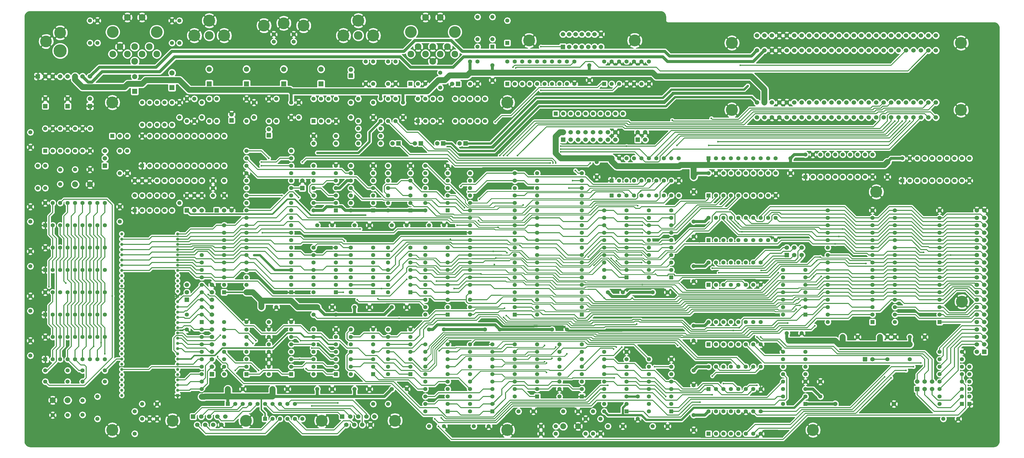
<source format=gbr>
G04 #@! TF.GenerationSoftware,KiCad,Pcbnew,(5.1.8)-1*
G04 #@! TF.CreationDate,2021-01-20T17:54:15-08:00*
G04 #@! TF.ProjectId,Omega-Mainboard,4f6d6567-612d-44d6-9169-6e626f617264,rev?*
G04 #@! TF.SameCoordinates,Original*
G04 #@! TF.FileFunction,Copper,L1,Top*
G04 #@! TF.FilePolarity,Positive*
%FSLAX46Y46*%
G04 Gerber Fmt 4.6, Leading zero omitted, Abs format (unit mm)*
G04 Created by KiCad (PCBNEW (5.1.8)-1) date 2021-01-20 17:54:15*
%MOMM*%
%LPD*%
G01*
G04 APERTURE LIST*
G04 #@! TA.AperFunction,ComponentPad*
%ADD10C,1.371600*%
G04 #@! TD*
G04 #@! TA.AperFunction,ComponentPad*
%ADD11C,4.000500*%
G04 #@! TD*
G04 #@! TA.AperFunction,ComponentPad*
%ADD12R,1.397000X1.397000*%
G04 #@! TD*
G04 #@! TA.AperFunction,ComponentPad*
%ADD13C,1.397000*%
G04 #@! TD*
G04 #@! TA.AperFunction,ComponentPad*
%ADD14R,1.016000X1.016000*%
G04 #@! TD*
G04 #@! TA.AperFunction,ComponentPad*
%ADD15C,1.016000*%
G04 #@! TD*
G04 #@! TA.AperFunction,ComponentPad*
%ADD16R,1.524000X1.524000*%
G04 #@! TD*
G04 #@! TA.AperFunction,ComponentPad*
%ADD17C,1.524000*%
G04 #@! TD*
G04 #@! TA.AperFunction,ComponentPad*
%ADD18C,4.064000*%
G04 #@! TD*
G04 #@! TA.AperFunction,ComponentPad*
%ADD19C,2.971800*%
G04 #@! TD*
G04 #@! TA.AperFunction,ComponentPad*
%ADD20C,2.300000*%
G04 #@! TD*
G04 #@! TA.AperFunction,ComponentPad*
%ADD21C,4.000000*%
G04 #@! TD*
G04 #@! TA.AperFunction,ComponentPad*
%ADD22C,4.048760*%
G04 #@! TD*
G04 #@! TA.AperFunction,ComponentPad*
%ADD23R,1.490980X1.490980*%
G04 #@! TD*
G04 #@! TA.AperFunction,ComponentPad*
%ADD24C,1.490980*%
G04 #@! TD*
G04 #@! TA.AperFunction,ComponentPad*
%ADD25R,1.778000X1.778000*%
G04 #@! TD*
G04 #@! TA.AperFunction,ComponentPad*
%ADD26C,1.778000*%
G04 #@! TD*
G04 #@! TA.AperFunction,ComponentPad*
%ADD27C,1.998980*%
G04 #@! TD*
G04 #@! TA.AperFunction,ComponentPad*
%ADD28C,4.500000*%
G04 #@! TD*
G04 #@! TA.AperFunction,ViaPad*
%ADD29C,0.600000*%
G04 #@! TD*
G04 #@! TA.AperFunction,Conductor*
%ADD30C,0.990600*%
G04 #@! TD*
G04 #@! TA.AperFunction,Conductor*
%ADD31C,1.000000*%
G04 #@! TD*
G04 #@! TA.AperFunction,Conductor*
%ADD32C,2.000000*%
G04 #@! TD*
G04 #@! TA.AperFunction,Conductor*
%ADD33C,0.736600*%
G04 #@! TD*
G04 #@! TA.AperFunction,Conductor*
%ADD34C,0.355600*%
G04 #@! TD*
G04 #@! TA.AperFunction,Conductor*
%ADD35C,0.482600*%
G04 #@! TD*
G04 #@! TA.AperFunction,Conductor*
%ADD36C,0.375000*%
G04 #@! TD*
G04 #@! TA.AperFunction,Conductor*
%ADD37C,0.350000*%
G04 #@! TD*
G04 #@! TA.AperFunction,Conductor*
%ADD38C,0.254000*%
G04 #@! TD*
G04 #@! TA.AperFunction,Conductor*
%ADD39C,0.750000*%
G04 #@! TD*
G04 #@! TA.AperFunction,Conductor*
%ADD40C,0.500000*%
G04 #@! TD*
G04 #@! TA.AperFunction,Conductor*
%ADD41C,0.100000*%
G04 #@! TD*
G04 APERTURE END LIST*
D10*
X98200000Y-23700000D03*
X105000000Y-23700000D03*
X105000000Y-21200000D03*
X98200000Y-21200000D03*
D11*
X101600000Y-17400000D03*
X94850000Y-18200000D03*
X108350000Y-18200000D03*
D12*
X213360000Y-76200000D03*
D13*
X215900000Y-76200000D03*
X218440000Y-76200000D03*
X220980000Y-76200000D03*
X223520000Y-76200000D03*
X226060000Y-76200000D03*
X228600000Y-76200000D03*
X231140000Y-76200000D03*
X233680000Y-76200000D03*
X236220000Y-76200000D03*
X66040000Y-49530000D03*
X66040000Y-44450000D03*
X63500000Y-44450000D03*
X63500000Y-52070000D03*
X50800000Y-149860000D03*
X50800000Y-157480000D03*
D14*
X65405000Y-144399000D03*
D15*
X65405000Y-142621000D03*
X65405000Y-140843000D03*
X65405000Y-139065000D03*
X65405000Y-137287000D03*
X65405000Y-135509000D03*
X65405000Y-133731000D03*
X65405000Y-131953000D03*
X65405000Y-130175000D03*
X65405000Y-128397000D03*
X65405000Y-126619000D03*
X65405000Y-124841000D03*
X65405000Y-123063000D03*
X65405000Y-121285000D03*
X65405000Y-119507000D03*
X65405000Y-117729000D03*
X65405000Y-115951000D03*
X65405000Y-114173000D03*
X65405000Y-112395000D03*
X65405000Y-110617000D03*
X65405000Y-108839000D03*
X65405000Y-107061000D03*
X65405000Y-105283000D03*
X65405000Y-103505000D03*
X65405000Y-101727000D03*
X65405000Y-99949000D03*
X65405000Y-98171000D03*
X65405000Y-96393000D03*
X65405000Y-94615000D03*
X65405000Y-92837000D03*
X65405000Y-91059000D03*
X65405000Y-89281000D03*
X46355000Y-89281000D03*
X46355000Y-91059000D03*
X46355000Y-92837000D03*
X46355000Y-94615000D03*
X46355000Y-96393000D03*
X46355000Y-98171000D03*
X46355000Y-99949000D03*
X46355000Y-101727000D03*
X46355000Y-103505000D03*
X46355000Y-105283000D03*
X46355000Y-107061000D03*
X46355000Y-108839000D03*
X46355000Y-110617000D03*
X46355000Y-112395000D03*
X46355000Y-114173000D03*
X46355000Y-115951000D03*
X46355000Y-117729000D03*
X46355000Y-119507000D03*
X46355000Y-121285000D03*
X46355000Y-123063000D03*
X46355000Y-124841000D03*
X46355000Y-126619000D03*
X46355000Y-128397000D03*
X46355000Y-130175000D03*
X46355000Y-131953000D03*
X46355000Y-133731000D03*
X46355000Y-135509000D03*
X46355000Y-137287000D03*
X46355000Y-139065000D03*
X46355000Y-140843000D03*
X46355000Y-142621000D03*
X46355000Y-144399000D03*
D16*
X196850000Y-57150000D03*
D17*
X196850000Y-54610000D03*
X199390000Y-57150000D03*
X199390000Y-54610000D03*
X201930000Y-57150000D03*
X201930000Y-54610000D03*
X204470000Y-57150000D03*
X204470000Y-54610000D03*
X207010000Y-57150000D03*
X207010000Y-54610000D03*
X209550000Y-57150000D03*
X209550000Y-54610000D03*
X212090000Y-57150000D03*
X212090000Y-54610000D03*
X214630000Y-57150000D03*
X214630000Y-54610000D03*
D18*
X76200000Y-16510000D03*
X81280000Y-21590000D03*
X71120000Y-21590000D03*
D19*
X76200000Y-21590000D03*
D13*
X38100000Y-16510000D03*
X38100000Y-24130000D03*
X35560000Y-16510000D03*
X35560000Y-24130000D03*
X63500000Y-16510000D03*
X63500000Y-24130000D03*
D20*
X50800000Y-25400000D03*
X45800000Y-25400000D03*
X43300000Y-27900000D03*
X50800000Y-30400000D03*
X53300000Y-27900000D03*
X55800000Y-25400000D03*
D21*
X43300000Y-20400000D03*
D20*
X48300000Y-27900000D03*
X58300000Y-27900000D03*
X48300000Y-15400000D03*
D21*
X58300000Y-20400000D03*
D20*
X53300000Y-15400000D03*
X152400000Y-25400000D03*
X147400000Y-25400000D03*
X144900000Y-27900000D03*
X152400000Y-30400000D03*
X154900000Y-27900000D03*
X157400000Y-25400000D03*
D21*
X144900000Y-20400000D03*
D20*
X149900000Y-27900000D03*
X159900000Y-27900000D03*
X149900000Y-15400000D03*
D21*
X159900000Y-20400000D03*
D20*
X154900000Y-15400000D03*
D22*
X221200000Y-23300000D03*
X185200000Y-23300000D03*
D16*
X196720000Y-25445000D03*
D17*
X198880000Y-25445000D03*
X201040000Y-25445000D03*
X203200000Y-25445000D03*
X205360000Y-25445000D03*
X207520000Y-25445000D03*
X209680000Y-25445000D03*
X203200000Y-21155000D03*
X196720000Y-21155000D03*
X198880000Y-21155000D03*
X201040000Y-21155000D03*
X205360000Y-21155000D03*
X207520000Y-21155000D03*
X209680000Y-21155000D03*
D13*
X160020000Y-43180000D03*
X160020000Y-50800000D03*
X162560000Y-50800000D03*
X162560000Y-43180000D03*
X165100000Y-50800000D03*
X165100000Y-43180000D03*
X170180000Y-50800000D03*
X170180000Y-43180000D03*
X142240000Y-44450000D03*
X142240000Y-49530000D03*
X167640000Y-43180000D03*
X167640000Y-50800000D03*
X134620000Y-50800000D03*
X134620000Y-43180000D03*
D12*
X147320000Y-50800000D03*
D13*
X149860000Y-50800000D03*
X152400000Y-50800000D03*
X154940000Y-50800000D03*
X154940000Y-43180000D03*
X152400000Y-43180000D03*
X149860000Y-43180000D03*
X147320000Y-43180000D03*
D12*
X172720000Y-25400000D03*
D13*
X172720000Y-22860000D03*
X172720000Y-15240000D03*
X167640000Y-15240000D03*
X167640000Y-22860000D03*
X167640000Y-25400000D03*
X71120000Y-43180000D03*
X71120000Y-50800000D03*
D12*
X119380000Y-137160000D03*
D13*
X119380000Y-134620000D03*
X119380000Y-132080000D03*
X119380000Y-129540000D03*
X119380000Y-127000000D03*
X119380000Y-124460000D03*
X119380000Y-121920000D03*
X111760000Y-121920000D03*
X111760000Y-124460000D03*
X111760000Y-127000000D03*
X111760000Y-129540000D03*
X111760000Y-132080000D03*
X111760000Y-134620000D03*
X111760000Y-137160000D03*
D12*
X132080000Y-137160000D03*
D13*
X132080000Y-134620000D03*
X132080000Y-132080000D03*
X132080000Y-129540000D03*
X132080000Y-127000000D03*
X132080000Y-124460000D03*
X132080000Y-121920000D03*
X124460000Y-121920000D03*
X124460000Y-124460000D03*
X124460000Y-127000000D03*
X124460000Y-129540000D03*
X124460000Y-132080000D03*
X124460000Y-134620000D03*
X124460000Y-137160000D03*
D12*
X132080000Y-81280000D03*
D13*
X132080000Y-78740000D03*
X132080000Y-76200000D03*
X132080000Y-73660000D03*
X132080000Y-71120000D03*
X132080000Y-68580000D03*
X132080000Y-66040000D03*
X124460000Y-66040000D03*
X124460000Y-68580000D03*
X124460000Y-71120000D03*
X124460000Y-73660000D03*
X124460000Y-76200000D03*
X124460000Y-78740000D03*
X124460000Y-81280000D03*
D12*
X218440000Y-104140000D03*
D13*
X218440000Y-101600000D03*
X218440000Y-99060000D03*
X218440000Y-96520000D03*
X218440000Y-93980000D03*
X218440000Y-91440000D03*
X218440000Y-88900000D03*
X218440000Y-86360000D03*
X218440000Y-83820000D03*
X218440000Y-81280000D03*
X210820000Y-81280000D03*
X210820000Y-83820000D03*
X210820000Y-86360000D03*
X210820000Y-88900000D03*
X210820000Y-91440000D03*
X210820000Y-93980000D03*
X210820000Y-96520000D03*
X210820000Y-99060000D03*
X210820000Y-101600000D03*
X210820000Y-104140000D03*
D12*
X180340000Y-116840000D03*
D13*
X180340000Y-114300000D03*
X180340000Y-111760000D03*
X180340000Y-109220000D03*
X180340000Y-106680000D03*
X180340000Y-104140000D03*
X180340000Y-101600000D03*
X180340000Y-99060000D03*
X180340000Y-96520000D03*
X180340000Y-93980000D03*
X180340000Y-91440000D03*
X180340000Y-88900000D03*
X180340000Y-86360000D03*
X180340000Y-83820000D03*
X180340000Y-81280000D03*
X180340000Y-78740000D03*
X180340000Y-76200000D03*
X180340000Y-73660000D03*
X180340000Y-71120000D03*
X180340000Y-68580000D03*
X165100000Y-68580000D03*
X165100000Y-71120000D03*
X165100000Y-73660000D03*
X165100000Y-76200000D03*
X165100000Y-78740000D03*
X165100000Y-81280000D03*
X165100000Y-83820000D03*
X165100000Y-86360000D03*
X165100000Y-88900000D03*
X165100000Y-91440000D03*
X165100000Y-93980000D03*
X165100000Y-96520000D03*
X165100000Y-99060000D03*
X165100000Y-101600000D03*
X165100000Y-104140000D03*
X165100000Y-106680000D03*
X165100000Y-109220000D03*
X165100000Y-111760000D03*
X165100000Y-114300000D03*
X165100000Y-116840000D03*
D12*
X213360000Y-71120000D03*
D13*
X215900000Y-71120000D03*
X218440000Y-71120000D03*
X220980000Y-71120000D03*
X223520000Y-71120000D03*
X226060000Y-71120000D03*
X228600000Y-71120000D03*
X231140000Y-71120000D03*
X233680000Y-71120000D03*
X236220000Y-71120000D03*
X236220000Y-63500000D03*
X233680000Y-63500000D03*
X231140000Y-63500000D03*
X228600000Y-63500000D03*
X226060000Y-63500000D03*
X223520000Y-63500000D03*
X220980000Y-63500000D03*
X218440000Y-63500000D03*
X215900000Y-63500000D03*
X213360000Y-63500000D03*
X227330000Y-109220000D03*
X232410000Y-109220000D03*
D17*
X262890000Y-26670000D03*
X262890000Y-21590000D03*
X265430000Y-26670000D03*
X265430000Y-21590000D03*
X267970000Y-26670000D03*
X267970000Y-21590000D03*
X270510000Y-26670000D03*
X270510000Y-21590000D03*
X273050000Y-26670000D03*
X273050000Y-21590000D03*
X275590000Y-26670000D03*
X275590000Y-21590000D03*
X278130000Y-26670000D03*
X278130000Y-21590000D03*
X280670000Y-26670000D03*
X280670000Y-21590000D03*
X283210000Y-26670000D03*
X283210000Y-21590000D03*
X285750000Y-26670000D03*
X285750000Y-21590000D03*
X288290000Y-26670000D03*
X288290000Y-21590000D03*
X290830000Y-26670000D03*
X290830000Y-21590000D03*
X293370000Y-26670000D03*
X293370000Y-21590000D03*
X295910000Y-26670000D03*
X295910000Y-21590000D03*
X298450000Y-26670000D03*
X298450000Y-21590000D03*
X300990000Y-26670000D03*
X300990000Y-21590000D03*
X303530000Y-26670000D03*
X303530000Y-21590000D03*
X306070000Y-26670000D03*
X306070000Y-21590000D03*
X308610000Y-26670000D03*
X308610000Y-21590000D03*
X311150000Y-26670000D03*
X311150000Y-21590000D03*
X313690000Y-26670000D03*
X313690000Y-21590000D03*
X316230000Y-26670000D03*
X316230000Y-21590000D03*
X318770000Y-26670000D03*
X318770000Y-21590000D03*
X321310000Y-26670000D03*
X321310000Y-21590000D03*
X323850000Y-26670000D03*
X323850000Y-21590000D03*
D22*
X63705740Y-153035000D03*
X88694260Y-153035000D03*
D16*
X70713600Y-151612600D03*
D17*
X73456800Y-151612600D03*
X76200000Y-151612600D03*
X78943200Y-151612600D03*
X81686400Y-151612600D03*
X80314800Y-154457400D03*
X77571600Y-154457400D03*
X74803000Y-154457400D03*
X72085200Y-154457400D03*
D12*
X302260000Y-119380000D03*
D13*
X302260000Y-116840000D03*
X302260000Y-114300000D03*
X302260000Y-111760000D03*
X302260000Y-109220000D03*
X302260000Y-106680000D03*
X302260000Y-104140000D03*
X302260000Y-101600000D03*
X302260000Y-99060000D03*
X302260000Y-96520000D03*
X302260000Y-93980000D03*
X302260000Y-91440000D03*
X302260000Y-88900000D03*
X302260000Y-86360000D03*
X302260000Y-83820000D03*
X302260000Y-81280000D03*
X287020000Y-81280000D03*
X287020000Y-83820000D03*
X287020000Y-86360000D03*
X287020000Y-88900000D03*
X287020000Y-91440000D03*
X287020000Y-93980000D03*
X287020000Y-96520000D03*
X287020000Y-99060000D03*
X287020000Y-101600000D03*
X287020000Y-104140000D03*
X287020000Y-106680000D03*
X287020000Y-109220000D03*
X287020000Y-111760000D03*
X287020000Y-114300000D03*
X287020000Y-116840000D03*
X287020000Y-119380000D03*
D12*
X325120000Y-119380000D03*
D13*
X325120000Y-116840000D03*
X325120000Y-114300000D03*
X325120000Y-111760000D03*
X325120000Y-109220000D03*
X325120000Y-106680000D03*
X325120000Y-104140000D03*
X325120000Y-101600000D03*
X325120000Y-99060000D03*
X325120000Y-96520000D03*
X325120000Y-93980000D03*
X325120000Y-91440000D03*
X325120000Y-88900000D03*
X325120000Y-86360000D03*
X325120000Y-83820000D03*
X325120000Y-81280000D03*
X309880000Y-81280000D03*
X309880000Y-83820000D03*
X309880000Y-86360000D03*
X309880000Y-88900000D03*
X309880000Y-91440000D03*
X309880000Y-93980000D03*
X309880000Y-96520000D03*
X309880000Y-99060000D03*
X309880000Y-101600000D03*
X309880000Y-104140000D03*
X309880000Y-106680000D03*
X309880000Y-109220000D03*
X309880000Y-111760000D03*
X309880000Y-114300000D03*
X309880000Y-116840000D03*
X309880000Y-119380000D03*
D12*
X279400000Y-69850000D03*
D13*
X281940000Y-69850000D03*
X284480000Y-69850000D03*
X287020000Y-69850000D03*
X289560000Y-69850000D03*
X292100000Y-69850000D03*
X294640000Y-69850000D03*
X297180000Y-69850000D03*
X299720000Y-69850000D03*
X302260000Y-69850000D03*
X302260000Y-62230000D03*
X299720000Y-62230000D03*
X297180000Y-62230000D03*
X294640000Y-62230000D03*
X292100000Y-62230000D03*
X289560000Y-62230000D03*
X287020000Y-62230000D03*
X284480000Y-62230000D03*
X281940000Y-62230000D03*
X279400000Y-62230000D03*
D17*
X289529520Y-147320000D03*
X309529480Y-147320000D03*
D12*
X279400000Y-116840000D03*
D13*
X279400000Y-114300000D03*
X279400000Y-111760000D03*
X279400000Y-109220000D03*
X279400000Y-106680000D03*
X279400000Y-104140000D03*
X279400000Y-101600000D03*
X271780000Y-101600000D03*
X271780000Y-104140000D03*
X271780000Y-106680000D03*
X271780000Y-109220000D03*
X271780000Y-111760000D03*
X271780000Y-114300000D03*
X271780000Y-116840000D03*
X273050000Y-123190000D03*
X278130000Y-123190000D03*
D12*
X246380000Y-76200000D03*
D13*
X248920000Y-76200000D03*
X251460000Y-76200000D03*
X254000000Y-76200000D03*
X256540000Y-76200000D03*
X259080000Y-76200000D03*
X261620000Y-76200000D03*
X264160000Y-76200000D03*
X266700000Y-76200000D03*
X269240000Y-76200000D03*
X269240000Y-68580000D03*
X266700000Y-68580000D03*
X264160000Y-68580000D03*
X261620000Y-68580000D03*
X259080000Y-68580000D03*
X256540000Y-68580000D03*
X254000000Y-68580000D03*
X251460000Y-68580000D03*
X248920000Y-68580000D03*
X246380000Y-68580000D03*
D12*
X246380000Y-91440000D03*
D13*
X248920000Y-91440000D03*
X251460000Y-91440000D03*
X254000000Y-91440000D03*
X256540000Y-91440000D03*
X259080000Y-91440000D03*
X261620000Y-91440000D03*
X264160000Y-91440000D03*
X266700000Y-91440000D03*
X269240000Y-91440000D03*
X269240000Y-83820000D03*
X266700000Y-83820000D03*
X264160000Y-83820000D03*
X261620000Y-83820000D03*
X259080000Y-83820000D03*
X256540000Y-83820000D03*
X254000000Y-83820000D03*
X251460000Y-83820000D03*
X248920000Y-83820000D03*
X246380000Y-83820000D03*
D12*
X218440000Y-149860000D03*
D13*
X218440000Y-147320000D03*
X218440000Y-144780000D03*
X218440000Y-142240000D03*
X218440000Y-139700000D03*
X218440000Y-137160000D03*
X218440000Y-134620000D03*
X218440000Y-132080000D03*
X218440000Y-129540000D03*
X210820000Y-129540000D03*
X210820000Y-132080000D03*
X210820000Y-134620000D03*
X210820000Y-137160000D03*
X210820000Y-139700000D03*
X210820000Y-142240000D03*
X210820000Y-144780000D03*
X210820000Y-147320000D03*
X210820000Y-149860000D03*
D12*
X132080000Y-109220000D03*
D13*
X132080000Y-106680000D03*
X132080000Y-104140000D03*
X132080000Y-101600000D03*
X132080000Y-99060000D03*
X132080000Y-96520000D03*
X132080000Y-93980000D03*
X124460000Y-93980000D03*
X124460000Y-96520000D03*
X124460000Y-99060000D03*
X124460000Y-101600000D03*
X124460000Y-104140000D03*
X124460000Y-106680000D03*
X124460000Y-109220000D03*
D12*
X104140000Y-109220000D03*
D13*
X104140000Y-106680000D03*
X104140000Y-104140000D03*
X104140000Y-101600000D03*
X104140000Y-99060000D03*
X104140000Y-96520000D03*
X104140000Y-93980000D03*
X104140000Y-91440000D03*
X104140000Y-88900000D03*
X104140000Y-86360000D03*
X104140000Y-83820000D03*
X104140000Y-81280000D03*
X104140000Y-78740000D03*
X104140000Y-76200000D03*
X104140000Y-73660000D03*
X104140000Y-71120000D03*
X104140000Y-68580000D03*
X104140000Y-66040000D03*
X104140000Y-63500000D03*
X104140000Y-60960000D03*
X88900000Y-60960000D03*
X88900000Y-63500000D03*
X88900000Y-66040000D03*
X88900000Y-68580000D03*
X88900000Y-71120000D03*
X88900000Y-73660000D03*
X88900000Y-76200000D03*
X88900000Y-78740000D03*
X88900000Y-81280000D03*
X88900000Y-83820000D03*
X88900000Y-86360000D03*
X88900000Y-88900000D03*
X88900000Y-91440000D03*
X88900000Y-93980000D03*
X88900000Y-96520000D03*
X88900000Y-99060000D03*
X88900000Y-101600000D03*
X88900000Y-104140000D03*
X88900000Y-106680000D03*
X88900000Y-109220000D03*
D12*
X144780000Y-137160000D03*
D13*
X144780000Y-134620000D03*
X144780000Y-132080000D03*
X144780000Y-129540000D03*
X144780000Y-127000000D03*
X144780000Y-124460000D03*
X144780000Y-121920000D03*
X137160000Y-121920000D03*
X137160000Y-124460000D03*
X137160000Y-127000000D03*
X137160000Y-129540000D03*
X137160000Y-132080000D03*
X137160000Y-134620000D03*
X137160000Y-137160000D03*
D12*
X20320000Y-60960000D03*
D13*
X22860000Y-60960000D03*
X25400000Y-60960000D03*
X27940000Y-60960000D03*
X30480000Y-60960000D03*
X33020000Y-60960000D03*
X35560000Y-60960000D03*
X35560000Y-53340000D03*
X33020000Y-53340000D03*
X30480000Y-53340000D03*
X27940000Y-53340000D03*
X25400000Y-53340000D03*
X22860000Y-53340000D03*
X20320000Y-53340000D03*
D12*
X144780000Y-109220000D03*
D13*
X144780000Y-106680000D03*
X144780000Y-104140000D03*
X144780000Y-101600000D03*
X144780000Y-99060000D03*
X144780000Y-96520000D03*
X144780000Y-93980000D03*
X137160000Y-93980000D03*
X137160000Y-96520000D03*
X137160000Y-99060000D03*
X137160000Y-101600000D03*
X137160000Y-104140000D03*
X137160000Y-106680000D03*
X137160000Y-109220000D03*
D12*
X157480000Y-116840000D03*
D13*
X157480000Y-114300000D03*
X157480000Y-111760000D03*
X157480000Y-109220000D03*
X157480000Y-106680000D03*
X157480000Y-104140000D03*
X157480000Y-101600000D03*
X157480000Y-99060000D03*
X157480000Y-96520000D03*
X157480000Y-93980000D03*
X149860000Y-93980000D03*
X149860000Y-96520000D03*
X149860000Y-99060000D03*
X149860000Y-101600000D03*
X149860000Y-104140000D03*
X149860000Y-106680000D03*
X149860000Y-109220000D03*
X149860000Y-111760000D03*
X149860000Y-114300000D03*
X149860000Y-116840000D03*
D12*
X203200000Y-116840000D03*
D13*
X203200000Y-114300000D03*
X203200000Y-111760000D03*
X203200000Y-109220000D03*
X203200000Y-106680000D03*
X203200000Y-104140000D03*
X203200000Y-101600000D03*
X203200000Y-99060000D03*
X203200000Y-96520000D03*
X203200000Y-93980000D03*
X203200000Y-91440000D03*
X203200000Y-88900000D03*
X203200000Y-86360000D03*
X203200000Y-83820000D03*
X203200000Y-81280000D03*
X203200000Y-78740000D03*
X203200000Y-76200000D03*
X203200000Y-73660000D03*
X203200000Y-71120000D03*
X203200000Y-68580000D03*
X187960000Y-68580000D03*
X187960000Y-71120000D03*
X187960000Y-73660000D03*
X187960000Y-76200000D03*
X187960000Y-78740000D03*
X187960000Y-81280000D03*
X187960000Y-83820000D03*
X187960000Y-86360000D03*
X187960000Y-88900000D03*
X187960000Y-91440000D03*
X187960000Y-93980000D03*
X187960000Y-96520000D03*
X187960000Y-99060000D03*
X187960000Y-101600000D03*
X187960000Y-104140000D03*
X187960000Y-106680000D03*
X187960000Y-109220000D03*
X187960000Y-111760000D03*
X187960000Y-114300000D03*
X187960000Y-116840000D03*
D12*
X233680000Y-104140000D03*
D13*
X233680000Y-101600000D03*
X233680000Y-99060000D03*
X233680000Y-96520000D03*
X233680000Y-93980000D03*
X233680000Y-91440000D03*
X233680000Y-88900000D03*
X233680000Y-86360000D03*
X233680000Y-83820000D03*
X233680000Y-81280000D03*
X226060000Y-81280000D03*
X226060000Y-83820000D03*
X226060000Y-86360000D03*
X226060000Y-88900000D03*
X226060000Y-91440000D03*
X226060000Y-93980000D03*
X226060000Y-96520000D03*
X226060000Y-99060000D03*
X226060000Y-101600000D03*
X226060000Y-104140000D03*
D12*
X20320000Y-86360000D03*
D13*
X22860000Y-86360000D03*
X25400000Y-86360000D03*
X27940000Y-86360000D03*
X30480000Y-86360000D03*
X33020000Y-86360000D03*
X35560000Y-86360000D03*
X38100000Y-86360000D03*
X40640000Y-86360000D03*
X40640000Y-78740000D03*
X38100000Y-78740000D03*
X35560000Y-78740000D03*
X33020000Y-78740000D03*
X30480000Y-78740000D03*
X27940000Y-78740000D03*
X25400000Y-78740000D03*
X22860000Y-78740000D03*
X20320000Y-78740000D03*
D12*
X233680000Y-149860000D03*
D13*
X233680000Y-147320000D03*
X233680000Y-144780000D03*
X233680000Y-142240000D03*
X233680000Y-139700000D03*
X233680000Y-137160000D03*
X233680000Y-134620000D03*
X233680000Y-132080000D03*
X226060000Y-132080000D03*
X226060000Y-134620000D03*
X226060000Y-137160000D03*
X226060000Y-139700000D03*
X226060000Y-142240000D03*
X226060000Y-144780000D03*
X226060000Y-147320000D03*
X226060000Y-149860000D03*
D12*
X203200000Y-144780000D03*
D13*
X203200000Y-142240000D03*
X203200000Y-139700000D03*
X203200000Y-137160000D03*
X203200000Y-134620000D03*
X203200000Y-132080000D03*
X203200000Y-129540000D03*
X203200000Y-127000000D03*
X195580000Y-127000000D03*
X195580000Y-129540000D03*
X195580000Y-132080000D03*
X195580000Y-134620000D03*
X195580000Y-137160000D03*
X195580000Y-139700000D03*
X195580000Y-142240000D03*
X195580000Y-144780000D03*
D12*
X157480000Y-149860000D03*
D13*
X157480000Y-147320000D03*
X157480000Y-144780000D03*
X157480000Y-142240000D03*
X157480000Y-139700000D03*
X157480000Y-137160000D03*
X157480000Y-134620000D03*
X157480000Y-132080000D03*
X157480000Y-129540000D03*
X157480000Y-127000000D03*
X149860000Y-127000000D03*
X149860000Y-129540000D03*
X149860000Y-132080000D03*
X149860000Y-134620000D03*
X149860000Y-137160000D03*
X149860000Y-139700000D03*
X149860000Y-142240000D03*
X149860000Y-144780000D03*
X149860000Y-147320000D03*
X149860000Y-149860000D03*
D17*
X122885200Y-154457400D03*
X125603000Y-154457400D03*
X128371600Y-154457400D03*
X131114800Y-154457400D03*
X132486400Y-151612600D03*
X129743200Y-151612600D03*
X127000000Y-151612600D03*
X124256800Y-151612600D03*
D16*
X121513600Y-151612600D03*
D22*
X139494260Y-153035000D03*
X114505740Y-153035000D03*
D12*
X172720000Y-149860000D03*
D13*
X172720000Y-147320000D03*
X172720000Y-144780000D03*
X172720000Y-142240000D03*
X172720000Y-139700000D03*
X172720000Y-137160000D03*
X172720000Y-134620000D03*
X172720000Y-132080000D03*
X172720000Y-129540000D03*
X172720000Y-127000000D03*
X165100000Y-127000000D03*
X165100000Y-129540000D03*
X165100000Y-132080000D03*
X165100000Y-134620000D03*
X165100000Y-137160000D03*
X165100000Y-139700000D03*
X165100000Y-142240000D03*
X165100000Y-144780000D03*
X165100000Y-147320000D03*
X165100000Y-149860000D03*
D23*
X163560760Y-58420000D03*
D24*
X161559240Y-58420000D03*
D12*
X332740000Y-147320000D03*
D13*
X332740000Y-144780000D03*
X332740000Y-142240000D03*
X332740000Y-139700000D03*
X332740000Y-137160000D03*
X332740000Y-134620000D03*
X332740000Y-132080000D03*
X332740000Y-129540000D03*
X325120000Y-129540000D03*
X325120000Y-132080000D03*
X325120000Y-134620000D03*
X325120000Y-137160000D03*
X325120000Y-139700000D03*
X325120000Y-142240000D03*
X325120000Y-144780000D03*
X325120000Y-147320000D03*
D17*
X323850000Y-44450000D03*
X323850000Y-49530000D03*
X321310000Y-44450000D03*
X321310000Y-49530000D03*
X318770000Y-44450000D03*
X318770000Y-49530000D03*
X316230000Y-44450000D03*
X316230000Y-49530000D03*
X313690000Y-44450000D03*
X313690000Y-49530000D03*
X311150000Y-44450000D03*
X311150000Y-49530000D03*
X308610000Y-44450000D03*
X308610000Y-49530000D03*
X306070000Y-44450000D03*
X306070000Y-49530000D03*
X303530000Y-44450000D03*
X303530000Y-49530000D03*
X300990000Y-44450000D03*
X300990000Y-49530000D03*
X298450000Y-44450000D03*
X298450000Y-49530000D03*
X295910000Y-44450000D03*
X295910000Y-49530000D03*
X293370000Y-44450000D03*
X293370000Y-49530000D03*
X290830000Y-44450000D03*
X290830000Y-49530000D03*
X288290000Y-44450000D03*
X288290000Y-49530000D03*
X285750000Y-44450000D03*
X285750000Y-49530000D03*
X283210000Y-44450000D03*
X283210000Y-49530000D03*
X280670000Y-44450000D03*
X280670000Y-49530000D03*
X278130000Y-44450000D03*
X278130000Y-49530000D03*
X275590000Y-44450000D03*
X275590000Y-49530000D03*
X273050000Y-44450000D03*
X273050000Y-49530000D03*
X270510000Y-44450000D03*
X270510000Y-49530000D03*
X267970000Y-44450000D03*
X267970000Y-49530000D03*
X265430000Y-44450000D03*
X265430000Y-49530000D03*
X262890000Y-44450000D03*
X262890000Y-49530000D03*
D13*
X78740000Y-43180000D03*
X78740000Y-50800000D03*
D18*
X43180000Y-44450000D03*
X177800000Y-44450000D03*
X303530000Y-74930000D03*
X43180000Y-156210000D03*
X177800000Y-156210000D03*
X281940000Y-156210000D03*
X332740000Y-112395000D03*
D13*
X175260000Y-121920000D03*
X170180000Y-121920000D03*
X193040000Y-121920000D03*
X198120000Y-121920000D03*
X53340000Y-147320000D03*
X58420000Y-147320000D03*
X93980000Y-114300000D03*
X99060000Y-114300000D03*
X212090000Y-154940000D03*
X217170000Y-154940000D03*
X292100000Y-124460000D03*
X297180000Y-124460000D03*
X314960000Y-124460000D03*
X320040000Y-124460000D03*
X15240000Y-85090000D03*
X15240000Y-80010000D03*
X15240000Y-115570000D03*
X15240000Y-110490000D03*
X15240000Y-100330000D03*
X15240000Y-95250000D03*
X15240000Y-130810000D03*
X15240000Y-125730000D03*
X151130000Y-121920000D03*
X156210000Y-121920000D03*
X151130000Y-154940000D03*
X156210000Y-154940000D03*
X166370000Y-154940000D03*
X171450000Y-154940000D03*
X241300000Y-100330000D03*
X241300000Y-105410000D03*
X241300000Y-135890000D03*
X241300000Y-140970000D03*
X241300000Y-120650000D03*
X241300000Y-125730000D03*
X241300000Y-151130000D03*
X241300000Y-156210000D03*
X274320000Y-63500000D03*
X274320000Y-68580000D03*
X307340000Y-64770000D03*
X307340000Y-69850000D03*
X208280000Y-64770000D03*
X208280000Y-69850000D03*
X212090000Y-109220000D03*
X217170000Y-109220000D03*
X172720000Y-31750000D03*
X172720000Y-36830000D03*
X241300000Y-69850000D03*
X241300000Y-74930000D03*
X241300000Y-85090000D03*
X241300000Y-90170000D03*
X227330000Y-154940000D03*
X232410000Y-154940000D03*
X82550000Y-142240000D03*
X87630000Y-142240000D03*
X97790000Y-142240000D03*
X102870000Y-142240000D03*
X196850000Y-149860000D03*
X201930000Y-149860000D03*
X181610000Y-149860000D03*
X186690000Y-149860000D03*
X326390000Y-152400000D03*
X331470000Y-152400000D03*
X205740000Y-31750000D03*
X205740000Y-36830000D03*
X138430000Y-86360000D03*
X143510000Y-86360000D03*
X125730000Y-86360000D03*
X130810000Y-86360000D03*
X113030000Y-86360000D03*
X118110000Y-86360000D03*
X138430000Y-142240000D03*
X143510000Y-142240000D03*
X125730000Y-142240000D03*
X130810000Y-142240000D03*
X125730000Y-114300000D03*
X130810000Y-114300000D03*
X138430000Y-114300000D03*
X143510000Y-114300000D03*
X113030000Y-142240000D03*
X118110000Y-142240000D03*
X15240000Y-54610000D03*
X15240000Y-59690000D03*
X113030000Y-114300000D03*
X118110000Y-114300000D03*
X151130000Y-86360000D03*
X156210000Y-86360000D03*
X284480000Y-144780000D03*
X284480000Y-139700000D03*
X81280000Y-71120000D03*
X81280000Y-76200000D03*
X104140000Y-44450000D03*
X104140000Y-49530000D03*
X60960000Y-76200000D03*
X60960000Y-71120000D03*
X58420000Y-76200000D03*
X58420000Y-71120000D03*
X63500000Y-76200000D03*
X63500000Y-71120000D03*
X71120000Y-71120000D03*
X71120000Y-76200000D03*
X91440000Y-49530000D03*
X91440000Y-44450000D03*
X45720000Y-80010000D03*
X45720000Y-85090000D03*
D25*
X88900000Y-38059360D03*
D26*
X88900000Y-33060640D03*
D25*
X114300000Y-38059360D03*
D26*
X114300000Y-33060640D03*
D25*
X101600000Y-38059360D03*
D26*
X101600000Y-33060640D03*
D25*
X50800000Y-40599360D03*
D26*
X50800000Y-35600640D03*
D25*
X76200000Y-38059360D03*
D26*
X76200000Y-33060640D03*
D25*
X63500000Y-39329360D03*
D26*
X63500000Y-34330640D03*
D23*
X20320000Y-45700000D03*
D24*
X20320000Y-43200000D03*
D23*
X27940000Y-45700000D03*
D24*
X27940000Y-43200000D03*
D23*
X35560000Y-45700000D03*
D24*
X35560000Y-43200000D03*
D23*
X161020760Y-38100000D03*
D24*
X159019240Y-38100000D03*
D23*
X96520000Y-55610760D03*
D24*
X96520000Y-53609240D03*
D23*
X140700760Y-58420000D03*
D24*
X138699240Y-58420000D03*
D23*
X155940760Y-58420000D03*
D24*
X153939240Y-58420000D03*
D23*
X124460000Y-35290760D03*
D24*
X124460000Y-33289240D03*
X83820000Y-48529240D03*
D23*
X83820000Y-50530760D03*
D24*
X146319240Y-58420000D03*
D23*
X148320760Y-58420000D03*
D13*
X132080000Y-44450000D03*
X132080000Y-49530000D03*
X154940000Y-34290000D03*
X154940000Y-39370000D03*
X124460000Y-49530000D03*
X124460000Y-44450000D03*
X106680000Y-49530000D03*
X106680000Y-44450000D03*
X53340000Y-76200000D03*
X53340000Y-71120000D03*
X55880000Y-76200000D03*
X55880000Y-71120000D03*
X50800000Y-76200000D03*
X50800000Y-71120000D03*
X73660000Y-71120000D03*
X73660000Y-76200000D03*
X209550000Y-157480000D03*
X209550000Y-152400000D03*
X204470000Y-152400000D03*
X204470000Y-157480000D03*
D27*
X22860000Y-146050000D03*
X27940000Y-146050000D03*
X35560000Y-72390000D03*
X30480000Y-72390000D03*
D13*
X22860000Y-151130000D03*
X27940000Y-151130000D03*
X35560000Y-67310000D03*
X30480000Y-67310000D03*
X73660000Y-49530000D03*
X73660000Y-44450000D03*
X68580000Y-71120000D03*
X68580000Y-76200000D03*
X177800000Y-16510000D03*
D12*
X177800000Y-24130000D03*
D18*
X254317500Y-24130000D03*
X332422500Y-24130000D03*
X254317500Y-46990000D03*
X332422500Y-46990000D03*
D21*
X25400000Y-20637500D03*
D28*
X25400000Y-26837640D03*
D21*
X20599400Y-23637240D03*
D16*
X17780000Y-35560000D03*
D17*
X20320000Y-35560000D03*
X22860000Y-35560000D03*
X25400000Y-35560000D03*
X27940000Y-35560000D03*
X30480000Y-35560000D03*
X33020000Y-35560000D03*
X35560000Y-35560000D03*
D16*
X340360000Y-129540000D03*
D17*
X337820000Y-129540000D03*
X340360000Y-127000000D03*
X337820000Y-127000000D03*
X340360000Y-124460000D03*
X337820000Y-124460000D03*
X340360000Y-121920000D03*
X337820000Y-121920000D03*
X340360000Y-119380000D03*
X337820000Y-119380000D03*
X340360000Y-116840000D03*
X337820000Y-116840000D03*
X340360000Y-114300000D03*
X337820000Y-114300000D03*
X340360000Y-111760000D03*
X337820000Y-111760000D03*
X340360000Y-109220000D03*
X337820000Y-109220000D03*
X340360000Y-106680000D03*
X337820000Y-106680000D03*
X340360000Y-104140000D03*
X337820000Y-104140000D03*
X340360000Y-101600000D03*
X337820000Y-101600000D03*
X340360000Y-99060000D03*
X337820000Y-99060000D03*
X337820000Y-96520000D03*
X340360000Y-96520000D03*
X337820000Y-93980000D03*
X340360000Y-93980000D03*
X340360000Y-91440000D03*
X337820000Y-91440000D03*
X340360000Y-88900000D03*
X337820000Y-88900000D03*
X340360000Y-86360000D03*
X337820000Y-86360000D03*
X340360000Y-83820000D03*
X337820000Y-83820000D03*
X340360000Y-81280000D03*
X337820000Y-81280000D03*
D16*
X299720000Y-132080000D03*
D17*
X302260000Y-132080000D03*
D16*
X107950000Y-73660000D03*
D17*
X107950000Y-71120000D03*
D16*
X68580000Y-111760000D03*
D17*
X68580000Y-109220000D03*
X68580000Y-106680000D03*
D16*
X78740000Y-81280000D03*
D17*
X81280000Y-81280000D03*
X83820000Y-81280000D03*
D16*
X68580000Y-81280000D03*
D17*
X71120000Y-81280000D03*
X73660000Y-81280000D03*
D12*
X144780000Y-38100000D03*
D13*
X147320000Y-38100000D03*
X149860000Y-38100000D03*
X17780000Y-66040000D03*
X17780000Y-73660000D03*
X38100000Y-152400000D03*
X38100000Y-144780000D03*
X207010000Y-149860000D03*
X207010000Y-157480000D03*
X222250000Y-144780000D03*
X222250000Y-152400000D03*
X88900000Y-50800000D03*
X88900000Y-43180000D03*
X129540000Y-30480000D03*
X129540000Y-38100000D03*
X68580000Y-50800000D03*
X68580000Y-43180000D03*
X127000000Y-58420000D03*
X134620000Y-58420000D03*
X307340000Y-132080000D03*
X314960000Y-132080000D03*
X127000000Y-50800000D03*
X127000000Y-43180000D03*
X127000000Y-55880000D03*
X134620000Y-55880000D03*
X127000000Y-53340000D03*
X134620000Y-53340000D03*
X137160000Y-50800000D03*
X137160000Y-43180000D03*
X137160000Y-38100000D03*
X137160000Y-30480000D03*
X167640000Y-30480000D03*
X167640000Y-38100000D03*
X165100000Y-38100000D03*
X165100000Y-30480000D03*
X45720000Y-60960000D03*
X45720000Y-68580000D03*
X66040000Y-71120000D03*
X66040000Y-78740000D03*
X99060000Y-43180000D03*
X99060000Y-50800000D03*
X119380000Y-116840000D03*
X111760000Y-116840000D03*
X20320000Y-73660000D03*
X20320000Y-66040000D03*
X139700000Y-50800000D03*
X139700000Y-43180000D03*
X96520000Y-50800000D03*
X96520000Y-43180000D03*
X48260000Y-68580000D03*
X48260000Y-60960000D03*
X66040000Y-24130000D03*
X66040000Y-16510000D03*
X33020000Y-135890000D03*
X40640000Y-135890000D03*
X20320000Y-139700000D03*
X27940000Y-139700000D03*
X20320000Y-135890000D03*
X27940000Y-135890000D03*
X33020000Y-139700000D03*
X40640000Y-139700000D03*
X132080000Y-38100000D03*
X132080000Y-30480000D03*
X139700000Y-30480000D03*
X139700000Y-38100000D03*
X60960000Y-44450000D03*
X60960000Y-52070000D03*
X76200000Y-43180000D03*
X76200000Y-50800000D03*
X53340000Y-44450000D03*
X53340000Y-52070000D03*
X55880000Y-44450000D03*
X55880000Y-52070000D03*
X58420000Y-44450000D03*
X58420000Y-52070000D03*
D12*
X81280000Y-109220000D03*
D13*
X81280000Y-106680000D03*
X81280000Y-104140000D03*
X81280000Y-101600000D03*
X81280000Y-99060000D03*
X81280000Y-96520000D03*
X81280000Y-93980000D03*
X81280000Y-91440000D03*
X81280000Y-88900000D03*
X81280000Y-86360000D03*
D12*
X73660000Y-119380000D03*
D13*
X73660000Y-116840000D03*
X73660000Y-114300000D03*
X73660000Y-111760000D03*
X73660000Y-109220000D03*
X73660000Y-106680000D03*
X73660000Y-104140000D03*
X73660000Y-101600000D03*
X73660000Y-99060000D03*
X73660000Y-96520000D03*
D12*
X73660000Y-144780000D03*
D13*
X73660000Y-142240000D03*
X73660000Y-139700000D03*
X73660000Y-137160000D03*
X73660000Y-134620000D03*
X73660000Y-132080000D03*
X73660000Y-129540000D03*
X73660000Y-127000000D03*
X73660000Y-124460000D03*
X73660000Y-121920000D03*
D12*
X246380000Y-63500000D03*
D13*
X248920000Y-63500000D03*
X251460000Y-63500000D03*
X254000000Y-63500000D03*
X256540000Y-63500000D03*
X259080000Y-63500000D03*
X261620000Y-63500000D03*
X264160000Y-63500000D03*
X266700000Y-63500000D03*
X269240000Y-63500000D03*
D12*
X82550000Y-147320000D03*
D13*
X85090000Y-147320000D03*
X87630000Y-147320000D03*
X90170000Y-147320000D03*
X92710000Y-147320000D03*
X95250000Y-147320000D03*
X97790000Y-147320000D03*
X100330000Y-147320000D03*
X102870000Y-147320000D03*
X105410000Y-147320000D03*
D12*
X95250000Y-152400000D03*
D13*
X97790000Y-152400000D03*
X100330000Y-152400000D03*
X102870000Y-152400000D03*
X105410000Y-152400000D03*
X107950000Y-152400000D03*
D12*
X50800000Y-81280000D03*
D13*
X53340000Y-81280000D03*
X55880000Y-81280000D03*
X58420000Y-81280000D03*
X60960000Y-81280000D03*
X63500000Y-81280000D03*
D12*
X20320000Y-116840000D03*
D13*
X22860000Y-116840000D03*
X25400000Y-116840000D03*
X27940000Y-116840000D03*
X30480000Y-116840000D03*
X33020000Y-116840000D03*
X35560000Y-116840000D03*
X38100000Y-116840000D03*
X40640000Y-116840000D03*
X40640000Y-109220000D03*
X38100000Y-109220000D03*
X35560000Y-109220000D03*
X33020000Y-109220000D03*
X30480000Y-109220000D03*
X27940000Y-109220000D03*
X25400000Y-109220000D03*
X22860000Y-109220000D03*
X20320000Y-109220000D03*
D12*
X20320000Y-101600000D03*
D13*
X22860000Y-101600000D03*
X25400000Y-101600000D03*
X27940000Y-101600000D03*
X30480000Y-101600000D03*
X33020000Y-101600000D03*
X35560000Y-101600000D03*
X38100000Y-101600000D03*
X40640000Y-101600000D03*
X40640000Y-93980000D03*
X38100000Y-93980000D03*
X35560000Y-93980000D03*
X33020000Y-93980000D03*
X30480000Y-93980000D03*
X27940000Y-93980000D03*
X25400000Y-93980000D03*
X22860000Y-93980000D03*
X20320000Y-93980000D03*
D12*
X20320000Y-132080000D03*
D13*
X22860000Y-132080000D03*
X25400000Y-132080000D03*
X27940000Y-132080000D03*
X30480000Y-132080000D03*
X33020000Y-132080000D03*
X35560000Y-132080000D03*
X38100000Y-132080000D03*
X40640000Y-132080000D03*
X40640000Y-124460000D03*
X38100000Y-124460000D03*
X35560000Y-124460000D03*
X33020000Y-124460000D03*
X30480000Y-124460000D03*
X27940000Y-124460000D03*
X25400000Y-124460000D03*
X22860000Y-124460000D03*
X20320000Y-124460000D03*
D12*
X246380000Y-106680000D03*
D13*
X248920000Y-106680000D03*
X251460000Y-106680000D03*
X254000000Y-106680000D03*
X256540000Y-106680000D03*
X259080000Y-106680000D03*
X261620000Y-106680000D03*
X264160000Y-106680000D03*
X264160000Y-99060000D03*
X261620000Y-99060000D03*
X259080000Y-99060000D03*
X256540000Y-99060000D03*
X254000000Y-99060000D03*
X251460000Y-99060000D03*
X248920000Y-99060000D03*
X246380000Y-99060000D03*
D12*
X246380000Y-142240000D03*
D13*
X248920000Y-142240000D03*
X251460000Y-142240000D03*
X254000000Y-142240000D03*
X256540000Y-142240000D03*
X259080000Y-142240000D03*
X261620000Y-142240000D03*
X264160000Y-142240000D03*
X264160000Y-134620000D03*
X261620000Y-134620000D03*
X259080000Y-134620000D03*
X256540000Y-134620000D03*
X254000000Y-134620000D03*
X251460000Y-134620000D03*
X248920000Y-134620000D03*
X246380000Y-134620000D03*
D12*
X246380000Y-127000000D03*
D13*
X248920000Y-127000000D03*
X251460000Y-127000000D03*
X254000000Y-127000000D03*
X256540000Y-127000000D03*
X259080000Y-127000000D03*
X261620000Y-127000000D03*
X264160000Y-127000000D03*
X264160000Y-119380000D03*
X261620000Y-119380000D03*
X259080000Y-119380000D03*
X256540000Y-119380000D03*
X254000000Y-119380000D03*
X251460000Y-119380000D03*
X248920000Y-119380000D03*
X246380000Y-119380000D03*
D12*
X246380000Y-157480000D03*
D13*
X248920000Y-157480000D03*
X251460000Y-157480000D03*
X254000000Y-157480000D03*
X256540000Y-157480000D03*
X259080000Y-157480000D03*
X261620000Y-157480000D03*
X264160000Y-157480000D03*
X264160000Y-149860000D03*
X261620000Y-149860000D03*
X259080000Y-149860000D03*
X256540000Y-149860000D03*
X254000000Y-149860000D03*
X251460000Y-149860000D03*
X248920000Y-149860000D03*
X246380000Y-149860000D03*
D12*
X312420000Y-71120000D03*
D13*
X314960000Y-71120000D03*
X317500000Y-71120000D03*
X320040000Y-71120000D03*
X322580000Y-71120000D03*
X325120000Y-71120000D03*
X327660000Y-71120000D03*
X330200000Y-71120000D03*
X332740000Y-71120000D03*
X335280000Y-71120000D03*
X335280000Y-63500000D03*
X332740000Y-63500000D03*
X330200000Y-63500000D03*
X327660000Y-63500000D03*
X325120000Y-63500000D03*
X322580000Y-63500000D03*
X320040000Y-63500000D03*
X317500000Y-63500000D03*
X314960000Y-63500000D03*
X312420000Y-63500000D03*
D12*
X177800000Y-38100000D03*
D13*
X180340000Y-38100000D03*
X182880000Y-38100000D03*
X185420000Y-38100000D03*
X187960000Y-38100000D03*
X190500000Y-38100000D03*
X193040000Y-38100000D03*
X195580000Y-38100000D03*
X198120000Y-38100000D03*
X200660000Y-38100000D03*
X200660000Y-30480000D03*
X198120000Y-30480000D03*
X195580000Y-30480000D03*
X193040000Y-30480000D03*
X190500000Y-30480000D03*
X187960000Y-30480000D03*
X185420000Y-30480000D03*
X182880000Y-30480000D03*
X180340000Y-30480000D03*
X177800000Y-30480000D03*
D12*
X88900000Y-137160000D03*
D13*
X88900000Y-134620000D03*
X88900000Y-132080000D03*
X88900000Y-129540000D03*
X88900000Y-127000000D03*
X88900000Y-124460000D03*
X88900000Y-121920000D03*
X88900000Y-119380000D03*
X81280000Y-119380000D03*
X81280000Y-121920000D03*
X81280000Y-124460000D03*
X81280000Y-127000000D03*
X81280000Y-129540000D03*
X81280000Y-132080000D03*
X81280000Y-134620000D03*
X81280000Y-137160000D03*
D12*
X104140000Y-137160000D03*
D13*
X104140000Y-134620000D03*
X104140000Y-132080000D03*
X104140000Y-129540000D03*
X104140000Y-127000000D03*
X104140000Y-124460000D03*
X104140000Y-121920000D03*
X104140000Y-119380000D03*
X96520000Y-119380000D03*
X96520000Y-121920000D03*
X96520000Y-124460000D03*
X96520000Y-127000000D03*
X96520000Y-129540000D03*
X96520000Y-132080000D03*
X96520000Y-134620000D03*
X96520000Y-137160000D03*
D12*
X187960000Y-144780000D03*
D13*
X187960000Y-142240000D03*
X187960000Y-139700000D03*
X187960000Y-137160000D03*
X187960000Y-134620000D03*
X187960000Y-132080000D03*
X187960000Y-129540000D03*
X187960000Y-127000000D03*
X180340000Y-127000000D03*
X180340000Y-129540000D03*
X180340000Y-132080000D03*
X180340000Y-134620000D03*
X180340000Y-137160000D03*
X180340000Y-139700000D03*
X180340000Y-142240000D03*
X180340000Y-144780000D03*
D12*
X210820000Y-38100000D03*
D13*
X213360000Y-38100000D03*
X215900000Y-38100000D03*
X218440000Y-38100000D03*
X220980000Y-38100000D03*
X223520000Y-38100000D03*
X226060000Y-38100000D03*
X226060000Y-30480000D03*
X223520000Y-30480000D03*
X220980000Y-30480000D03*
X218440000Y-30480000D03*
X215900000Y-30480000D03*
X213360000Y-30480000D03*
X210820000Y-30480000D03*
D12*
X144780000Y-81280000D03*
D13*
X144780000Y-78740000D03*
X144780000Y-76200000D03*
X144780000Y-73660000D03*
X144780000Y-71120000D03*
X144780000Y-68580000D03*
X144780000Y-66040000D03*
X137160000Y-66040000D03*
X137160000Y-68580000D03*
X137160000Y-71120000D03*
X137160000Y-73660000D03*
X137160000Y-76200000D03*
X137160000Y-78740000D03*
X137160000Y-81280000D03*
D12*
X119380000Y-81280000D03*
D13*
X119380000Y-78740000D03*
X119380000Y-76200000D03*
X119380000Y-73660000D03*
X119380000Y-71120000D03*
X119380000Y-68580000D03*
X119380000Y-66040000D03*
X111760000Y-66040000D03*
X111760000Y-68580000D03*
X111760000Y-71120000D03*
X111760000Y-73660000D03*
X111760000Y-76200000D03*
X111760000Y-78740000D03*
X111760000Y-81280000D03*
D12*
X119380000Y-109220000D03*
D13*
X119380000Y-106680000D03*
X119380000Y-104140000D03*
X119380000Y-101600000D03*
X119380000Y-99060000D03*
X119380000Y-96520000D03*
X119380000Y-93980000D03*
X111760000Y-93980000D03*
X111760000Y-96520000D03*
X111760000Y-99060000D03*
X111760000Y-101600000D03*
X111760000Y-104140000D03*
X111760000Y-106680000D03*
X111760000Y-109220000D03*
D12*
X157480000Y-81280000D03*
D13*
X157480000Y-78740000D03*
X157480000Y-76200000D03*
X157480000Y-73660000D03*
X157480000Y-71120000D03*
X157480000Y-68580000D03*
X157480000Y-66040000D03*
X149860000Y-66040000D03*
X149860000Y-68580000D03*
X149860000Y-71120000D03*
X149860000Y-73660000D03*
X149860000Y-76200000D03*
X149860000Y-78740000D03*
X149860000Y-81280000D03*
D12*
X279400000Y-147320000D03*
D13*
X279400000Y-144780000D03*
X279400000Y-142240000D03*
X279400000Y-139700000D03*
X279400000Y-137160000D03*
X279400000Y-134620000D03*
X279400000Y-132080000D03*
X279400000Y-129540000D03*
X271780000Y-129540000D03*
X271780000Y-132080000D03*
X271780000Y-134620000D03*
X271780000Y-137160000D03*
X271780000Y-139700000D03*
X271780000Y-142240000D03*
X271780000Y-144780000D03*
X271780000Y-147320000D03*
D12*
X53340000Y-66040000D03*
D13*
X55880000Y-66040000D03*
X58420000Y-66040000D03*
X60960000Y-66040000D03*
X63500000Y-66040000D03*
X66040000Y-66040000D03*
X68580000Y-66040000D03*
X71120000Y-66040000D03*
X73660000Y-66040000D03*
X76200000Y-66040000D03*
X78740000Y-66040000D03*
X81280000Y-66040000D03*
X81280000Y-55880000D03*
X78740000Y-55880000D03*
X76200000Y-55880000D03*
X73660000Y-55880000D03*
X71120000Y-55880000D03*
X68580000Y-55880000D03*
X66040000Y-55880000D03*
X63500000Y-55880000D03*
X60960000Y-55880000D03*
X58420000Y-55880000D03*
X55880000Y-55880000D03*
X53340000Y-55880000D03*
X33020000Y-151030940D03*
X33020000Y-146149060D03*
X194310000Y-154940000D03*
X194310000Y-157480000D03*
X189230000Y-154940000D03*
X189230000Y-157480000D03*
X25400000Y-67409060D03*
X25400000Y-72290940D03*
D18*
X127000000Y-16510000D03*
X132080000Y-21590000D03*
X121920000Y-21590000D03*
D19*
X127000000Y-21590000D03*
D12*
X43180000Y-55880000D03*
D13*
X45720000Y-55880000D03*
X48260000Y-55880000D03*
X119380000Y-58420000D03*
X111760000Y-58420000D03*
X119380000Y-55880000D03*
X111760000Y-55880000D03*
D12*
X111760000Y-50800000D03*
D13*
X114300000Y-50800000D03*
X116840000Y-50800000D03*
X119380000Y-50800000D03*
X119380000Y-43180000D03*
X116840000Y-43180000D03*
X114300000Y-43180000D03*
X111760000Y-43180000D03*
D12*
X194310000Y-48260000D03*
D13*
X196850000Y-48260000D03*
X199390000Y-48260000D03*
X201930000Y-48260000D03*
X204470000Y-48260000D03*
X207010000Y-48260000D03*
X209550000Y-48260000D03*
X212090000Y-48260000D03*
X214630000Y-48260000D03*
X217170000Y-48260000D03*
X68580000Y-116840000D03*
X68580000Y-121920000D03*
D16*
X222250000Y-57150000D03*
D17*
X222250000Y-54610000D03*
X224790000Y-57150000D03*
X224790000Y-54610000D03*
D13*
X132080000Y-147320000D03*
X137160000Y-147320000D03*
D27*
X201930000Y-154940000D03*
X196850000Y-154940000D03*
D16*
X77152500Y-137160000D03*
D17*
X77152500Y-134620000D03*
X77152500Y-132080000D03*
X77152500Y-129540000D03*
X77152500Y-127000000D03*
X77152500Y-124460000D03*
X77152500Y-121920000D03*
X77152500Y-119380000D03*
X77152500Y-116840000D03*
X77152500Y-114300000D03*
X77152500Y-111760000D03*
X77152500Y-109220000D03*
X77152500Y-106680000D03*
D16*
X40640000Y-66040000D03*
D17*
X40640000Y-63500000D03*
X40640000Y-60960000D03*
D13*
X307340000Y-124460000D03*
X304800000Y-124460000D03*
X309880000Y-124460000D03*
X77470000Y-73660000D03*
X77470000Y-76200000D03*
X77470000Y-71120000D03*
X58420000Y-152400000D03*
X53340000Y-152400000D03*
X55880000Y-152400000D03*
D17*
X322580000Y-139700000D03*
X322580000Y-142240000D03*
X320040000Y-139700000D03*
X320040000Y-142240000D03*
X317500000Y-139700000D03*
D16*
X317500000Y-142240000D03*
X273050000Y-96520000D03*
D17*
X273050000Y-93980000D03*
X275590000Y-96520000D03*
X275590000Y-93980000D03*
X278130000Y-96520000D03*
X278130000Y-93980000D03*
D12*
X335280000Y-147320000D03*
D13*
X335280000Y-144780000D03*
X335280000Y-142240000D03*
X335280000Y-139700000D03*
X335280000Y-137160000D03*
X335280000Y-134620000D03*
D29*
X115570000Y-93980000D03*
X144780000Y-88900000D03*
X157480000Y-88900000D03*
X247650000Y-90170000D03*
X248920000Y-71120000D03*
X168910000Y-118745000D03*
X217169996Y-121920000D03*
X222250000Y-121920000D03*
X205422500Y-122237500D03*
X187960000Y-120650000D03*
X167640000Y-127000000D03*
X233680000Y-121920000D03*
X154940000Y-114300000D03*
X309880000Y-78740000D03*
X49530000Y-139065000D03*
X118110000Y-90170000D03*
X133350000Y-90170000D03*
X92710000Y-57150000D03*
X177800000Y-161290000D03*
X168803230Y-67310000D03*
X242570000Y-95250000D03*
X298450000Y-96837500D03*
X242570000Y-117475000D03*
X261302494Y-117157500D03*
X217170000Y-117792500D03*
X233680000Y-117792500D03*
X231140000Y-90170000D03*
X242570000Y-86677500D03*
X85090000Y-106680000D03*
X85090000Y-111760000D03*
X269875000Y-161290000D03*
X271145000Y-157480000D03*
X302260000Y-147320000D03*
X335915000Y-156845000D03*
X259080000Y-95250000D03*
X140970000Y-62230000D03*
X258445000Y-41275000D03*
X177165000Y-55245002D03*
X42545000Y-35560000D03*
X214630000Y-44450000D03*
X213360000Y-49530000D03*
X170180000Y-62230000D03*
X215900000Y-49530000D03*
X63500000Y-121920000D03*
X50800000Y-121920000D03*
X68580000Y-136525000D03*
X154940000Y-20955000D03*
X280670000Y-95250000D03*
X270510000Y-93980000D03*
X91440000Y-96520000D03*
X192405000Y-65087500D03*
X259715000Y-38735006D03*
X193357500Y-65087500D03*
X85090000Y-135890000D03*
X94297500Y-88900000D03*
X91122500Y-126682500D03*
X92075000Y-125730000D03*
X93027500Y-135890000D03*
X111125000Y-147955000D03*
X107315000Y-125730000D03*
X106997500Y-132080000D03*
X189230000Y-25400000D03*
X198755000Y-73660000D03*
X200025000Y-71120000D03*
X200977500Y-67627500D03*
X206057512Y-65087500D03*
X107950000Y-64770000D03*
X318769996Y-133350010D03*
X308609991Y-138429991D03*
X316230000Y-134620000D03*
X306387500Y-138112500D03*
X313690000Y-135890000D03*
X210820000Y-111125000D03*
X159702500Y-107950000D03*
X284797500Y-103822500D03*
X220345000Y-111125000D03*
X277177500Y-111442500D03*
X282257500Y-103822500D03*
X327660000Y-101600000D03*
X276228533Y-114938533D03*
X300037500Y-99377500D03*
X283210000Y-98425000D03*
X153670000Y-105410000D03*
X168819493Y-102925495D03*
X223845490Y-106672010D03*
X284480000Y-97155000D03*
X328930000Y-96520000D03*
X277645750Y-113665000D03*
X289560000Y-92710000D03*
X290830000Y-90170000D03*
X257810000Y-88582500D03*
X250190000Y-107950000D03*
X158432500Y-91122500D03*
X138430000Y-95250000D03*
X292100000Y-87630000D03*
X256540000Y-85725000D03*
X251460008Y-140377800D03*
X113030000Y-61594994D03*
X194310000Y-65087500D03*
X43180000Y-110490000D03*
X213179850Y-97652650D03*
X262890000Y-140970000D03*
X134937500Y-107950000D03*
X173355000Y-99695000D03*
X189230000Y-40322500D03*
X173917029Y-97545501D03*
X247650000Y-137795000D03*
X177686538Y-95771538D03*
X173037500Y-95250000D03*
X214947500Y-98425000D03*
X247650000Y-144145000D03*
X182086250Y-93186250D03*
X184450004Y-91105004D03*
X249872500Y-102552500D03*
X174625000Y-86995000D03*
X247650000Y-100965000D03*
X79057500Y-131127500D03*
X75882500Y-109961760D03*
X314960000Y-50800000D03*
X249555000Y-57785000D03*
X235902500Y-127317500D03*
X191135000Y-136525000D03*
X246486762Y-59055000D03*
X235585000Y-59055000D03*
X214312500Y-138430000D03*
X257175000Y-31750000D03*
X216852500Y-127952500D03*
X176530000Y-62547500D03*
X177800000Y-62547500D03*
X175260000Y-62547500D03*
X181292500Y-62547500D03*
X191168468Y-133372004D03*
X196004260Y-61277500D03*
X312420000Y-50800000D03*
X190500000Y-132932511D03*
X196004270Y-60325000D03*
X309880000Y-50800000D03*
X233997500Y-50482500D03*
X196004260Y-59372500D03*
X190500000Y-127317500D03*
X218440000Y-59372500D03*
X247332500Y-49847500D03*
X180657500Y-32702500D03*
X177482500Y-117157500D03*
X256857500Y-121285000D03*
X176530000Y-117792508D03*
X254845730Y-122237500D03*
X164465000Y-74930000D03*
X161925000Y-73025000D03*
X223238468Y-74648468D03*
X80010000Y-123825008D03*
X222250000Y-79692500D03*
X168275000Y-77470000D03*
X160655000Y-86360000D03*
X198120000Y-130175006D03*
X194310000Y-127952500D03*
X193040006Y-131762506D03*
X270192500Y-102552520D03*
X143510000Y-104774986D03*
X122237500Y-91757500D03*
X127677800Y-87630000D03*
X27305000Y-106045000D03*
X21590000Y-107315000D03*
X39370000Y-126365000D03*
X36830000Y-127635000D03*
X40640000Y-130175000D03*
X111125000Y-128270000D03*
X109220000Y-135255000D03*
X93980000Y-64770000D03*
X93980000Y-66040000D03*
X96520000Y-63500000D03*
X100965000Y-76200000D03*
X106680000Y-76835000D03*
X231774992Y-144780000D03*
X227965010Y-134620000D03*
X282575000Y-120650000D03*
X319722500Y-95567500D03*
X179705000Y-32385000D03*
X155257500Y-152082500D03*
X154622500Y-129222500D03*
X126682512Y-111760000D03*
X133667500Y-111442500D03*
X154305000Y-154940000D03*
X153035000Y-152400000D03*
X243522504Y-146684996D03*
X167957494Y-84772500D03*
X163195002Y-80327502D03*
X264160000Y-124460000D03*
X262890000Y-124460000D03*
X212090000Y-140970000D03*
X207327500Y-100012500D03*
X214947500Y-127952500D03*
X223562810Y-99060000D03*
X213995000Y-128587500D03*
X223562810Y-96520000D03*
X205422500Y-97155000D03*
X223837500Y-88900000D03*
X223837500Y-86360000D03*
X221932500Y-120015000D03*
X183197500Y-79375000D03*
X173672500Y-51117500D03*
X120015000Y-147002500D03*
X273367500Y-119697500D03*
X121920000Y-109220000D03*
X176847500Y-114617500D03*
X140970000Y-118110000D03*
X129540000Y-82867500D03*
X264307696Y-101727004D03*
D30*
X241300000Y-151130000D02*
X245110000Y-151130000D01*
X245110000Y-151130000D02*
X246380000Y-149860000D01*
X241300000Y-120650000D02*
X245110000Y-120650000D01*
X245110000Y-120650000D02*
X246380000Y-119380000D01*
X241300000Y-100330000D02*
X245110000Y-100330000D01*
X245110000Y-100330000D02*
X246380000Y-99060000D01*
X241300000Y-85090000D02*
X245110000Y-85090000D01*
X245110000Y-85090000D02*
X246380000Y-83820000D01*
X124460000Y-81280000D02*
X122555000Y-81280000D01*
X114935000Y-81280000D02*
X111760000Y-81280000D01*
X137160000Y-81280000D02*
X132080000Y-81280000D01*
X149860000Y-81280000D02*
X144780000Y-81280000D01*
X137160000Y-81280000D02*
X144780000Y-81280000D01*
X132080000Y-81280000D02*
X124460000Y-81280000D01*
D31*
X113030000Y-144780000D02*
X113030000Y-142240000D01*
D30*
X125730000Y-116840000D02*
X119380000Y-116840000D01*
X119380000Y-116840000D02*
X115570000Y-116840000D01*
X115570000Y-116840000D02*
X113030000Y-114300000D01*
X125730000Y-114300000D02*
X125730000Y-116840000D01*
X175260000Y-121920000D02*
X193040000Y-121920000D01*
X242570000Y-134620000D02*
X241300000Y-135890000D01*
X246380000Y-134620000D02*
X242570000Y-134620000D01*
X173672500Y-120332500D02*
X175260000Y-121920000D01*
X153987500Y-120332500D02*
X173672500Y-120332500D01*
X151130000Y-121920000D02*
X152400000Y-121920000D01*
X152400000Y-121920000D02*
X153987500Y-120332500D01*
D31*
X205740000Y-34290000D02*
X205740000Y-31750000D01*
X172720000Y-32737828D02*
X172720000Y-34290000D01*
X172720000Y-31750000D02*
X172720000Y-32737828D01*
D32*
X82550000Y-142240000D02*
X82550000Y-143227828D01*
D30*
X125730000Y-142240000D02*
X125730000Y-144780000D01*
X113030000Y-144780000D02*
X125730000Y-144780000D01*
D31*
X97790000Y-144780000D02*
X113030000Y-144780000D01*
D32*
X82550000Y-143227828D02*
X82550000Y-144780000D01*
X97790000Y-144780000D02*
X97790000Y-142240000D01*
D31*
X135890000Y-116840000D02*
X125730000Y-116840000D01*
X138430000Y-114300000D02*
X135890000Y-116840000D01*
X242570000Y-68580000D02*
X241300000Y-69850000D01*
X246380000Y-68580000D02*
X242570000Y-68580000D01*
D32*
X195772370Y-54610000D02*
X196850000Y-54610000D01*
X194310000Y-56072370D02*
X195772370Y-54610000D01*
X194310000Y-61803242D02*
X194310000Y-56072370D01*
X196006758Y-63500000D02*
X194310000Y-61803242D01*
D31*
X208280000Y-63782172D02*
X208280000Y-63500000D01*
X208280000Y-64770000D02*
X208280000Y-63782172D01*
D32*
X213360000Y-63500000D02*
X208280000Y-63500000D01*
X208280000Y-63500000D02*
X196006758Y-63500000D01*
X304820000Y-126980000D02*
X304800000Y-127000000D01*
D31*
X314960000Y-127000000D02*
X314960000Y-124460000D01*
D32*
X304800000Y-127000000D02*
X314960000Y-127000000D01*
D31*
X137731501Y-142938499D02*
X135890000Y-144780000D01*
X138430000Y-142240000D02*
X137731501Y-142938499D01*
D30*
X125730000Y-144780000D02*
X135890000Y-144780000D01*
D32*
X106362500Y-114300000D02*
X113030000Y-114300000D01*
X104140000Y-112077500D02*
X106362500Y-114300000D01*
X93980000Y-114300000D02*
X93980000Y-112077500D01*
X93980000Y-112077500D02*
X104140000Y-112077500D01*
X93980000Y-112077500D02*
X91122500Y-109220000D01*
X91122500Y-109220000D02*
X88900000Y-109220000D01*
D31*
X114935000Y-81280000D02*
X116205000Y-80010000D01*
X116205000Y-80010000D02*
X118110000Y-80010000D01*
X122555000Y-81280000D02*
X121285000Y-80010000D01*
X121285000Y-80010000D02*
X120650000Y-80010000D01*
D33*
X120650000Y-80010000D02*
X118110000Y-80010000D01*
D32*
X265430000Y-44450000D02*
X265430000Y-40005000D01*
X228600000Y-35560000D02*
X227330000Y-34290000D01*
X260985000Y-35560000D02*
X228600000Y-35560000D01*
X205740000Y-34290000D02*
X227330000Y-34290000D01*
X265430000Y-40005000D02*
X260985000Y-35560000D01*
D31*
X281940000Y-142240000D02*
X284480000Y-144780000D01*
X279400000Y-142240000D02*
X281940000Y-142240000D01*
D32*
X290830000Y-127000000D02*
X289560000Y-125730000D01*
X289560000Y-125730000D02*
X273685000Y-125730000D01*
D31*
X273050000Y-125095000D02*
X273685000Y-125730000D01*
X273050000Y-123190000D02*
X273050000Y-125095000D01*
D32*
X292100000Y-127000000D02*
X292100000Y-124460000D01*
X292100000Y-127000000D02*
X290830000Y-127000000D01*
X304800000Y-127000000D02*
X292100000Y-127000000D01*
X306324000Y-65786000D02*
X307340000Y-64770000D01*
D31*
X246380000Y-65722500D02*
X246380000Y-63500000D01*
X246443500Y-65786000D02*
X246380000Y-65722500D01*
D32*
X241300000Y-65786000D02*
X246443500Y-65786000D01*
D31*
X274320000Y-65722500D02*
X274256500Y-65786000D01*
X274320000Y-63500000D02*
X274320000Y-65722500D01*
D32*
X246443500Y-65786000D02*
X274256500Y-65786000D01*
X274256500Y-65786000D02*
X306324000Y-65786000D01*
D31*
X308610000Y-63500000D02*
X307340000Y-64770000D01*
X312420000Y-63500000D02*
X308610000Y-63500000D01*
X275590000Y-62230000D02*
X274320000Y-63500000D01*
X279400000Y-62230000D02*
X275590000Y-62230000D01*
D32*
X241300000Y-67310000D02*
X241300000Y-69850000D01*
X241300000Y-65786000D02*
X241300000Y-67310000D01*
X213360000Y-64487828D02*
X213360000Y-63500000D01*
X215091693Y-66219521D02*
X213360000Y-64487828D01*
X236833042Y-65786000D02*
X236399521Y-66219521D01*
X241300000Y-65786000D02*
X236833042Y-65786000D01*
X236399521Y-66219521D02*
X215091693Y-66219521D01*
D31*
X123190000Y-71120000D02*
X124460000Y-71120000D01*
X119380000Y-73660000D02*
X120650000Y-73660000D01*
X120650000Y-73660000D02*
X123190000Y-71120000D01*
D32*
X183832500Y-34290000D02*
X205740000Y-34290000D01*
X172720000Y-34290000D02*
X183832500Y-34290000D01*
D31*
X219710000Y-109220000D02*
X227330000Y-109220000D01*
X218289596Y-110640404D02*
X219710000Y-109220000D01*
X212090000Y-109220000D02*
X213510404Y-110640404D01*
X213510404Y-110640404D02*
X218289596Y-110640404D01*
X165100000Y-34290000D02*
X165100000Y-30480000D01*
D32*
X172720000Y-34290000D02*
X165100000Y-34290000D01*
D30*
X142240000Y-40640000D02*
X142240000Y-44450000D01*
X134620000Y-40640000D02*
X134620000Y-43180000D01*
D32*
X142240000Y-40640000D02*
X134620000Y-40640000D01*
X30480000Y-36637630D02*
X30480000Y-35560000D01*
X33007380Y-39165010D02*
X30480000Y-36637630D01*
X47420010Y-39165010D02*
X33007380Y-39165010D01*
D31*
X104140000Y-40640000D02*
X104140000Y-44450000D01*
D32*
X134620000Y-40640000D02*
X104140000Y-40640000D01*
X164147500Y-35242500D02*
X165100000Y-34290000D01*
X158115000Y-35242500D02*
X164147500Y-35242500D01*
X156551359Y-36806141D02*
X158115000Y-35242500D01*
X154328859Y-36806141D02*
X156551359Y-36806141D01*
X150495000Y-40640000D02*
X142240000Y-40640000D01*
X154328859Y-36806141D02*
X150495000Y-40640000D01*
X103648361Y-40148361D02*
X69358361Y-40148361D01*
X104140000Y-40640000D02*
X103648361Y-40148361D01*
X69358361Y-40148361D02*
X66040000Y-36830000D01*
X66040000Y-36830000D02*
X54610000Y-36830000D01*
X54610000Y-36830000D02*
X53340000Y-38100000D01*
X48485020Y-38100000D02*
X47420010Y-39165010D01*
X53340000Y-38100000D02*
X48485020Y-38100000D01*
D34*
X35560000Y-16677640D02*
X35560000Y-16510000D01*
D32*
X97790000Y-144780000D02*
X93980000Y-144780000D01*
X93980000Y-144780000D02*
X82550000Y-144780000D01*
D35*
X93980000Y-149225000D02*
X93980000Y-144780000D01*
X95250000Y-152400000D02*
X95250000Y-150495000D01*
X95250000Y-150495000D02*
X93980000Y-149225000D01*
D31*
X82550000Y-147320000D02*
X82550000Y-144780000D01*
D35*
X81280000Y-109220000D02*
X88900000Y-109220000D01*
D32*
X82550000Y-144780000D02*
X74661443Y-144780000D01*
X74661443Y-144780000D02*
X74553633Y-144887810D01*
X74553633Y-144887810D02*
X73660000Y-144887810D01*
X304800000Y-124460000D02*
X304800000Y-127000000D01*
D34*
X115570000Y-93980000D02*
X119380000Y-93980000D01*
D36*
X67310000Y-46990000D02*
X69850000Y-44450000D01*
X66040000Y-44450000D02*
X64135000Y-46355000D01*
X64135000Y-46355000D02*
X63500000Y-46990000D01*
X88900000Y-119380000D02*
X90170000Y-118110000D01*
X90170000Y-118110000D02*
X92710000Y-118110000D01*
X92710000Y-118110000D02*
X96520000Y-121920000D01*
X132715000Y-156057600D02*
X131114800Y-154457400D01*
X50800000Y-71120000D02*
X53340000Y-68580000D01*
X53340000Y-68580000D02*
X53340000Y-66040000D01*
X36830000Y-68580000D02*
X35560000Y-67310000D01*
X32047500Y-13990000D02*
X25400000Y-20637500D01*
X79600000Y-21200000D02*
X80645000Y-20155000D01*
X80645000Y-20155000D02*
X80995000Y-20155000D01*
X127000000Y-16510000D02*
X132080000Y-21590000D01*
X121920000Y-21590000D02*
X127000000Y-16510000D01*
X45720000Y-80010000D02*
X46990000Y-81280000D01*
X46990000Y-81280000D02*
X50800000Y-81280000D01*
D37*
X20320000Y-132080000D02*
X20320000Y-133350000D01*
X19050000Y-142240000D02*
X22860000Y-146050000D01*
X19050000Y-134620000D02*
X19050000Y-142240000D01*
X20320000Y-133350000D02*
X19050000Y-134620000D01*
D36*
X27940000Y-43200000D02*
X27960000Y-43200000D01*
X27960000Y-43200000D02*
X30460000Y-45700000D01*
X30460000Y-45700000D02*
X35560000Y-45700000D01*
X20320000Y-43200000D02*
X20320000Y-43180000D01*
X20320000Y-43180000D02*
X21590000Y-41910000D01*
X26650000Y-41910000D02*
X27940000Y-43200000D01*
X21590000Y-41910000D02*
X26650000Y-41910000D01*
X17780000Y-40640000D02*
X17780000Y-40660000D01*
X17780000Y-40660000D02*
X20320000Y-43200000D01*
X16510000Y-60960000D02*
X16510000Y-78740000D01*
X16510000Y-78740000D02*
X15240000Y-80010000D01*
X16510000Y-60960000D02*
X15240000Y-59690000D01*
X17780000Y-27305000D02*
X20320000Y-27305000D01*
X20320000Y-27305000D02*
X23495000Y-24130000D01*
X23495000Y-24130000D02*
X23495000Y-22542500D01*
X23495000Y-22542500D02*
X25400000Y-20637500D01*
X17780000Y-35560000D02*
X17780000Y-27305000D01*
X17780000Y-27305000D02*
X17780000Y-26456640D01*
X17780000Y-26456640D02*
X20599400Y-23637240D01*
X22860000Y-53340000D02*
X17780000Y-48260000D01*
X17780000Y-48260000D02*
X17780000Y-40640000D01*
X17780000Y-40640000D02*
X17780000Y-36830000D01*
X52090000Y-46990000D02*
X50800000Y-48280000D01*
X63500000Y-46990000D02*
X52090000Y-46990000D01*
X68580000Y-43180000D02*
X69850000Y-44450000D01*
X19050000Y-36830000D02*
X17780000Y-36830000D01*
X19050000Y-36830000D02*
X20320000Y-35560000D01*
X20320000Y-35560000D02*
X21590000Y-36830000D01*
X21590000Y-36830000D02*
X22860000Y-35560000D01*
X17780000Y-36830000D02*
X17780000Y-35560000D01*
X34290000Y-52070000D02*
X33020000Y-53340000D01*
X41910000Y-52070000D02*
X34290000Y-52070000D01*
X43180000Y-44450000D02*
X48260000Y-49530000D01*
X49550000Y-49530000D02*
X50800000Y-48280000D01*
X48260000Y-49530000D02*
X49550000Y-49530000D01*
X44450000Y-49530000D02*
X48260000Y-49530000D01*
X53340000Y-55880000D02*
X52070000Y-57150000D01*
X53340000Y-58420000D02*
X52070000Y-57150000D01*
X53340000Y-58420000D02*
X53340000Y-66040000D01*
X71120000Y-76200000D02*
X72390000Y-74930000D01*
X68580000Y-76200000D02*
X69850000Y-74930000D01*
X69850000Y-74930000D02*
X71120000Y-76200000D01*
X50800000Y-71120000D02*
X52070000Y-72390000D01*
X52070000Y-72390000D02*
X53340000Y-71120000D01*
X65405000Y-144399000D02*
X61341000Y-144399000D01*
X61341000Y-144399000D02*
X58420000Y-147320000D01*
X20320000Y-132080000D02*
X20320000Y-130810000D01*
X20320000Y-130810000D02*
X15240000Y-125730000D01*
X17145000Y-81915000D02*
X20320000Y-78740000D01*
X20320000Y-86360000D02*
X20320000Y-85090000D01*
X20320000Y-85090000D02*
X17145000Y-81915000D01*
X17145000Y-81915000D02*
X15240000Y-80010000D01*
X18415000Y-92075000D02*
X20320000Y-93980000D01*
X15240000Y-95250000D02*
X18415000Y-92075000D01*
X18415000Y-92075000D02*
X20320000Y-90170000D01*
X20320000Y-90170000D02*
X20320000Y-86360000D01*
X20320000Y-101600000D02*
X20320000Y-100330000D01*
X20320000Y-100330000D02*
X15240000Y-95250000D01*
X18415000Y-107315000D02*
X20320000Y-109220000D01*
X15240000Y-110490000D02*
X18415000Y-107315000D01*
X18415000Y-107315000D02*
X20320000Y-105410000D01*
X20320000Y-105410000D02*
X20320000Y-101600000D01*
X20320000Y-116840000D02*
X20320000Y-115570000D01*
X20320000Y-115570000D02*
X15240000Y-110490000D01*
X18415000Y-122555000D02*
X20320000Y-120650000D01*
X20320000Y-120650000D02*
X20320000Y-116840000D01*
X15240000Y-125730000D02*
X18415000Y-122555000D01*
X18415000Y-122555000D02*
X20320000Y-124460000D01*
X24130000Y-54610000D02*
X20320000Y-58420000D01*
X27940000Y-53340000D02*
X29210000Y-54610000D01*
X22860000Y-53340000D02*
X24130000Y-54610000D01*
X31750000Y-54610000D02*
X33020000Y-53340000D01*
X29210000Y-54610000D02*
X31750000Y-54610000D01*
X24130000Y-54610000D02*
X29210000Y-54610000D01*
X15240000Y-59690000D02*
X16510000Y-58420000D01*
X33020000Y-58420000D02*
X35560000Y-60960000D01*
X22860000Y-151130000D02*
X25400000Y-148590000D01*
X25400000Y-148590000D02*
X22860000Y-146050000D01*
D34*
X165100000Y-88900000D02*
X157480000Y-88900000D01*
X157480000Y-88900000D02*
X144780000Y-88900000D01*
X78892400Y-153035000D02*
X80314800Y-154457400D01*
X71120000Y-153035000D02*
X78892400Y-153035000D01*
X70485000Y-153670000D02*
X71120000Y-153035000D01*
X58420000Y-147320000D02*
X57150000Y-146050000D01*
X46355000Y-146050000D02*
X45085000Y-144780000D01*
X45085000Y-144780000D02*
X45085000Y-135255000D01*
X45085000Y-135255000D02*
X45720000Y-134620000D01*
X45720000Y-134620000D02*
X46990000Y-134620000D01*
X46990000Y-134620000D02*
X56515000Y-125095000D01*
X44450000Y-81280000D02*
X45720000Y-80010000D01*
X45720000Y-107950000D02*
X45085000Y-107315000D01*
X45085000Y-107315000D02*
X44450000Y-106680000D01*
X44450000Y-106680000D02*
X44450000Y-81280000D01*
X65405000Y-110617000D02*
X56515000Y-110617000D01*
X56515000Y-110617000D02*
X56642000Y-110617000D01*
X53975000Y-107950000D02*
X45720000Y-107950000D01*
X56642000Y-110617000D02*
X53975000Y-107950000D01*
X119380000Y-66040000D02*
X120650000Y-64770000D01*
X130810000Y-64770000D02*
X132080000Y-66040000D01*
X120650000Y-64770000D02*
X130810000Y-64770000D01*
X157480000Y-66040000D02*
X156210000Y-64770000D01*
X146050000Y-64770000D02*
X144780000Y-66040000D01*
X156210000Y-154940000D02*
X157480000Y-156210000D01*
X170180000Y-156210000D02*
X171450000Y-154940000D01*
X157480000Y-156210000D02*
X170180000Y-156210000D01*
X174625000Y-38735000D02*
X172720000Y-36830000D01*
X215900000Y-30480000D02*
X217170000Y-31750000D01*
X217170000Y-31750000D02*
X219710000Y-31750000D01*
X223520000Y-30480000D02*
X222250000Y-31750000D01*
X222250000Y-31750000D02*
X220980000Y-30480000D01*
X220980000Y-30480000D02*
X219710000Y-31750000D01*
X213360000Y-30480000D02*
X214630000Y-31750000D01*
X214630000Y-31750000D02*
X215900000Y-30480000D01*
X224790000Y-36830000D02*
X222885000Y-36830000D01*
X226060000Y-38100000D02*
X224790000Y-36830000D01*
X222885000Y-36830000D02*
X222250000Y-36830000D01*
X222250000Y-36830000D02*
X220980000Y-38100000D01*
X220980000Y-38100000D02*
X219710000Y-36830000D01*
X219710000Y-36830000D02*
X218440000Y-38100000D01*
X208280000Y-156210000D02*
X209550000Y-157480000D01*
X208280000Y-156210000D02*
X215900000Y-156210000D01*
X215900000Y-156210000D02*
X217170000Y-154940000D01*
X146050000Y-64770000D02*
X156210000Y-64770000D01*
X177800000Y-44450000D02*
X174625000Y-41275000D01*
X269240000Y-91440000D02*
X267970000Y-90170000D01*
X248074264Y-90170000D02*
X247650000Y-90170000D01*
X267970000Y-90170000D02*
X248074264Y-90170000D01*
X248495736Y-71120000D02*
X248920000Y-71120000D01*
X269240000Y-76200000D02*
X264160000Y-71120000D01*
X245110000Y-71120000D02*
X248495736Y-71120000D01*
X241300000Y-74930000D02*
X245110000Y-71120000D01*
X264160000Y-71120000D02*
X249344264Y-71120000D01*
X249344264Y-71120000D02*
X248920000Y-71120000D01*
X196850000Y-120650000D02*
X198120000Y-121920000D01*
X222250000Y-121920000D02*
X217169996Y-121920000D01*
D36*
X173355000Y-161290000D02*
X194945000Y-161290000D01*
X194945000Y-161290000D02*
X227965000Y-161290000D01*
D34*
X227965000Y-161290000D02*
X232410000Y-161290000D01*
D36*
X171450000Y-161290000D02*
X173355000Y-161290000D01*
D34*
X175895000Y-120650000D02*
X187960000Y-120650000D01*
X187960000Y-120650000D02*
X196850000Y-120650000D01*
X172720000Y-127000000D02*
X167640000Y-127000000D01*
X233680000Y-121920000D02*
X222250000Y-121920000D01*
D36*
X141605000Y-155145740D02*
X139494260Y-153035000D01*
D34*
X59045000Y-155585000D02*
X61595000Y-158135000D01*
X80314800Y-154457400D02*
X81280000Y-155422600D01*
X86306660Y-155422600D02*
X88694260Y-153035000D01*
X81280000Y-155422600D02*
X86306660Y-155422600D01*
X231711501Y-108521501D02*
X232410000Y-109220000D01*
X231140000Y-107950000D02*
X231711501Y-108521501D01*
X217170000Y-109220000D02*
X218440000Y-107950000D01*
X218440000Y-107950000D02*
X231140000Y-107950000D01*
X131381501Y-121221501D02*
X132080000Y-121920000D01*
X130810000Y-120650000D02*
X131381501Y-121221501D01*
X119380000Y-121920000D02*
X120650000Y-120650000D01*
X153035000Y-114300000D02*
X154940000Y-114300000D01*
X151782501Y-115552499D02*
X153035000Y-114300000D01*
X143510000Y-114300000D02*
X144762499Y-115552499D01*
X144762499Y-115552499D02*
X151782501Y-115552499D01*
X120650000Y-120650000D02*
X130810000Y-120650000D01*
X304800000Y-78740000D02*
X302260000Y-81280000D01*
X325120000Y-81280000D02*
X322580000Y-78740000D01*
X309880000Y-78740000D02*
X304800000Y-78740000D01*
X322580000Y-78740000D02*
X309880000Y-78740000D01*
D31*
X156210000Y-121920000D02*
X170180000Y-121920000D01*
D33*
X173990000Y-118745000D02*
X175895000Y-120650000D01*
X168910000Y-118745000D02*
X173990000Y-118745000D01*
X186947190Y-120710310D02*
X187960000Y-120710310D01*
X186801110Y-120856390D02*
X186947190Y-120710310D01*
X175895000Y-120650000D02*
X176101390Y-120856390D01*
X176101390Y-120856390D02*
X186801110Y-120856390D01*
X198437500Y-122237500D02*
X205422500Y-122237500D01*
X198120000Y-121920000D02*
X198437500Y-122237500D01*
X216852496Y-122237500D02*
X217169996Y-121920000D01*
X205422500Y-122237500D02*
X216852496Y-122237500D01*
D34*
X205740000Y-36830000D02*
X204787500Y-35877500D01*
X204787500Y-35877500D02*
X202882500Y-35877500D01*
X202882500Y-35877500D02*
X200660000Y-38100000D01*
X216217500Y-35877500D02*
X218440000Y-38100000D01*
X205740000Y-36830000D02*
X206692500Y-35877500D01*
X206692500Y-35877500D02*
X216217500Y-35877500D01*
X307320000Y-124460000D02*
X307340000Y-124460000D01*
D36*
X36830000Y-66040000D02*
X36830000Y-62230000D01*
X36830000Y-62230000D02*
X35560000Y-60960000D01*
X35560000Y-67310000D02*
X36830000Y-66040000D01*
D34*
X49530000Y-139065000D02*
X49530000Y-146050000D01*
X57150000Y-146050000D02*
X49530000Y-146050000D01*
X49530000Y-146050000D02*
X46355000Y-146050000D01*
X132778499Y-121221501D02*
X132080000Y-121920000D01*
X133350000Y-120650000D02*
X132778499Y-121221501D01*
X144780000Y-121920000D02*
X143510000Y-120650000D01*
X143510000Y-120650000D02*
X133350000Y-120650000D01*
X118110000Y-90170000D02*
X130810000Y-90170000D01*
X139065000Y-90170000D02*
X140335000Y-88900000D01*
X144780000Y-88900000D02*
X140335000Y-88900000D01*
X130810000Y-90170000D02*
X133350000Y-90170000D01*
X133350000Y-90170000D02*
X139065000Y-90170000D01*
X92710000Y-51284958D02*
X92710000Y-45720000D01*
X92710000Y-57150000D02*
X92710000Y-51284958D01*
X16510000Y-58420000D02*
X20320000Y-58420000D01*
X33020000Y-58420000D02*
X20320000Y-58420000D01*
X72390000Y-74930000D02*
X73660000Y-76200000D01*
X74930000Y-74930000D02*
X73660000Y-76200000D01*
X41910000Y-52070000D02*
X44450000Y-49530000D01*
X49530000Y-52070000D02*
X41910000Y-52070000D01*
X53340000Y-55880000D02*
X49530000Y-52070000D01*
X66040000Y-73660000D02*
X68580000Y-76200000D01*
X54610000Y-72390000D02*
X55880000Y-71120000D01*
D36*
X53340000Y-71120000D02*
X54610000Y-72390000D01*
D34*
X55880000Y-71120000D02*
X58420000Y-73660000D01*
X58420000Y-73660000D02*
X66040000Y-73660000D01*
X336550000Y-80010000D02*
X337820000Y-81280000D01*
X325120000Y-81280000D02*
X326390000Y-80010000D01*
X326390000Y-80010000D02*
X336550000Y-80010000D01*
X339090000Y-80010000D02*
X340360000Y-81280000D01*
X337820000Y-81280000D02*
X339090000Y-80010000D01*
X336550000Y-72390000D02*
X335280000Y-71120000D01*
X336550000Y-80010000D02*
X336550000Y-72390000D01*
X241300000Y-74930000D02*
X239395000Y-73025000D01*
X239395000Y-73025000D02*
X238125000Y-73025000D01*
X238125000Y-73025000D02*
X236220000Y-71120000D01*
X271780000Y-71120000D02*
X274320000Y-68580000D01*
X269240000Y-76200000D02*
X271780000Y-73660000D01*
X271780000Y-73660000D02*
X271780000Y-71120000D01*
X275590000Y-69850000D02*
X279400000Y-69850000D01*
X274320000Y-68580000D02*
X275590000Y-69850000D01*
X300355000Y-67945000D02*
X302260000Y-69850000D01*
X279400000Y-69850000D02*
X279400000Y-67945000D01*
X299720000Y-78740000D02*
X303530000Y-74930000D01*
X302260000Y-81280000D02*
X299720000Y-78740000D01*
X300355000Y-71755000D02*
X303530000Y-74930000D01*
X302260000Y-69850000D02*
X300355000Y-71755000D01*
X305435000Y-67945000D02*
X307340000Y-69850000D01*
X302260000Y-69850000D02*
X304165000Y-67945000D01*
X304165000Y-67945000D02*
X305435000Y-67945000D01*
X308610000Y-71120000D02*
X312420000Y-71120000D01*
X307340000Y-69850000D02*
X308610000Y-71120000D01*
X279400000Y-67945000D02*
X300355000Y-67945000D01*
X262890000Y-158750000D02*
X264160000Y-157480000D01*
X241300000Y-156210000D02*
X243840000Y-158750000D01*
X243840000Y-158750000D02*
X262890000Y-158750000D01*
X233680000Y-132080000D02*
X237490000Y-135890000D01*
X237490000Y-137160000D02*
X241300000Y-140970000D01*
X237490000Y-135890000D02*
X237490000Y-137160000D01*
X243205000Y-139065000D02*
X241300000Y-140970000D01*
X262255000Y-139065000D02*
X243205000Y-139065000D01*
X264160000Y-142240000D02*
X264160000Y-140970000D01*
X264160000Y-140970000D02*
X262255000Y-139065000D01*
X270510000Y-128270000D02*
X271780000Y-129540000D01*
X264160000Y-127000000D02*
X265430000Y-128270000D01*
X265430000Y-128270000D02*
X270510000Y-128270000D01*
X232410000Y-161290000D02*
X194945000Y-161290000D01*
X194945000Y-161290000D02*
X177800000Y-161290000D01*
X177800000Y-161290000D02*
X171450000Y-161290000D01*
X201231501Y-149161501D02*
X201930000Y-149860000D01*
X200660000Y-148590000D02*
X201231501Y-149161501D01*
X186690000Y-149860000D02*
X187960000Y-148590000D01*
X187960000Y-148590000D02*
X200660000Y-148590000D01*
X180340000Y-153670000D02*
X177800000Y-156210000D01*
X186690000Y-149860000D02*
X182880000Y-153670000D01*
X182880000Y-153670000D02*
X180340000Y-153670000D01*
X232410000Y-161290000D02*
X276860000Y-161290000D01*
X231140000Y-156210000D02*
X231711501Y-155638499D01*
X218440000Y-156210000D02*
X231140000Y-156210000D01*
X217170000Y-154940000D02*
X218440000Y-156210000D01*
X231711501Y-155638499D02*
X232410000Y-154940000D01*
X240030000Y-157480000D02*
X241300000Y-156210000D01*
X232410000Y-154940000D02*
X234950000Y-157480000D01*
X234950000Y-157480000D02*
X240030000Y-157480000D01*
X245110000Y-90170000D02*
X247650000Y-90170000D01*
X241300000Y-90170000D02*
X243205000Y-92075000D01*
X243205000Y-92075000D02*
X245110000Y-90170000D01*
X263461501Y-126301501D02*
X264160000Y-127000000D01*
X262890000Y-125730000D02*
X263461501Y-126301501D01*
X245110000Y-125730000D02*
X262890000Y-125730000D01*
X241300000Y-125730000D02*
X243205000Y-127635000D01*
X243205000Y-127635000D02*
X245110000Y-125730000D01*
X312420000Y-69215000D02*
X333375000Y-69215000D01*
X312420000Y-71120000D02*
X312420000Y-69215000D01*
X333375000Y-69215000D02*
X335280000Y-71120000D01*
X281940000Y-156210000D02*
X276860000Y-161290000D01*
X33020000Y-161290000D02*
X22860000Y-151130000D01*
X43180000Y-156210000D02*
X38100000Y-161290000D01*
X38100000Y-161290000D02*
X33020000Y-161290000D01*
X61595000Y-161290000D02*
X61595000Y-158135000D01*
X61595000Y-161290000D02*
X38100000Y-161290000D01*
X61155740Y-155585000D02*
X63705740Y-153035000D01*
X59045000Y-155585000D02*
X61155740Y-155585000D01*
X70485000Y-153670000D02*
X70485000Y-161290000D01*
X70485000Y-161290000D02*
X61595000Y-161290000D01*
X132715000Y-156057600D02*
X132715000Y-161290000D01*
D36*
X141605000Y-160010000D02*
X141605000Y-155145740D01*
D34*
X141605000Y-160010000D02*
X141605000Y-161290000D01*
X141605000Y-161290000D02*
X70485000Y-161290000D01*
X209550000Y-71120000D02*
X213360000Y-71120000D01*
X208280000Y-69850000D02*
X209550000Y-71120000D01*
X213360000Y-69532500D02*
X213360000Y-71120000D01*
X236220000Y-71120000D02*
X234632500Y-69532500D01*
X234632500Y-69532500D02*
X213360000Y-69532500D01*
X175260000Y-158750000D02*
X177800000Y-156210000D01*
X171450000Y-154940000D02*
X175260000Y-158750000D01*
X142282801Y-113072801D02*
X143510000Y-114300000D01*
X136567801Y-113072801D02*
X142282801Y-113072801D01*
X134070602Y-115570000D02*
X136567801Y-113072801D01*
X132080000Y-115570000D02*
X134070602Y-115570000D01*
X130810000Y-114300000D02*
X132080000Y-115570000D01*
X100330000Y-118110000D02*
X96520000Y-121920000D01*
X104140000Y-119380000D02*
X102870000Y-118110000D01*
X102870000Y-118110000D02*
X100330000Y-118110000D01*
X118110000Y-120650000D02*
X119380000Y-121920000D01*
X113030000Y-120650000D02*
X118110000Y-120650000D01*
X110490000Y-118110000D02*
X113030000Y-120650000D01*
X105410000Y-118110000D02*
X110490000Y-118110000D01*
X104140000Y-119380000D02*
X105410000Y-118110000D01*
X91440000Y-58420000D02*
X92710000Y-57150000D01*
X88749250Y-58420000D02*
X91440000Y-58420000D01*
X87630000Y-59539250D02*
X88749250Y-58420000D01*
X88900000Y-68580000D02*
X87630000Y-67310000D01*
X87630000Y-67310000D02*
X87630000Y-59539250D01*
X157480000Y-66040000D02*
X158750000Y-67310000D01*
X158750000Y-67310000D02*
X168378966Y-67310000D01*
X168378966Y-67310000D02*
X168803230Y-67310000D01*
X224790000Y-19710000D02*
X221200000Y-23300000D01*
X224790000Y-14605000D02*
X224790000Y-19710000D01*
X210820000Y-20015000D02*
X209680000Y-21155000D01*
X210820000Y-14605000D02*
X210820000Y-20015000D01*
X210820000Y-14605000D02*
X224790000Y-14605000D01*
X294005000Y-95250000D02*
X295592500Y-96837500D01*
X295592500Y-96837500D02*
X298450000Y-96837500D01*
X242570000Y-117475000D02*
X242887500Y-117157500D01*
X242887500Y-117157500D02*
X260878230Y-117157500D01*
X260878230Y-117157500D02*
X261302494Y-117157500D01*
X242252500Y-117792500D02*
X242570000Y-117475000D01*
X217170000Y-117792500D02*
X233680000Y-117792500D01*
X233680000Y-117792500D02*
X242252500Y-117792500D01*
X231140000Y-90170000D02*
X235585000Y-90170000D01*
X239077500Y-86677500D02*
X242570000Y-86677500D01*
X235585000Y-90170000D02*
X239077500Y-86677500D01*
X169438230Y-66675000D02*
X168803230Y-67310000D01*
X208280000Y-69850000D02*
X205105000Y-66675000D01*
X106680000Y-72390000D02*
X107950000Y-71120000D01*
X88900000Y-68580000D02*
X92710000Y-72390000D01*
X92710000Y-72390000D02*
X106680000Y-72390000D01*
X85090000Y-115570000D02*
X88900000Y-119380000D01*
X85090000Y-111760000D02*
X85090000Y-115570000D01*
X269875000Y-161290000D02*
X141605000Y-161290000D01*
X276860000Y-161290000D02*
X269875000Y-161290000D01*
D38*
X271145000Y-157480000D02*
X269875000Y-156210000D01*
X269875000Y-156210000D02*
X265430000Y-156210000D01*
X265430000Y-156210000D02*
X264160000Y-157480000D01*
D34*
X308259480Y-146050000D02*
X309529480Y-147320000D01*
X302260000Y-147320000D02*
X303530000Y-146050000D01*
X303530000Y-146050000D02*
X308259480Y-146050000D01*
X331470000Y-152400000D02*
X332168499Y-153098499D01*
X332168499Y-153098499D02*
X335915000Y-156845000D01*
X143510000Y-64770000D02*
X144780000Y-66040000D01*
X132080000Y-66040000D02*
X133350000Y-64770000D01*
X133350000Y-64770000D02*
X143510000Y-64770000D01*
X242570000Y-95250000D02*
X259080000Y-95250000D01*
X49829999Y-138765001D02*
X49530000Y-139065000D01*
X50422199Y-138172801D02*
X49829999Y-138765001D01*
X66932199Y-138172801D02*
X50422199Y-138172801D01*
X36830000Y-71120000D02*
X35560000Y-72390000D01*
X36830000Y-68580000D02*
X36830000Y-71120000D01*
X67310000Y-46990000D02*
X71120000Y-50800000D01*
X82280760Y-46990000D02*
X83820000Y-48529240D01*
X67310000Y-46990000D02*
X82280760Y-46990000D01*
X92710000Y-45720000D02*
X91440000Y-44450000D01*
X85090000Y-46990000D02*
X88900000Y-43180000D01*
X82280760Y-46990000D02*
X85090000Y-46990000D01*
X96520000Y-43180000D02*
X93980000Y-45720000D01*
X93980000Y-45720000D02*
X92710000Y-45720000D01*
X105410000Y-48260000D02*
X105410000Y-45720000D01*
X104140000Y-49530000D02*
X105410000Y-48260000D01*
X105410000Y-45720000D02*
X93980000Y-45720000D01*
X105410000Y-45720000D02*
X106680000Y-44450000D01*
X114300000Y-45720000D02*
X119380000Y-50800000D01*
X105410000Y-45720000D02*
X114300000Y-45720000D01*
X111760000Y-55880000D02*
X112458499Y-55181501D01*
X112458499Y-55181501D02*
X114300000Y-53340000D01*
X116840000Y-53340000D02*
X119380000Y-50800000D01*
X114300000Y-53340000D02*
X116840000Y-53340000D01*
X119380000Y-50800000D02*
X121920000Y-48260000D01*
X143510000Y-48260000D02*
X142240000Y-49530000D01*
X147320000Y-48260000D02*
X143510000Y-48260000D01*
X147320000Y-48260000D02*
X147320000Y-50800000D01*
X152400000Y-48260000D02*
X154940000Y-50800000D01*
X147320000Y-48260000D02*
X152400000Y-48260000D01*
X140970000Y-48260000D02*
X142240000Y-49530000D01*
X132080000Y-49530000D02*
X133350000Y-48260000D01*
X133350000Y-48260000D02*
X140970000Y-48260000D01*
X130810000Y-48260000D02*
X132080000Y-49530000D01*
X121920000Y-48260000D02*
X130810000Y-48260000D01*
X199961501Y-37401501D02*
X200660000Y-38100000D01*
X198437500Y-35877500D02*
X199961501Y-37401501D01*
X172720000Y-36830000D02*
X173672500Y-35877500D01*
X173672500Y-35877500D02*
X198437500Y-35877500D01*
X169545000Y-40005000D02*
X174625000Y-40005000D01*
X167640000Y-38100000D02*
X169545000Y-40005000D01*
X174625000Y-41275000D02*
X174625000Y-40005000D01*
X174625000Y-40005000D02*
X174625000Y-38735000D01*
X165735000Y-40005000D02*
X167640000Y-38100000D01*
X158115000Y-40005000D02*
X165735000Y-40005000D01*
X159019240Y-38100000D02*
X158115000Y-39004240D01*
X158115000Y-39004240D02*
X158115000Y-40005000D01*
X139700000Y-38100000D02*
X141605000Y-36195000D01*
X147955000Y-36195000D02*
X149860000Y-38100000D01*
X141605000Y-36195000D02*
X147955000Y-36195000D01*
X35560000Y-13970000D02*
X38100000Y-16510000D01*
X32047500Y-13990000D02*
X32067500Y-13970000D01*
X32067500Y-13970000D02*
X35560000Y-13970000D01*
X68580000Y-19050000D02*
X71120000Y-21590000D01*
X63500000Y-16510000D02*
X66040000Y-19050000D01*
X66040000Y-19050000D02*
X68580000Y-19050000D01*
X73151999Y-19558001D02*
X76200000Y-16510000D01*
X71120000Y-21590000D02*
X73151999Y-19558001D01*
X78231999Y-18541999D02*
X81280000Y-21590000D01*
X76200000Y-16510000D02*
X78231999Y-18541999D01*
X88900000Y-13970000D02*
X81280000Y-21590000D01*
X96850249Y-15544751D02*
X98425000Y-13970000D01*
X96850249Y-16199751D02*
X96850249Y-15544751D01*
X94850000Y-18200000D02*
X96850249Y-16199751D01*
X98425000Y-13970000D02*
X88900000Y-13970000D01*
X108350000Y-18200000D02*
X106045000Y-15895000D01*
X106045000Y-15895000D02*
X106045000Y-15240000D01*
X106045000Y-15240000D02*
X104775000Y-13970000D01*
X114300000Y-13970000D02*
X104775000Y-13970000D01*
X99599751Y-14509751D02*
X99060000Y-13970000D01*
X99599751Y-15399751D02*
X99599751Y-14509751D01*
X101600000Y-17400000D02*
X99599751Y-15399751D01*
X104775000Y-13970000D02*
X99060000Y-13970000D01*
X99060000Y-13970000D02*
X98425000Y-13970000D01*
X98200000Y-21200000D02*
X99860000Y-22860000D01*
X103340000Y-22860000D02*
X105000000Y-21200000D01*
X99860000Y-22860000D02*
X103340000Y-22860000D01*
X121920000Y-21590000D02*
X114300000Y-13970000D01*
X105685799Y-21885799D02*
X105000000Y-21200000D01*
X107421999Y-23621999D02*
X105685799Y-21885799D01*
X119888001Y-23621999D02*
X107421999Y-23621999D01*
X121920000Y-21590000D02*
X119888001Y-23621999D01*
X177464999Y-54945003D02*
X177165000Y-55245002D01*
X187960002Y-44450000D02*
X177464999Y-54945003D01*
X258445000Y-41275000D02*
X234315000Y-41275000D01*
X234315000Y-41275000D02*
X231140000Y-44450000D01*
X231140000Y-44450000D02*
X214630000Y-44450000D01*
X214630000Y-44450000D02*
X187960002Y-44450000D01*
X251777500Y-44450000D02*
X254317500Y-46990000D01*
X250825000Y-44450000D02*
X251777500Y-44450000D01*
X247015000Y-48260000D02*
X250825000Y-44450000D01*
X230300686Y-48260000D02*
X247015000Y-48260000D01*
X229030686Y-49530000D02*
X230300686Y-48260000D01*
X213360000Y-49530000D02*
X186055000Y-49530000D01*
X186055000Y-49530000D02*
X173355000Y-62230000D01*
X173355000Y-62230000D02*
X170180000Y-62230000D01*
X205105000Y-66675000D02*
X169438230Y-66675000D01*
X213360000Y-49530000D02*
X215900000Y-49530000D01*
X215900000Y-49530000D02*
X229030686Y-49530000D01*
D36*
X45720000Y-80010000D02*
X46990000Y-78740000D01*
D34*
X58420000Y-147320000D02*
X59690000Y-148590000D01*
X67059199Y-122170801D02*
X56765801Y-122170801D01*
X68580000Y-121920000D02*
X67310000Y-121920000D01*
X67310000Y-121920000D02*
X67059199Y-122170801D01*
X56515000Y-121920000D02*
X50800000Y-121920000D01*
X56515000Y-121920000D02*
X56515000Y-125095000D01*
X56515000Y-110617000D02*
X56515000Y-121920000D01*
D36*
X63500000Y-46990000D02*
X67310000Y-46990000D01*
D34*
X50800000Y-71120000D02*
X48260000Y-68580000D01*
X50101501Y-71818499D02*
X46990000Y-74930000D01*
X50800000Y-71120000D02*
X50101501Y-71818499D01*
D36*
X46990000Y-78740000D02*
X46990000Y-74930000D01*
D34*
X269240000Y-27940000D02*
X270510000Y-26670000D01*
X267970000Y-26670000D02*
X269240000Y-27940000D01*
X201930000Y-154940000D02*
X204470000Y-152400000D01*
X204470000Y-152400000D02*
X201930000Y-149860000D01*
X208280000Y-156210000D02*
X204470000Y-152400000D01*
X187960000Y-156210000D02*
X189230000Y-154940000D01*
X189230000Y-157480000D02*
X187960000Y-156210000D01*
X189230000Y-154940000D02*
X189928499Y-154241501D01*
X189928499Y-154241501D02*
X190500000Y-153670000D01*
X190500000Y-153670000D02*
X186690000Y-149860000D01*
X78632190Y-107842190D02*
X77470000Y-106680000D01*
X85090000Y-106680000D02*
X83927810Y-107842190D01*
X83927810Y-107842190D02*
X78632190Y-107842190D01*
X68072000Y-107950000D02*
X65405000Y-110617000D01*
X70485000Y-107950000D02*
X68072000Y-107950000D01*
X73025000Y-105410000D02*
X70485000Y-107950000D01*
X77470000Y-106680000D02*
X76200000Y-105410000D01*
X76200000Y-105410000D02*
X73025000Y-105410000D01*
X65405000Y-144399000D02*
X69596000Y-144399000D01*
X69596000Y-144399000D02*
X70485000Y-143510000D01*
X73982926Y-143510000D02*
X70485000Y-143510000D01*
X79375000Y-138117926D02*
X73982926Y-143510000D01*
X81280000Y-134620000D02*
X79375000Y-136525000D01*
X79375000Y-136525000D02*
X79375000Y-138117926D01*
X68580000Y-136525000D02*
X66932199Y-138172801D01*
X132080000Y-21590000D02*
X135890000Y-17780000D01*
X147520000Y-17780000D02*
X149900000Y-15400000D01*
X135890000Y-17780000D02*
X147520000Y-17780000D01*
X50800000Y-20400000D02*
X50800000Y-17780000D01*
X45800000Y-25400000D02*
X50800000Y-20400000D01*
X152520000Y-17780000D02*
X154900000Y-15400000D01*
X149900000Y-15400000D02*
X152280000Y-17780000D01*
X152280000Y-17780000D02*
X152520000Y-17780000D01*
X157280000Y-17780000D02*
X154900000Y-15400000D01*
X179680000Y-17780000D02*
X157280000Y-17780000D01*
X185200000Y-23300000D02*
X179680000Y-17780000D01*
X210820000Y-14605000D02*
X193895000Y-14605000D01*
X193895000Y-14605000D02*
X185200000Y-23300000D01*
X154940000Y-20955000D02*
X154940000Y-20320000D01*
X152520000Y-17900000D02*
X152520000Y-17780000D01*
X154940000Y-20320000D02*
X152520000Y-17900000D01*
X55880000Y-152400000D02*
X56578499Y-151701501D01*
X57721501Y-151701501D02*
X57150000Y-151130000D01*
X58420000Y-152400000D02*
X57721501Y-151701501D01*
X56578499Y-151701501D02*
X57150000Y-151130000D01*
X57150000Y-151130000D02*
X59690000Y-148590000D01*
X59045000Y-155565000D02*
X59045000Y-155585000D01*
X58420000Y-152400000D02*
X57150000Y-153670000D01*
X57150000Y-153670000D02*
X59045000Y-155565000D01*
X307070760Y-124190760D02*
X307070760Y-124460000D01*
X297180000Y-124460000D02*
X299085000Y-122555000D01*
X299085000Y-122555000D02*
X305435000Y-122555000D01*
X307340000Y-124460000D02*
X305435000Y-122555000D01*
X307340000Y-124460000D02*
X308610000Y-123190000D01*
X308610000Y-123190000D02*
X309880000Y-124460000D01*
X318135000Y-122555000D02*
X320040000Y-124460000D01*
X309880000Y-124460000D02*
X311785000Y-122555000D01*
X311785000Y-122555000D02*
X318135000Y-122555000D01*
X76200000Y-74930000D02*
X77470000Y-73660000D01*
X74930000Y-74930000D02*
X76200000Y-74930000D01*
X76200000Y-72390000D02*
X77470000Y-71120000D01*
X77470000Y-73660000D02*
X76200000Y-72390000D01*
X80010000Y-74930000D02*
X81280000Y-76200000D01*
X77470000Y-73660000D02*
X78740000Y-74930000D01*
X78740000Y-74930000D02*
X80010000Y-74930000D01*
X83820000Y-81280000D02*
X82550000Y-80010000D01*
X82550000Y-77470000D02*
X81280000Y-76200000D01*
X82550000Y-80010000D02*
X82550000Y-77470000D01*
X50920000Y-17780000D02*
X50680000Y-17780000D01*
X53300000Y-15400000D02*
X50920000Y-17780000D01*
X50680000Y-17780000D02*
X48300000Y-15400000D01*
X45920000Y-17780000D02*
X48300000Y-15400000D01*
X39370000Y-17780000D02*
X45920000Y-17780000D01*
X39370000Y-17780000D02*
X38100000Y-16510000D01*
X55680000Y-17780000D02*
X53300000Y-15400000D01*
X63500000Y-16510000D02*
X62230000Y-17780000D01*
X62230000Y-17780000D02*
X55680000Y-17780000D01*
X326707500Y-18415000D02*
X332422500Y-24130000D01*
X228600000Y-18415000D02*
X326707500Y-18415000D01*
X224790000Y-14605000D02*
X228600000Y-18415000D01*
X270510000Y-93345000D02*
X271145000Y-92710000D01*
X271145000Y-92710000D02*
X280035000Y-92710000D01*
X282575000Y-95250000D02*
X294005000Y-95250000D01*
X282575000Y-95250000D02*
X280670000Y-95250000D01*
X280670000Y-95250000D02*
X280670000Y-93345000D01*
X280035000Y-92710000D02*
X280670000Y-93345000D01*
X270510000Y-93980000D02*
X270510000Y-93345000D01*
X260350000Y-93980000D02*
X259080000Y-95250000D01*
X270510000Y-93980000D02*
X260350000Y-93980000D01*
X262255000Y-104775000D02*
X264160000Y-106680000D01*
X241935000Y-104775000D02*
X262255000Y-104775000D01*
X241300000Y-105410000D02*
X241935000Y-104775000D01*
D31*
X289529520Y-147320000D02*
X279400000Y-147320000D01*
D33*
X217170000Y-151130000D02*
X212090000Y-151130000D01*
X212090000Y-151130000D02*
X210820000Y-149860000D01*
X218440000Y-147320000D02*
X217170000Y-148590000D01*
X217170000Y-148590000D02*
X217170000Y-151130000D01*
X278701501Y-145478499D02*
X279400000Y-144780000D01*
X223520000Y-151130000D02*
X225107500Y-152717500D01*
X217170000Y-151130000D02*
X223520000Y-151130000D01*
X225107500Y-152717500D02*
X237172500Y-152717500D01*
X237172500Y-152717500D02*
X241303199Y-148586801D01*
X241303199Y-148586801D02*
X275593199Y-148586801D01*
X275593199Y-148586801D02*
X278701501Y-145478499D01*
D31*
X261620000Y-30480000D02*
X265430000Y-26670000D01*
X232410000Y-30480000D02*
X261620000Y-30480000D01*
X230822500Y-28892500D02*
X232410000Y-30480000D01*
X162877500Y-28892500D02*
X230822500Y-28892500D01*
X144843500Y-32448500D02*
X159321500Y-32448500D01*
X141287500Y-28892500D02*
X144843500Y-32448500D01*
X159321500Y-32448500D02*
X162877500Y-28892500D01*
X34925000Y-37465000D02*
X36195000Y-37465000D01*
X33020000Y-35560000D02*
X34925000Y-37465000D01*
X64452500Y-28892500D02*
X141287500Y-28892500D01*
X36195000Y-37465000D02*
X39687500Y-33972500D01*
X59372500Y-33972500D02*
X64452500Y-28892500D01*
X39687500Y-33972500D02*
X59372500Y-33972500D01*
X233045000Y-28575000D02*
X260985000Y-28575000D01*
X231457500Y-26987500D02*
X233045000Y-28575000D01*
X158686500Y-23241000D02*
X162433000Y-26987500D01*
X35560000Y-35560000D02*
X38735000Y-32385000D01*
X58102500Y-32385000D02*
X63500000Y-26987500D01*
X38735000Y-32385000D02*
X58102500Y-32385000D01*
X63500000Y-26987500D02*
X142557500Y-26987500D01*
X162433000Y-26987500D02*
X231457500Y-26987500D01*
X142557500Y-26987500D02*
X146304000Y-23241000D01*
X260985000Y-28575000D02*
X262890000Y-26670000D01*
X146304000Y-23241000D02*
X158686500Y-23241000D01*
D33*
X91864264Y-96520000D02*
X91440000Y-96520000D01*
X93433755Y-96520000D02*
X91864264Y-96520000D01*
X104140000Y-101600000D02*
X98513755Y-101600000D01*
X98513755Y-101600000D02*
X93433755Y-96520000D01*
D34*
X144510760Y-62230000D02*
X140700760Y-58420000D01*
X157480000Y-62230000D02*
X144510760Y-62230000D01*
X192405000Y-65087500D02*
X160337500Y-65087500D01*
X160337500Y-65087500D02*
X157480000Y-62230000D01*
D33*
X260985000Y-42545000D02*
X262890000Y-44450000D01*
X231785528Y-45720000D02*
X234960528Y-42545000D01*
X173355000Y-60960000D02*
X188595000Y-45720000D01*
X188595000Y-45720000D02*
X231785528Y-45720000D01*
X158750000Y-58420000D02*
X161290000Y-60960000D01*
X161290000Y-60960000D02*
X173355000Y-60960000D01*
X234960528Y-42545000D02*
X260985000Y-42545000D01*
X158750000Y-58420000D02*
X155940760Y-58420000D01*
X259714994Y-38735006D02*
X259715000Y-38735006D01*
X187642500Y-42862500D02*
X230822500Y-42862500D01*
X230822500Y-42862500D02*
X233680000Y-40005000D01*
X233680000Y-40005000D02*
X258445000Y-40005000D01*
X172085000Y-58420000D02*
X187642500Y-42862500D01*
X163560760Y-58420000D02*
X172085000Y-58420000D01*
X258445000Y-40005000D02*
X259714994Y-38735006D01*
D34*
X150860760Y-60960000D02*
X148320760Y-58420000D01*
X157480000Y-60960000D02*
X150860760Y-60960000D01*
X160655000Y-64135000D02*
X157480000Y-60960000D01*
X192829264Y-64135000D02*
X160655000Y-64135000D01*
X193357500Y-65087500D02*
X193357500Y-64663236D01*
X193357500Y-64663236D02*
X192829264Y-64135000D01*
D39*
X28039060Y-146149060D02*
X27940000Y-146050000D01*
X28039060Y-151030940D02*
X27940000Y-151130000D01*
D36*
X85090000Y-147320000D02*
X83820000Y-148590000D01*
X73736200Y-148590000D02*
X70713600Y-151612600D01*
X83820000Y-148590000D02*
X73736200Y-148590000D01*
X88900000Y-134620000D02*
X86360000Y-134620000D01*
X86360000Y-134620000D02*
X85389999Y-135590001D01*
X85389999Y-135590001D02*
X85090000Y-135890000D01*
X85725000Y-149225000D02*
X76200000Y-149225000D01*
X75844400Y-149225000D02*
X73456800Y-151612600D01*
X76200000Y-149225000D02*
X75844400Y-149225000D01*
X87630000Y-147320000D02*
X85725000Y-149225000D01*
X88900000Y-148590000D02*
X90170000Y-147320000D01*
X87630000Y-148590000D02*
X88900000Y-148590000D01*
X86360000Y-149860000D02*
X87630000Y-148590000D01*
D34*
X86360000Y-149860000D02*
X77952600Y-149860000D01*
X77952600Y-149860000D02*
X76200000Y-151612600D01*
D36*
X92710000Y-147320000D02*
X90170000Y-149860000D01*
X80365600Y-153035000D02*
X78943200Y-151612600D01*
X84455000Y-153035000D02*
X80365600Y-153035000D01*
X87630000Y-149860000D02*
X84455000Y-153035000D01*
X90170000Y-149860000D02*
X87630000Y-149860000D01*
D34*
X104140000Y-88900000D02*
X94297500Y-88900000D01*
X76555600Y-156210000D02*
X93980000Y-156210000D01*
X93980000Y-156210000D02*
X97790000Y-152400000D01*
D36*
X74803000Y-154457400D02*
X76555600Y-156210000D01*
X104140000Y-127000000D02*
X111760000Y-127000000D01*
D34*
X75018900Y-157391100D02*
X95338900Y-157391100D01*
X95338900Y-157391100D02*
X100330000Y-152400000D01*
D36*
X104140000Y-134620000D02*
X107950000Y-134620000D01*
X72085200Y-154457400D02*
X75018900Y-157391100D01*
X75018900Y-157391100D02*
X75107800Y-157480000D01*
D34*
X107950000Y-134620000D02*
X109220000Y-133350000D01*
X109220000Y-133350000D02*
X114935000Y-133350000D01*
X114935000Y-133350000D02*
X116205000Y-134620000D01*
X116205000Y-134620000D02*
X119380000Y-134620000D01*
X120078500Y-150177500D02*
X121513600Y-151612600D01*
X95250000Y-147320000D02*
X98107500Y-150177500D01*
X98107500Y-150177500D02*
X120078500Y-150177500D01*
X88900000Y-124460000D02*
X91122500Y-126682500D01*
X122186700Y-149542500D02*
X124256800Y-151612600D01*
X97790000Y-147320000D02*
X100012500Y-149542500D01*
X100012500Y-149542500D02*
X122186700Y-149542500D01*
D36*
X100330000Y-147320000D02*
X100330000Y-147379998D01*
D34*
X124294900Y-148907500D02*
X127000000Y-151612600D01*
X100330000Y-147320000D02*
X101917500Y-148907500D01*
X101917500Y-148907500D02*
X124294900Y-148907500D01*
D36*
X85090000Y-121920000D02*
X81280000Y-121920000D01*
X86360000Y-123190000D02*
X85090000Y-121920000D01*
X92075000Y-125730000D02*
X89535000Y-123190000D01*
X89535000Y-123190000D02*
X86360000Y-123190000D01*
D34*
X81280000Y-129540000D02*
X85090000Y-133350000D01*
D36*
X129743200Y-151612600D02*
X129743200Y-150698200D01*
X104140000Y-146050000D02*
X102870000Y-147320000D01*
X125095000Y-146050000D02*
X104140000Y-146050000D01*
X129743200Y-150698200D02*
X125095000Y-146050000D01*
D34*
X90487500Y-133350000D02*
X85090000Y-133350000D01*
X93027500Y-135890000D02*
X90487500Y-133350000D01*
D36*
X128371600Y-154457400D02*
X128371600Y-151231600D01*
X128371600Y-151231600D02*
X125730000Y-148590000D01*
D34*
X125095000Y-147955000D02*
X125730000Y-148590000D01*
X111125000Y-147955000D02*
X125095000Y-147955000D01*
X107315000Y-125730000D02*
X113665000Y-125730000D01*
D36*
X113665000Y-125730000D02*
X117475000Y-129540000D01*
X117475000Y-129540000D02*
X119380000Y-129540000D01*
D34*
X105410000Y-124460000D02*
X104140000Y-124460000D01*
X106045000Y-124460000D02*
X104140000Y-124460000D01*
X107315000Y-125730000D02*
X106045000Y-124460000D01*
D36*
X121920000Y-153035000D02*
X124180600Y-153035000D01*
X109220000Y-156210000D02*
X118745000Y-156210000D01*
X118745000Y-156210000D02*
X121920000Y-153035000D01*
X105410000Y-152400000D02*
X109220000Y-156210000D01*
X124180600Y-153035000D02*
X125603000Y-154457400D01*
D34*
X107950000Y-157480000D02*
X119862600Y-157480000D01*
X107950000Y-157480000D02*
X102870000Y-152400000D01*
D36*
X122885200Y-154457400D02*
X119862600Y-157480000D01*
X106997500Y-132080000D02*
X111760000Y-132080000D01*
D34*
X106997500Y-132080000D02*
X104140000Y-132080000D01*
X196675000Y-25400000D02*
X196720000Y-25445000D01*
X189230000Y-25400000D02*
X196675000Y-25400000D01*
X203200000Y-73660000D02*
X198755000Y-73660000D01*
X203200000Y-71120000D02*
X200025000Y-71120000D01*
X203200000Y-68580000D02*
X201930000Y-68580000D01*
X201930000Y-68580000D02*
X200977500Y-67627500D01*
X108249999Y-64470001D02*
X107950000Y-64770000D01*
X109220000Y-63500000D02*
X108249999Y-64470001D01*
X157480000Y-63500000D02*
X109220000Y-63500000D01*
X160020000Y-66040000D02*
X157480000Y-63500000D01*
X206057512Y-65087500D02*
X205105012Y-66040000D01*
X205105012Y-66040000D02*
X160020000Y-66040000D01*
X339090000Y-118110000D02*
X340360000Y-119380000D01*
X337185000Y-118110000D02*
X339090000Y-118110000D01*
X325120000Y-119380000D02*
X335915000Y-119380000D01*
X335915000Y-119380000D02*
X337185000Y-118110000D01*
X265430010Y-133350010D02*
X318345732Y-133350010D01*
X318345732Y-133350010D02*
X318769996Y-133350010D01*
X259080000Y-127000000D02*
X265430010Y-133350010D01*
X337185000Y-116840000D02*
X337820000Y-116840000D01*
X335915000Y-118110000D02*
X337185000Y-116840000D01*
X318135000Y-118110000D02*
X335915000Y-118110000D01*
X309880000Y-116840000D02*
X316865000Y-116840000D01*
X316865000Y-116840000D02*
X318135000Y-118110000D01*
X263525000Y-155575000D02*
X274320000Y-155575000D01*
X279400000Y-150495000D02*
X296544982Y-150495000D01*
X274320000Y-155575000D02*
X279400000Y-150495000D01*
X261620000Y-157480000D02*
X263525000Y-155575000D01*
X296544982Y-150495000D02*
X308609991Y-138429991D01*
X339090000Y-115570000D02*
X340360000Y-116840000D01*
X337185000Y-115570000D02*
X339090000Y-115570000D01*
X335216501Y-117538499D02*
X337185000Y-115570000D01*
X327088499Y-117538499D02*
X335216501Y-117538499D01*
X325120000Y-116840000D02*
X326390000Y-116840000D01*
X326390000Y-116840000D02*
X327088499Y-117538499D01*
X308695602Y-134620000D02*
X315805736Y-134620000D01*
X315805736Y-134620000D02*
X316230000Y-134620000D01*
X294725602Y-148590000D02*
X308695602Y-134620000D01*
X277495000Y-148590000D02*
X294725602Y-148590000D01*
X264160000Y-149860000D02*
X276225000Y-149860000D01*
X276225000Y-149860000D02*
X277495000Y-148590000D01*
X316865000Y-114300000D02*
X309880000Y-114300000D01*
X318135000Y-115570000D02*
X316865000Y-114300000D01*
X318135000Y-115570000D02*
X325442926Y-115570000D01*
X325442926Y-115570000D02*
X326390000Y-115570000D01*
X326390000Y-115570000D02*
X327660000Y-116840000D01*
X337185000Y-114300000D02*
X337820000Y-114300000D01*
X327660000Y-116840000D02*
X334645000Y-116840000D01*
X334645000Y-116840000D02*
X337185000Y-114300000D01*
X278130000Y-149225000D02*
X295275000Y-149225000D01*
X276225000Y-151130000D02*
X278130000Y-149225000D01*
X261620000Y-149860000D02*
X262890000Y-151130000D01*
X262890000Y-151130000D02*
X276225000Y-151130000D01*
X295275000Y-149225000D02*
X306387500Y-138112500D01*
X339090000Y-113030000D02*
X340360000Y-114300000D01*
X325120000Y-114300000D02*
X326390000Y-114300000D01*
X337185000Y-113030000D02*
X339090000Y-113030000D01*
X334010000Y-116205000D02*
X337185000Y-113030000D01*
X328295000Y-116205000D02*
X334010000Y-116205000D01*
X326390000Y-114300000D02*
X328295000Y-116205000D01*
X259080000Y-157480000D02*
X262255000Y-154305000D01*
X262255000Y-154305000D02*
X274320000Y-154305000D01*
X274320000Y-154305000D02*
X278765000Y-149860000D01*
X278765000Y-149860000D02*
X295910000Y-149860000D01*
X295910000Y-149860000D02*
X309880000Y-135890000D01*
X313265736Y-135890000D02*
X313690000Y-135890000D01*
X309880000Y-135890000D02*
X313265736Y-135890000D01*
D38*
X187960000Y-106680000D02*
X184150000Y-106680000D01*
X184150000Y-106680000D02*
X183124499Y-105654499D01*
X192087500Y-106680000D02*
X193601999Y-108194499D01*
X187960000Y-106680000D02*
X192087500Y-106680000D01*
X193601999Y-108194499D02*
X205328811Y-108194499D01*
X205328811Y-108194499D02*
X205339155Y-108184155D01*
D34*
X207889499Y-108194499D02*
X210820000Y-111125000D01*
X205328811Y-108194499D02*
X207889499Y-108194499D01*
X124460000Y-124460000D02*
X127635000Y-124460000D01*
X127635000Y-124460000D02*
X128905000Y-123190000D01*
X128905000Y-123190000D02*
X133985000Y-123190000D01*
X133985000Y-123190000D02*
X135255000Y-124460000D01*
X135255000Y-124460000D02*
X137160000Y-124460000D01*
X153352500Y-116840000D02*
X157480000Y-116840000D01*
X140335000Y-124460000D02*
X141605000Y-123190000D01*
X137160000Y-124460000D02*
X140335000Y-124460000D01*
X141605000Y-123190000D02*
X145415000Y-123190000D01*
X145415000Y-123190000D02*
X149542500Y-119062500D01*
X149542500Y-119062500D02*
X151130000Y-119062500D01*
X151130000Y-119062500D02*
X153352500Y-116840000D01*
X337185000Y-111760000D02*
X337820000Y-111760000D01*
X309880000Y-111760000D02*
X311785000Y-111760000D01*
X313055000Y-113030000D02*
X326390000Y-113030000D01*
X311785000Y-111760000D02*
X313055000Y-113030000D01*
X326390000Y-113030000D02*
X330835000Y-108585000D01*
X330835000Y-108585000D02*
X334010000Y-108585000D01*
X334010000Y-108585000D02*
X337185000Y-111760000D01*
X308610000Y-111760000D02*
X309880000Y-111760000D01*
X304800000Y-115570000D02*
X308610000Y-111760000D01*
X295275000Y-115570000D02*
X304800000Y-115570000D01*
X287020000Y-116840000D02*
X294005000Y-116840000D01*
X294005000Y-116840000D02*
X295275000Y-115570000D01*
X283210000Y-105410000D02*
X284797500Y-103822500D01*
D38*
X270900501Y-105654499D02*
X270827500Y-105727500D01*
X283210000Y-105410000D02*
X282965501Y-105654499D01*
X282965501Y-105654499D02*
X270900501Y-105654499D01*
X183124499Y-105654499D02*
X177555501Y-105654499D01*
D34*
X163830000Y-105410000D02*
X177311002Y-105410000D01*
X159702500Y-107950000D02*
X161290000Y-107950000D01*
X161290000Y-107950000D02*
X163830000Y-105410000D01*
D38*
X177555501Y-105654499D02*
X177311002Y-105410000D01*
D34*
X236220000Y-110490000D02*
X266065000Y-110490000D01*
X210820000Y-111125000D02*
X211455000Y-111760000D01*
X236220000Y-110490000D02*
X234950000Y-111760000D01*
X266065000Y-110490000D02*
X270827500Y-105727500D01*
X234950000Y-111760000D02*
X220980000Y-111760000D01*
X220980000Y-111760000D02*
X220345000Y-111125000D01*
X220345000Y-111125000D02*
X219710000Y-111760000D01*
X219710000Y-111760000D02*
X211455000Y-111760000D01*
X339090000Y-110490000D02*
X340360000Y-111760000D01*
X337185000Y-110490000D02*
X339090000Y-110490000D01*
X334645000Y-107950000D02*
X337185000Y-110490000D01*
X330200000Y-107950000D02*
X334645000Y-107950000D01*
X325120000Y-111760000D02*
X326390000Y-111760000D01*
X326390000Y-111760000D02*
X330200000Y-107950000D01*
X306070000Y-111760000D02*
X302260000Y-111760000D01*
X307340000Y-110490000D02*
X306070000Y-111760000D01*
X316865000Y-110490000D02*
X307340000Y-110490000D01*
X325120000Y-111760000D02*
X318135000Y-111760000D01*
X318135000Y-111760000D02*
X316865000Y-110490000D01*
X295275000Y-111760000D02*
X302260000Y-111760000D01*
X294037321Y-110522321D02*
X295275000Y-111760000D01*
X285400179Y-110522321D02*
X294037321Y-110522321D01*
X279400000Y-111760000D02*
X284162500Y-111760000D01*
X284162500Y-111760000D02*
X285400179Y-110522321D01*
X205740000Y-115570000D02*
X238275750Y-115570000D01*
X238275750Y-115570000D02*
X238760000Y-115570000D01*
X238760000Y-115570000D02*
X240030000Y-114300000D01*
X240030000Y-114300000D02*
X269875000Y-114300000D01*
X269875000Y-114300000D02*
X270510000Y-113665000D01*
D38*
X276015489Y-113239511D02*
X276225000Y-113030000D01*
X270510000Y-113665000D02*
X270935489Y-113239511D01*
X270935489Y-113239511D02*
X276015489Y-113239511D01*
D34*
X276860000Y-113030000D02*
X276225000Y-113030000D01*
X279400000Y-111760000D02*
X278130000Y-111760000D01*
X278130000Y-111760000D02*
X276860000Y-113030000D01*
X186055000Y-114300000D02*
X186690000Y-114935000D01*
X180340000Y-114300000D02*
X186055000Y-114300000D01*
D38*
X205495501Y-115814499D02*
X205740000Y-115570000D01*
X190744499Y-115814499D02*
X205495501Y-115814499D01*
X190255501Y-115325501D02*
X190744499Y-115814499D01*
X186690000Y-114935000D02*
X187080501Y-115325501D01*
X187080501Y-115325501D02*
X190255501Y-115325501D01*
D34*
X287020000Y-109220000D02*
X294005000Y-109220000D01*
X307340000Y-109220000D02*
X309880000Y-109220000D01*
X306070000Y-110490000D02*
X307340000Y-109220000D01*
X295275000Y-110490000D02*
X306070000Y-110490000D01*
X294005000Y-109220000D02*
X295275000Y-110490000D01*
X205105000Y-113665000D02*
X205740000Y-114300000D01*
X205740000Y-114300000D02*
X204946250Y-113506250D01*
D38*
X204946250Y-113506250D02*
X205105000Y-113665000D01*
D34*
X316865000Y-109220000D02*
X309880000Y-109220000D01*
X337185000Y-109220000D02*
X335280000Y-107315000D01*
X337820000Y-109220000D02*
X337185000Y-109220000D01*
X329565000Y-107315000D02*
X326390000Y-110490000D01*
X335280000Y-107315000D02*
X329565000Y-107315000D01*
X326390000Y-110490000D02*
X318135000Y-110490000D01*
X318135000Y-110490000D02*
X316865000Y-109220000D01*
X274955000Y-111760000D02*
X275748750Y-110966250D01*
X271780000Y-111760000D02*
X274955000Y-111760000D01*
D38*
X285466686Y-109220000D02*
X287020000Y-109220000D01*
X283952187Y-110734499D02*
X285466686Y-109220000D01*
X275748750Y-110966250D02*
X275980501Y-110734499D01*
X275980501Y-110734499D02*
X283952187Y-110734499D01*
D34*
X269875000Y-111760000D02*
X271780000Y-111760000D01*
X268605000Y-113030000D02*
X269875000Y-111760000D01*
X238760000Y-113030000D02*
X268605000Y-113030000D01*
X205740000Y-114300000D02*
X237490000Y-114300000D01*
X237490000Y-114300000D02*
X238760000Y-113030000D01*
D38*
X204714499Y-113274499D02*
X204946250Y-113506250D01*
X193601999Y-113274499D02*
X204714499Y-113274499D01*
X193113001Y-112785501D02*
X193601999Y-113274499D01*
X187080501Y-112785501D02*
X193113001Y-112785501D01*
D34*
X186055000Y-111760000D02*
X186690000Y-112395000D01*
X180340000Y-111760000D02*
X186055000Y-111760000D01*
D38*
X186690000Y-112395000D02*
X187080501Y-112785501D01*
D34*
X325120000Y-109220000D02*
X318135000Y-109220000D01*
X306070000Y-109220000D02*
X302260000Y-109220000D01*
X307340000Y-107950000D02*
X306070000Y-109220000D01*
X316865000Y-107950000D02*
X307340000Y-107950000D01*
X318135000Y-109220000D02*
X316865000Y-107950000D01*
X157480000Y-111760000D02*
X163830000Y-111760000D01*
X163830000Y-110490000D02*
X165100000Y-109220000D01*
X163830000Y-111760000D02*
X163830000Y-110490000D01*
X153035000Y-111760000D02*
X157480000Y-111760000D01*
X151765000Y-110490000D02*
X153035000Y-111760000D01*
X147955000Y-110490000D02*
X151765000Y-110490000D01*
X144780000Y-109220000D02*
X146685000Y-109220000D01*
X146685000Y-109220000D02*
X147955000Y-110490000D01*
X339090000Y-107950000D02*
X340360000Y-109220000D01*
X337185000Y-107950000D02*
X339090000Y-107950000D01*
X335915000Y-106680000D02*
X337185000Y-107950000D01*
X328930000Y-106680000D02*
X335915000Y-106680000D01*
X325120000Y-109220000D02*
X326390000Y-109220000D01*
X326390000Y-109220000D02*
X328930000Y-106680000D01*
X205740000Y-113030000D02*
X206375000Y-113665000D01*
X206375000Y-113665000D02*
X236855000Y-113665000D01*
X236855000Y-113665000D02*
X238125000Y-112395000D01*
X238125000Y-112395000D02*
X267970000Y-112395000D01*
X267970000Y-112395000D02*
X269875000Y-110490000D01*
X294005000Y-107950000D02*
X285750000Y-107950000D01*
X302260000Y-109220000D02*
X295275000Y-109220000D01*
X295275000Y-109220000D02*
X294005000Y-107950000D01*
X285750000Y-107950000D02*
X283845000Y-109855000D01*
D38*
X275199499Y-110245501D02*
X274955000Y-110490000D01*
X283845000Y-109855000D02*
X283454499Y-110245501D01*
X283454499Y-110245501D02*
X275199499Y-110245501D01*
D34*
X269875000Y-110490000D02*
X274955000Y-110490000D01*
X164465000Y-113030000D02*
X173990000Y-113030000D01*
X163830000Y-111760000D02*
X163830000Y-112395000D01*
X163830000Y-112395000D02*
X164465000Y-113030000D01*
D38*
X205495501Y-112785501D02*
X205740000Y-113030000D01*
X194383001Y-112785501D02*
X205495501Y-112785501D01*
X192331999Y-110734499D02*
X194383001Y-112785501D01*
X176285501Y-110734499D02*
X192331999Y-110734499D01*
D34*
X173990000Y-113030000D02*
X175895000Y-111125000D01*
D38*
X175895000Y-111125000D02*
X176285501Y-110734499D01*
D34*
X307340000Y-106680000D02*
X309880000Y-106680000D01*
X306070000Y-107950000D02*
X307340000Y-106680000D01*
X287020000Y-106680000D02*
X294005000Y-106680000D01*
X294005000Y-106680000D02*
X295275000Y-107950000D01*
X306070000Y-107950000D02*
X295275000Y-107950000D01*
X337185000Y-106045000D02*
X337820000Y-106680000D01*
X328295000Y-106045000D02*
X337185000Y-106045000D01*
X326390000Y-107950000D02*
X328295000Y-106045000D01*
X318135000Y-107950000D02*
X326390000Y-107950000D01*
X309880000Y-106680000D02*
X316865000Y-106680000D01*
X316865000Y-106680000D02*
X318135000Y-107950000D01*
X269873426Y-109220000D02*
X271780000Y-109220000D01*
X267333426Y-111760000D02*
X269873426Y-109220000D01*
X237490000Y-111760000D02*
X267333426Y-111760000D01*
X236220000Y-113030000D02*
X237490000Y-111760000D01*
X205105000Y-111125000D02*
X207010000Y-113030000D01*
X207010000Y-113030000D02*
X236220000Y-113030000D01*
X285750000Y-106680000D02*
X287020000Y-106680000D01*
X284480000Y-107950000D02*
X285750000Y-106680000D01*
D38*
X204714499Y-110734499D02*
X205105000Y-111125000D01*
X193601999Y-110734499D02*
X204714499Y-110734499D01*
X193113001Y-110245501D02*
X193601999Y-110734499D01*
D34*
X170815000Y-111760000D02*
X172329499Y-110245501D01*
X165100000Y-111760000D02*
X170815000Y-111760000D01*
X172329499Y-110245501D02*
X175650501Y-110245501D01*
D38*
X175650501Y-110245501D02*
X193113001Y-110245501D01*
X284235501Y-108194499D02*
X284480000Y-107950000D01*
X278056999Y-108194499D02*
X284235501Y-108194499D01*
D34*
X277031498Y-109220000D02*
X278056999Y-108194499D01*
X271780000Y-109220000D02*
X277031498Y-109220000D01*
X163830000Y-106680000D02*
X165100000Y-106680000D01*
X153035000Y-109220000D02*
X157480000Y-109220000D01*
X151765000Y-107950000D02*
X153035000Y-109220000D01*
X147955000Y-107950000D02*
X151765000Y-107950000D01*
X144780000Y-106680000D02*
X146685000Y-106680000D01*
X146685000Y-106680000D02*
X147955000Y-107950000D01*
X157480000Y-109220000D02*
X161290000Y-109220000D01*
X161290000Y-109220000D02*
X163830000Y-106680000D01*
X325120000Y-106680000D02*
X326390000Y-106680000D01*
X326390000Y-106680000D02*
X327660000Y-105410000D01*
X339090000Y-105410000D02*
X340360000Y-106680000D01*
X327660000Y-105410000D02*
X339090000Y-105410000D01*
X306070000Y-106680000D02*
X302260000Y-106680000D01*
X307340000Y-105410000D02*
X306070000Y-106680000D01*
X316865000Y-105410000D02*
X307340000Y-105410000D01*
X325120000Y-106680000D02*
X318135000Y-106680000D01*
X318135000Y-106680000D02*
X316865000Y-105410000D01*
X295275000Y-106680000D02*
X302260000Y-106680000D01*
X294042411Y-105447411D02*
X295275000Y-106680000D01*
X285712589Y-105447411D02*
X294042411Y-105447411D01*
X283527500Y-107632500D02*
X285712589Y-105447411D01*
D38*
X194383001Y-110245501D02*
X205495501Y-110245501D01*
D34*
X165100000Y-106680000D02*
X172085000Y-106680000D01*
X172085000Y-106680000D02*
X173355000Y-107950000D01*
X192087500Y-107950000D02*
X194151250Y-110013750D01*
X173355000Y-107950000D02*
X192087500Y-107950000D01*
D38*
X194151250Y-110013750D02*
X194383001Y-110245501D01*
X277120311Y-107689689D02*
X276860000Y-107950000D01*
X278266099Y-107689689D02*
X277120311Y-107689689D01*
X278281911Y-107705501D02*
X278266099Y-107689689D01*
X283527500Y-107632500D02*
X283454499Y-107705501D01*
X283454499Y-107705501D02*
X278281911Y-107705501D01*
D34*
X269875000Y-107950000D02*
X276860000Y-107950000D01*
X266700000Y-111125000D02*
X269875000Y-107950000D01*
X236855000Y-111125000D02*
X266700000Y-111125000D01*
X235585000Y-112395000D02*
X236855000Y-111125000D01*
X205495501Y-110245501D02*
X207645000Y-112395000D01*
X207645000Y-112395000D02*
X235585000Y-112395000D01*
X316865000Y-104140000D02*
X309880000Y-104140000D01*
X318135000Y-105410000D02*
X316865000Y-104140000D01*
D38*
X194383001Y-115325501D02*
X204561429Y-115325501D01*
X192331999Y-113274499D02*
X194383001Y-115325501D01*
D34*
X204951930Y-114935000D02*
X207327500Y-114935000D01*
X204951930Y-114935000D02*
X204869715Y-115017215D01*
D38*
X204561429Y-115325501D02*
X204869715Y-115017215D01*
D34*
X207327500Y-114935000D02*
X238125000Y-114935000D01*
X318135000Y-105410000D02*
X326390000Y-105410000D01*
X326390000Y-105410000D02*
X327660000Y-104140000D01*
X327660000Y-104140000D02*
X337820000Y-104140000D01*
X307340000Y-104140000D02*
X309880000Y-104140000D01*
X306070000Y-105410000D02*
X307340000Y-104140000D01*
X295275000Y-105410000D02*
X306070000Y-105410000D01*
X287020000Y-104140000D02*
X294005000Y-104140000D01*
X294005000Y-104140000D02*
X295275000Y-105410000D01*
X285750000Y-104140000D02*
X287020000Y-104140000D01*
X279400000Y-106680000D02*
X283210000Y-106680000D01*
X283210000Y-106680000D02*
X285750000Y-104140000D01*
X238125000Y-114935000D02*
X239395000Y-113665000D01*
X239395000Y-113665000D02*
X269240000Y-113665000D01*
X269240000Y-113665000D02*
X269875000Y-113030000D01*
D38*
X270119499Y-112785501D02*
X269875000Y-113030000D01*
X275199499Y-112785501D02*
X270119499Y-112785501D01*
D34*
X276860000Y-111760000D02*
X277177500Y-111442500D01*
X276225000Y-111760000D02*
X275431250Y-112553750D01*
X276860000Y-111760000D02*
X276225000Y-111760000D01*
D38*
X275431250Y-112553750D02*
X275199499Y-112785501D01*
D34*
X165100000Y-114300000D02*
X174625000Y-114300000D01*
X174625000Y-114300000D02*
X175895000Y-113030000D01*
X175895000Y-113030000D02*
X186055000Y-113030000D01*
D38*
X186299499Y-113274499D02*
X192331999Y-113274499D01*
X186055000Y-113030000D02*
X186299499Y-113274499D01*
D34*
X163830000Y-104140000D02*
X165100000Y-104140000D01*
X325120000Y-104140000D02*
X318135000Y-104140000D01*
X306070000Y-104140000D02*
X302260000Y-104140000D01*
X307340000Y-102870000D02*
X306070000Y-104140000D01*
X316865000Y-102870000D02*
X307340000Y-102870000D01*
X318135000Y-104140000D02*
X316865000Y-102870000D01*
X157480000Y-106680000D02*
X161290000Y-106680000D01*
X161290000Y-106680000D02*
X163830000Y-104140000D01*
X157480000Y-106680000D02*
X153035000Y-106680000D01*
X153035000Y-106680000D02*
X151765000Y-105410000D01*
X151765000Y-105410000D02*
X147955000Y-105410000D01*
X147955000Y-105410000D02*
X146685000Y-104140000D01*
X146685000Y-104140000D02*
X144780000Y-104140000D01*
X325120000Y-104140000D02*
X326390000Y-104140000D01*
X326390000Y-104140000D02*
X327660000Y-102870000D01*
X327660000Y-102870000D02*
X339090000Y-102870000D01*
X339090000Y-102870000D02*
X340360000Y-104140000D01*
X265430000Y-109855000D02*
X269875006Y-105409994D01*
X236220000Y-109855000D02*
X265430000Y-109855000D01*
X233714811Y-107349811D02*
X236220000Y-109855000D01*
X205139811Y-107349811D02*
X233714811Y-107349811D01*
X205125591Y-107335591D02*
X205139811Y-107349811D01*
D38*
X269875006Y-105409994D02*
X270119499Y-105165501D01*
X270119499Y-105165501D02*
X280914487Y-105165501D01*
D34*
X302260000Y-104140000D02*
X295275000Y-104140000D01*
X283210000Y-102870000D02*
X282557499Y-103522501D01*
X294005000Y-102870000D02*
X283210000Y-102870000D01*
X295275000Y-104140000D02*
X294005000Y-102870000D01*
X282557499Y-103522501D02*
X282257500Y-103822500D01*
X282257500Y-103822500D02*
X281305000Y-104775000D01*
D38*
X281304988Y-104775000D02*
X280914487Y-105165501D01*
X281305000Y-104775000D02*
X281304988Y-104775000D01*
X204449409Y-107335591D02*
X204044511Y-107740489D01*
X183588001Y-105165501D02*
X178825501Y-105165501D01*
X205125591Y-107335591D02*
X204449409Y-107335591D01*
X204044511Y-107740489D02*
X194417989Y-107740489D01*
X194417989Y-107740489D02*
X192331999Y-105654499D01*
X192331999Y-105654499D02*
X184076999Y-105654499D01*
X184076999Y-105654499D02*
X183588001Y-105165501D01*
D34*
X177800000Y-104140000D02*
X178435000Y-104775000D01*
X165100000Y-104140000D02*
X177800000Y-104140000D01*
D38*
X178825501Y-105165501D02*
X178435000Y-104775000D01*
D34*
X316865000Y-101600000D02*
X309880000Y-101600000D01*
X318135000Y-102870000D02*
X316865000Y-101600000D01*
X318135000Y-102870000D02*
X326390000Y-102870000D01*
X326390000Y-102870000D02*
X327660000Y-101600000D01*
X327660000Y-101600000D02*
X337820000Y-101600000D01*
X294005000Y-101600000D02*
X287020000Y-101600000D01*
X295275000Y-102870000D02*
X294005000Y-101600000D01*
X306070000Y-102870000D02*
X295275000Y-102870000D01*
X309880000Y-101600000D02*
X307340000Y-101600000D01*
X307340000Y-101600000D02*
X306070000Y-102870000D01*
X285750000Y-101600000D02*
X287020000Y-101600000D01*
X283210000Y-101600000D02*
X285750000Y-101600000D01*
X279400000Y-104140000D02*
X280670000Y-104140000D01*
X280670000Y-104140000D02*
X283210000Y-101600000D01*
D38*
X186690000Y-117475000D02*
X187114537Y-117899537D01*
D34*
X186055000Y-116840000D02*
X186690000Y-117475000D01*
D38*
X187114537Y-117899537D02*
X200767037Y-117899537D01*
X200767037Y-117899537D02*
X201612500Y-118745000D01*
D34*
X186055000Y-116840000D02*
X180340000Y-116840000D01*
D38*
X275387556Y-115779511D02*
X276228533Y-114938533D01*
X268922500Y-115570000D02*
X269132011Y-115779511D01*
X269132011Y-115779511D02*
X275387556Y-115779511D01*
D34*
X201612500Y-118745000D02*
X205105000Y-118745000D01*
X240030000Y-116840000D02*
X241300000Y-115570000D01*
X205105000Y-118745000D02*
X207010000Y-116840000D01*
X241300000Y-115570000D02*
X268922500Y-115570000D01*
X207010000Y-116840000D02*
X240030000Y-116840000D01*
X325120000Y-101600000D02*
X318135000Y-101600000D01*
X306070000Y-101600000D02*
X302260000Y-101600000D01*
X307340000Y-100330000D02*
X306070000Y-101600000D01*
X316865000Y-100330000D02*
X307340000Y-100330000D01*
X318135000Y-101600000D02*
X316865000Y-100330000D01*
X164112172Y-101600000D02*
X165100000Y-101600000D01*
X162560000Y-101600000D02*
X164112172Y-101600000D01*
X157480000Y-104140000D02*
X160020000Y-104140000D01*
X160020000Y-104140000D02*
X162560000Y-101600000D01*
X146685000Y-101600000D02*
X144780000Y-101600000D01*
X147955000Y-102870000D02*
X146685000Y-101600000D01*
X151765000Y-102870000D02*
X147955000Y-102870000D01*
X157480000Y-104140000D02*
X153035000Y-104140000D01*
X153035000Y-104140000D02*
X151765000Y-102870000D01*
X339090000Y-100330000D02*
X340360000Y-101600000D01*
X327660000Y-100330000D02*
X339090000Y-100330000D01*
X325120000Y-101600000D02*
X326390000Y-101600000D01*
X326390000Y-101600000D02*
X327660000Y-100330000D01*
X294322500Y-99377500D02*
X293370000Y-98425000D01*
X300037500Y-99377500D02*
X294322500Y-99377500D01*
D38*
X293370000Y-98425000D02*
X292979499Y-98034499D01*
X283600501Y-98034499D02*
X283210000Y-98425000D01*
X292979499Y-98034499D02*
X283600501Y-98034499D01*
X195370488Y-105200488D02*
X204895488Y-105200488D01*
X204895488Y-105200488D02*
X205105000Y-105410000D01*
X177165000Y-101600000D02*
X178190501Y-102625501D01*
X165100000Y-101600000D02*
X177165000Y-101600000D01*
X183270501Y-102625501D02*
X183759499Y-103114499D01*
X178190501Y-102625501D02*
X183270501Y-102625501D01*
X183759499Y-103114499D02*
X193284499Y-103114499D01*
X193284499Y-103114499D02*
X195370488Y-105200488D01*
D34*
X281265546Y-100369454D02*
X283210000Y-98425000D01*
X271105546Y-100369454D02*
X281265546Y-100369454D01*
X267335000Y-104140000D02*
X271105546Y-100369454D01*
X237490000Y-104140000D02*
X267335000Y-104140000D01*
X236220000Y-105410000D02*
X237490000Y-104140000D01*
X205105000Y-105410000D02*
X236220000Y-105410000D01*
X292735000Y-99060000D02*
X287020000Y-99060000D01*
X294005000Y-100330000D02*
X292735000Y-99060000D01*
X306070000Y-100330000D02*
X294005000Y-100330000D01*
X309880000Y-99060000D02*
X307340000Y-99060000D01*
X307340000Y-99060000D02*
X306070000Y-100330000D01*
X144780000Y-129540000D02*
X146050000Y-129540000D01*
X146050000Y-129540000D02*
X148590000Y-127000000D01*
X148590000Y-127000000D02*
X149860000Y-127000000D01*
X327660000Y-99060000D02*
X337820000Y-99060000D01*
X326390000Y-100330000D02*
X327660000Y-99060000D01*
X318135000Y-100330000D02*
X326390000Y-100330000D01*
X309880000Y-99060000D02*
X316865000Y-99060000D01*
X316865000Y-99060000D02*
X318135000Y-100330000D01*
X153670000Y-105410000D02*
X160655000Y-105410000D01*
X160655000Y-105410000D02*
X163139505Y-102925495D01*
X168395229Y-102925495D02*
X168819493Y-102925495D01*
X163139505Y-102925495D02*
X168395229Y-102925495D01*
D38*
X169008497Y-103114499D02*
X168819493Y-102925495D01*
X182489499Y-103114499D02*
X169008497Y-103114499D01*
X184540501Y-105165501D02*
X182489499Y-103114499D01*
X193113001Y-105165501D02*
X184540501Y-105165501D01*
X203200000Y-106680000D02*
X194627500Y-106680000D01*
X194627500Y-106680000D02*
X193113001Y-105165501D01*
D34*
X140970000Y-137160000D02*
X139700000Y-135890000D01*
X144780000Y-137160000D02*
X140970000Y-137160000D01*
X139700000Y-135890000D02*
X135890000Y-135890000D01*
X127635000Y-134620000D02*
X124460000Y-134620000D01*
X135890000Y-135890000D02*
X133350000Y-133350000D01*
X133350000Y-133350000D02*
X128905000Y-133350000D01*
X128905000Y-133350000D02*
X127635000Y-134620000D01*
X237490000Y-109220000D02*
X234942010Y-106672010D01*
X234942010Y-106672010D02*
X224269754Y-106672010D01*
X224269754Y-106672010D02*
X223845490Y-106672010D01*
X203200000Y-106680000D02*
X223837500Y-106680000D01*
X223837500Y-106680000D02*
X223845490Y-106672010D01*
X264795000Y-109220000D02*
X237490000Y-109220000D01*
X284480000Y-99060000D02*
X280670000Y-102870000D01*
X287020000Y-99060000D02*
X284480000Y-99060000D01*
X271145000Y-102870000D02*
X264795000Y-109220000D01*
X280670000Y-102870000D02*
X271145000Y-102870000D01*
X325120000Y-99060000D02*
X318135000Y-99060000D01*
X306070000Y-99060000D02*
X302260000Y-99060000D01*
X307340000Y-97790000D02*
X306070000Y-99060000D01*
X316865000Y-97790000D02*
X307340000Y-97790000D01*
X318135000Y-99060000D02*
X316865000Y-97790000D01*
D38*
X144780000Y-99060000D02*
X146685000Y-99060000D01*
X147710501Y-100085501D02*
X153425501Y-100085501D01*
X146685000Y-99060000D02*
X147710501Y-100085501D01*
X154940000Y-101600000D02*
X157480000Y-101600000D01*
X153425501Y-100085501D02*
X154940000Y-101600000D01*
D34*
X164112172Y-99060000D02*
X165100000Y-99060000D01*
X161290000Y-99060000D02*
X164112172Y-99060000D01*
X157480000Y-101600000D02*
X158750000Y-101600000D01*
X158750000Y-101600000D02*
X161290000Y-99060000D01*
X339090000Y-97790000D02*
X340360000Y-99060000D01*
X327660000Y-97790000D02*
X339090000Y-97790000D01*
X325120000Y-99060000D02*
X326390000Y-99060000D01*
X326390000Y-99060000D02*
X327660000Y-97790000D01*
X294576501Y-98361501D02*
X294005000Y-97790000D01*
X301561501Y-98361501D02*
X302260000Y-99060000D01*
X294576501Y-98361501D02*
X301561501Y-98361501D01*
D38*
X294005000Y-97790000D02*
X293760501Y-97545501D01*
X284779999Y-97454999D02*
X284870501Y-97545501D01*
X284480000Y-97155000D02*
X284779999Y-97454999D01*
X293760501Y-97545501D02*
X284870501Y-97545501D01*
D34*
X170180000Y-98425000D02*
X178435000Y-98425000D01*
X165100000Y-99060000D02*
X169545000Y-99060000D01*
X169545000Y-99060000D02*
X170180000Y-98425000D01*
D38*
X178825501Y-98034499D02*
X178435000Y-98425000D01*
X182489499Y-98034499D02*
X178825501Y-98034499D01*
X184785000Y-100330000D02*
X182489499Y-98034499D01*
X194310000Y-100330000D02*
X184785000Y-100330000D01*
X196605501Y-102625501D02*
X194310000Y-100330000D01*
X228282500Y-102870000D02*
X228038001Y-103114499D01*
X216779499Y-103114499D02*
X211699499Y-98034499D01*
X211699499Y-98034499D02*
X210258001Y-98034499D01*
X228038001Y-103114499D02*
X216779499Y-103114499D01*
X210258001Y-98034499D02*
X205666999Y-102625501D01*
X205666999Y-102625501D02*
X196605501Y-102625501D01*
D34*
X270589375Y-99695000D02*
X280035000Y-99695000D01*
X266779375Y-103505000D02*
X270589375Y-99695000D01*
X234756301Y-103139259D02*
X234756301Y-103505000D01*
X234756301Y-103505000D02*
X266779375Y-103505000D01*
X232603699Y-103139259D02*
X232679259Y-103063699D01*
X282575000Y-97155000D02*
X284480000Y-97155000D01*
X232603699Y-103505000D02*
X232603699Y-103139259D01*
X232679259Y-103063699D02*
X234680741Y-103063699D01*
X228917500Y-103505000D02*
X232603699Y-103505000D01*
X280035000Y-99695000D02*
X282575000Y-97155000D01*
X234680741Y-103063699D02*
X234756301Y-103139259D01*
X228282500Y-102870000D02*
X228917500Y-103505000D01*
X309880000Y-96520000D02*
X307340000Y-96520000D01*
X294005000Y-96520000D02*
X287020000Y-96520000D01*
X295275000Y-97790000D02*
X294005000Y-96520000D01*
X306070000Y-97790000D02*
X295275000Y-97790000D01*
X307340000Y-96520000D02*
X306070000Y-97790000D01*
X327660000Y-96520000D02*
X337820000Y-96520000D01*
X326390000Y-97790000D02*
X327660000Y-96520000D01*
X318135000Y-97790000D02*
X326390000Y-97790000D01*
X309880000Y-96520000D02*
X316865000Y-96520000D01*
X316865000Y-96520000D02*
X318135000Y-97790000D01*
X274955000Y-114935000D02*
X275590000Y-114300000D01*
X276145679Y-113744321D02*
X276224588Y-113744321D01*
X275590000Y-114300000D02*
X276145679Y-113744321D01*
X276224588Y-113744321D02*
X276303909Y-113665000D01*
X276303909Y-113665000D02*
X277645750Y-113665000D01*
X166370000Y-116840000D02*
X167068499Y-116141501D01*
X167068499Y-116141501D02*
X174688499Y-116141501D01*
X174688499Y-116141501D02*
X175260000Y-115570000D01*
X165100000Y-116840000D02*
X166370000Y-116840000D01*
X175260000Y-115570000D02*
X186055000Y-115570000D01*
D38*
X186299499Y-115814499D02*
X186055000Y-115570000D01*
X189230000Y-116205000D02*
X188839499Y-115814499D01*
X188839499Y-115814499D02*
X186299499Y-115814499D01*
D34*
X240665000Y-114935000D02*
X269875000Y-114935000D01*
X269875000Y-114935000D02*
X270192500Y-115252500D01*
X189865000Y-116840000D02*
X200660000Y-116840000D01*
X189230000Y-116205000D02*
X189865000Y-116840000D01*
X239395000Y-116205000D02*
X240665000Y-114935000D01*
X200660000Y-116840000D02*
X201930000Y-118110000D01*
X201930000Y-118110000D02*
X204470000Y-118110000D01*
X204470000Y-118110000D02*
X206375000Y-116205000D01*
X206375000Y-116205000D02*
X239395000Y-116205000D01*
D38*
X270265501Y-115325501D02*
X270192500Y-115252500D01*
X274955000Y-114935000D02*
X274564499Y-115325501D01*
X274564499Y-115325501D02*
X270265501Y-115325501D01*
X184781802Y-98015402D02*
X189738000Y-98015402D01*
X184781802Y-98015402D02*
X193900402Y-98015402D01*
D34*
X165100000Y-96520000D02*
X175895000Y-96520000D01*
X318135000Y-96520000D02*
X325120000Y-96520000D01*
X316865000Y-95250000D02*
X318135000Y-96520000D01*
X307340000Y-95250000D02*
X316865000Y-95250000D01*
X302260000Y-96520000D02*
X306070000Y-96520000D01*
X306070000Y-96520000D02*
X307340000Y-95250000D01*
D38*
X178435000Y-96520000D02*
X175895000Y-96520000D01*
X179460501Y-95494499D02*
X178435000Y-96520000D01*
X181854499Y-95494499D02*
X179460501Y-95494499D01*
X193900402Y-98015402D02*
X184375402Y-98015402D01*
X184375402Y-98015402D02*
X181854499Y-95494499D01*
X154940000Y-99060000D02*
X157480000Y-99060000D01*
X153425501Y-97545501D02*
X154940000Y-99060000D01*
X147710501Y-97545501D02*
X153425501Y-97545501D01*
X144780000Y-96520000D02*
X146685000Y-96520000D01*
X146685000Y-96520000D02*
X147710501Y-97545501D01*
D34*
X161290000Y-96520000D02*
X165100000Y-96520000D01*
X157480000Y-99060000D02*
X158750000Y-99060000D01*
X158750000Y-99060000D02*
X161290000Y-96520000D01*
D38*
X194535402Y-98015402D02*
X193900402Y-98015402D01*
X205349499Y-100085501D02*
X196605501Y-100085501D01*
X213921999Y-95494499D02*
X209940501Y-95494499D01*
X224081999Y-97545501D02*
X215973001Y-97545501D01*
X196605501Y-100085501D02*
X194535402Y-98015402D01*
X224570997Y-98034499D02*
X224081999Y-97545501D01*
X215973001Y-97545501D02*
X213921999Y-95494499D01*
X229943001Y-98034499D02*
X224570997Y-98034499D01*
X209940501Y-95494499D02*
X205349499Y-100085501D01*
X232483001Y-95494499D02*
X229943001Y-98034499D01*
X235340501Y-95494499D02*
X232483001Y-95494499D01*
X235585000Y-95250000D02*
X235340501Y-95494499D01*
D34*
X326390000Y-96520000D02*
X325120000Y-96520000D01*
X327660000Y-95250000D02*
X326390000Y-96520000D01*
X340360000Y-96520000D02*
X339090000Y-95250000D01*
X339090000Y-95250000D02*
X327660000Y-95250000D01*
X269875000Y-92710000D02*
X238125000Y-92710000D01*
X271145000Y-91440000D02*
X269875000Y-92710000D01*
X280670000Y-91440000D02*
X271145000Y-91440000D01*
X292735000Y-92710000D02*
X281940000Y-92710000D01*
X295910000Y-95885000D02*
X292735000Y-92710000D01*
X238125000Y-92710000D02*
X235585000Y-95250000D01*
X281940000Y-92710000D02*
X280670000Y-91440000D01*
X300355000Y-95885000D02*
X295910000Y-95885000D01*
X300990000Y-96520000D02*
X300355000Y-95885000D01*
X302260000Y-96520000D02*
X300990000Y-96520000D01*
X287020000Y-91440000D02*
X292735000Y-91440000D01*
X307975000Y-91440000D02*
X309880000Y-91440000D01*
X304165000Y-95250000D02*
X307975000Y-91440000D01*
X336742370Y-93980000D02*
X337820000Y-93980000D01*
X315595000Y-91440000D02*
X318770000Y-94615000D01*
X327660000Y-93980000D02*
X336742370Y-93980000D01*
X320675000Y-94615000D02*
X321310000Y-95250000D01*
X309880000Y-91440000D02*
X315595000Y-91440000D01*
X321310000Y-95250000D02*
X326390000Y-95250000D01*
X318770000Y-94615000D02*
X320675000Y-94615000D01*
X326390000Y-95250000D02*
X327660000Y-93980000D01*
X292735000Y-91440000D02*
X296545000Y-95250000D01*
X296545000Y-95250000D02*
X304165000Y-95250000D01*
X282575000Y-91440000D02*
X287020000Y-91440000D01*
X280670000Y-89535000D02*
X282575000Y-91440000D01*
X256540000Y-89535000D02*
X280670000Y-89535000D01*
X251460000Y-84455000D02*
X256540000Y-89535000D01*
X251460000Y-83820000D02*
X251460000Y-84455000D01*
X164465000Y-93980000D02*
X165100000Y-93980000D01*
D36*
X84455000Y-97790000D02*
X86995000Y-95250000D01*
X91440000Y-95250000D02*
X86995000Y-95250000D01*
X108585000Y-101600000D02*
X107315000Y-100330000D01*
X108585000Y-101600000D02*
X111760000Y-101600000D01*
D34*
X302260000Y-93980000D02*
X304165000Y-93980000D01*
X307975000Y-90170000D02*
X315595000Y-90170000D01*
X304165000Y-93980000D02*
X307975000Y-90170000D01*
X321310000Y-93662500D02*
X321627500Y-93980000D01*
X319087500Y-93662500D02*
X321310000Y-93662500D01*
X321627500Y-93980000D02*
X325120000Y-93980000D01*
X315595000Y-90170000D02*
X319087500Y-93662500D01*
X78105000Y-97790000D02*
X84455000Y-97790000D01*
X135255000Y-101600000D02*
X137160000Y-101600000D01*
X133985000Y-100330000D02*
X135255000Y-101600000D01*
X116205000Y-100330000D02*
X133985000Y-100330000D01*
X111760000Y-101600000D02*
X114935000Y-101600000D01*
X114935000Y-101600000D02*
X116205000Y-100330000D01*
X159385000Y-93980000D02*
X158115000Y-92710000D01*
X165100000Y-93980000D02*
X159385000Y-93980000D01*
X158115000Y-92710000D02*
X144145000Y-92710000D01*
X144145000Y-92710000D02*
X139700000Y-97155000D01*
X137795000Y-101600000D02*
X137160000Y-101600000D01*
X139700000Y-97155000D02*
X139700000Y-99695000D01*
X139700000Y-99695000D02*
X137795000Y-101600000D01*
X100330000Y-100330000D02*
X107315000Y-100330000D01*
X91440000Y-95250000D02*
X95250000Y-95250000D01*
X95250000Y-95250000D02*
X100330000Y-100330000D01*
X65405000Y-96393000D02*
X71247000Y-96393000D01*
X72390000Y-95250000D02*
X75565000Y-95250000D01*
X71247000Y-96393000D02*
X72390000Y-95250000D01*
X75565000Y-95250000D02*
X78105000Y-97790000D01*
X296545000Y-93980000D02*
X292735000Y-90170000D01*
X302260000Y-93980000D02*
X296545000Y-93980000D01*
X292735000Y-90170000D02*
X290830000Y-90170000D01*
X325120000Y-93980000D02*
X326390000Y-93980000D01*
X326390000Y-93980000D02*
X327660000Y-92710000D01*
X339090000Y-92710000D02*
X340360000Y-93980000D01*
X327660000Y-92710000D02*
X339090000Y-92710000D01*
X241300000Y-88265000D02*
X235585000Y-93980000D01*
X246380000Y-88265000D02*
X241300000Y-88265000D01*
X250190000Y-83185000D02*
X250190000Y-84455000D01*
X252095000Y-82550000D02*
X250825000Y-82550000D01*
X250190000Y-84455000D02*
X246380000Y-88265000D01*
X250825000Y-82550000D02*
X250190000Y-83185000D01*
X256857500Y-88582500D02*
X252730000Y-84455000D01*
X252730000Y-84455000D02*
X252730000Y-83185000D01*
X252730000Y-83185000D02*
X252095000Y-82550000D01*
X257810000Y-88582500D02*
X256857500Y-88582500D01*
D38*
X196955081Y-99060000D02*
X203200000Y-99060000D01*
X195440582Y-97545501D02*
X196955081Y-99060000D01*
X185175501Y-97545501D02*
X195440582Y-97545501D01*
X182635501Y-95005501D02*
X185175501Y-97545501D01*
X178825501Y-95005501D02*
X182635501Y-95005501D01*
D34*
X177800000Y-93980000D02*
X165100000Y-93980000D01*
X177800000Y-93980000D02*
X178435000Y-94615000D01*
D38*
X178435000Y-94615000D02*
X178825501Y-95005501D01*
X231701999Y-95005501D02*
X229161999Y-97545501D01*
X214703001Y-95005501D02*
X209476999Y-95005501D01*
X229161999Y-97545501D02*
X225516275Y-97545501D01*
X225516275Y-97545501D02*
X223430285Y-95459511D01*
X223430285Y-95459511D02*
X215157011Y-95459511D01*
X209476999Y-95005501D02*
X205422500Y-99060000D01*
X234559499Y-95005501D02*
X231701999Y-95005501D01*
X235585000Y-93980000D02*
X234559499Y-95005501D01*
X204187828Y-99060000D02*
X203200000Y-99060000D01*
X215157011Y-95459511D02*
X214703001Y-95005501D01*
X205422500Y-99060000D02*
X204187828Y-99060000D01*
D34*
X281622500Y-88582500D02*
X257810000Y-88582500D01*
X283210000Y-90170000D02*
X281622500Y-88582500D01*
X290830000Y-90170000D02*
X283210000Y-90170000D01*
X309880000Y-88900000D02*
X315595000Y-88900000D01*
X315595000Y-88900000D02*
X319405000Y-92710000D01*
X287020000Y-88900000D02*
X292735000Y-88900000D01*
X307975000Y-88900000D02*
X309880000Y-88900000D01*
X304165000Y-92710000D02*
X307975000Y-88900000D01*
X296545000Y-92710000D02*
X304165000Y-92710000D01*
X292735000Y-88900000D02*
X296545000Y-92710000D01*
X319405000Y-92710000D02*
X326390000Y-92710000D01*
X326390000Y-92710000D02*
X327660000Y-91440000D01*
X327660000Y-91440000D02*
X337820000Y-91440000D01*
X283845000Y-88900000D02*
X287020000Y-88900000D01*
X282575000Y-87630000D02*
X283845000Y-88900000D01*
X257175000Y-87630000D02*
X282575000Y-87630000D01*
X254000000Y-84455000D02*
X257175000Y-87630000D01*
X254000000Y-83820000D02*
X254000000Y-84455000D01*
X256540000Y-106680000D02*
X255270000Y-107950000D01*
X255270000Y-107950000D02*
X250190000Y-107950000D01*
D36*
X86995000Y-92710000D02*
X91440000Y-92710000D01*
X86995000Y-92710000D02*
X84455000Y-95250000D01*
X84455000Y-95250000D02*
X78105000Y-95250000D01*
X111760000Y-96520000D02*
X108585000Y-96520000D01*
D34*
X325120000Y-91440000D02*
X319405000Y-91440000D01*
X304165000Y-91440000D02*
X302260000Y-91440000D01*
X307975000Y-87630000D02*
X304165000Y-91440000D01*
X315595000Y-87630000D02*
X307975000Y-87630000D01*
X319405000Y-91440000D02*
X315595000Y-87630000D01*
X158432500Y-91122500D02*
X158432500Y-91440000D01*
X165100000Y-91440000D02*
X158432500Y-91440000D01*
X114935000Y-96520000D02*
X116205000Y-95250000D01*
X111760000Y-96520000D02*
X114935000Y-96520000D01*
X116205000Y-95250000D02*
X138430000Y-95250000D01*
X138430000Y-95250000D02*
X142240000Y-91440000D01*
X142240000Y-91440000D02*
X158432500Y-91440000D01*
X65405000Y-94615000D02*
X70485000Y-94615000D01*
X71120000Y-93980000D02*
X76835000Y-93980000D01*
X70485000Y-94615000D02*
X71120000Y-93980000D01*
X76835000Y-93980000D02*
X78105000Y-95250000D01*
X234950000Y-92710000D02*
X230505000Y-92710000D01*
X240030000Y-87630000D02*
X234950000Y-92710000D01*
X245110000Y-87630000D02*
X240030000Y-87630000D01*
X247650000Y-85090000D02*
X245110000Y-87630000D01*
X253904960Y-81819960D02*
X249015040Y-81819960D01*
X255270000Y-83185000D02*
X253904960Y-81819960D01*
X296545000Y-91440000D02*
X292735000Y-87630000D01*
X249015040Y-81819960D02*
X247650000Y-83185000D01*
X255270000Y-84455000D02*
X255270000Y-83185000D01*
X302260000Y-91440000D02*
X296545000Y-91440000D01*
X247650000Y-83185000D02*
X247650000Y-85090000D01*
X292735000Y-87630000D02*
X292100000Y-87630000D01*
X325120000Y-91440000D02*
X326390000Y-91440000D01*
X326390000Y-91440000D02*
X327660000Y-90170000D01*
X339090000Y-90170000D02*
X340360000Y-91440000D01*
X327660000Y-90170000D02*
X339090000Y-90170000D01*
X256540000Y-85725000D02*
X255270000Y-84455000D01*
X256540000Y-142240000D02*
X254677800Y-140377800D01*
X251884272Y-140377800D02*
X251460008Y-140377800D01*
X254677800Y-140377800D02*
X251884272Y-140377800D01*
X203200000Y-96520000D02*
X198437500Y-96520000D01*
X194627500Y-92710000D02*
X198437500Y-96520000D01*
X182880000Y-92710000D02*
X194627500Y-92710000D01*
X177800000Y-91440000D02*
X178435000Y-92075000D01*
X165100000Y-91440000D02*
X177800000Y-91440000D01*
D38*
X182635501Y-92465501D02*
X182880000Y-92710000D01*
X178435000Y-92075000D02*
X178825501Y-92465501D01*
X178825501Y-92465501D02*
X182635501Y-92465501D01*
D34*
X96520000Y-92710000D02*
X91440000Y-92710000D01*
X99060000Y-95250000D02*
X96520000Y-92710000D01*
X108585000Y-96520000D02*
X107315000Y-95250000D01*
X107315000Y-95250000D02*
X99060000Y-95250000D01*
D38*
X224081999Y-92954499D02*
X223837500Y-92710000D01*
X230505000Y-92710000D02*
X230260501Y-92954499D01*
X230260501Y-92954499D02*
X224081999Y-92954499D01*
D34*
X215900000Y-92710000D02*
X223837500Y-92710000D01*
X213360000Y-90170000D02*
X215900000Y-92710000D01*
X203200000Y-96520000D02*
X209550000Y-90170000D01*
X209550000Y-90170000D02*
X213360000Y-90170000D01*
X257810000Y-86995000D02*
X256540000Y-85725000D01*
X283845000Y-86995000D02*
X257810000Y-86995000D01*
X284480000Y-87630000D02*
X283845000Y-86995000D01*
X292100000Y-87630000D02*
X284480000Y-87630000D01*
X309880000Y-86360000D02*
X307975000Y-86360000D01*
X292735000Y-86360000D02*
X287020000Y-86360000D01*
X296545000Y-90170000D02*
X292735000Y-86360000D01*
X304165000Y-90170000D02*
X296545000Y-90170000D01*
X307975000Y-86360000D02*
X304165000Y-90170000D01*
X259080000Y-86360000D02*
X256540000Y-83820000D01*
X287020000Y-86360000D02*
X259080000Y-86360000D01*
X327660000Y-88900000D02*
X337820000Y-88900000D01*
X326390000Y-90170000D02*
X327660000Y-88900000D01*
X319405000Y-90170000D02*
X326390000Y-90170000D01*
X309880000Y-86360000D02*
X315595000Y-86360000D01*
X315595000Y-86360000D02*
X319405000Y-90170000D01*
X307975000Y-83820000D02*
X309880000Y-83820000D01*
X292735000Y-83820000D02*
X296545000Y-87630000D01*
X287020000Y-83820000D02*
X292735000Y-83820000D01*
X296545000Y-87630000D02*
X304165000Y-87630000D01*
X304165000Y-87630000D02*
X307975000Y-83820000D01*
X327660000Y-86360000D02*
X337820000Y-86360000D01*
X326390000Y-87630000D02*
X327660000Y-86360000D01*
X319405000Y-87630000D02*
X326390000Y-87630000D01*
X309880000Y-83820000D02*
X315595000Y-83820000D01*
X315595000Y-83820000D02*
X319405000Y-87630000D01*
X260985000Y-85725000D02*
X259080000Y-83820000D01*
X266700000Y-85725000D02*
X260985000Y-85725000D01*
X287020000Y-83820000D02*
X271145000Y-83820000D01*
X269875000Y-82550000D02*
X268605000Y-82550000D01*
X268605000Y-82550000D02*
X267970000Y-83185000D01*
X271145000Y-83820000D02*
X269875000Y-82550000D01*
X267970000Y-83185000D02*
X267970000Y-84455000D01*
X267970000Y-84455000D02*
X266700000Y-85725000D01*
X325120000Y-88900000D02*
X319405000Y-88900000D01*
X304165000Y-88900000D02*
X302260000Y-88900000D01*
X307975000Y-85090000D02*
X304165000Y-88900000D01*
X315595000Y-85090000D02*
X307975000Y-85090000D01*
X319405000Y-88900000D02*
X315595000Y-85090000D01*
X340360000Y-88900000D02*
X339090000Y-87630000D01*
X339090000Y-87630000D02*
X327660000Y-87630000D01*
X326390000Y-88900000D02*
X325120000Y-88900000D01*
X327660000Y-87630000D02*
X326390000Y-88900000D01*
X270510000Y-85090000D02*
X269240000Y-83820000D01*
X292735000Y-85090000D02*
X270510000Y-85090000D01*
X296545000Y-88900000D02*
X292735000Y-85090000D01*
X302260000Y-88900000D02*
X296545000Y-88900000D01*
X309880000Y-81280000D02*
X307975000Y-81280000D01*
X307975000Y-81280000D02*
X304165000Y-85090000D01*
X296545000Y-85090000D02*
X292735000Y-81280000D01*
X304165000Y-85090000D02*
X296545000Y-85090000D01*
X292735000Y-81280000D02*
X287020000Y-81280000D01*
X262318499Y-84518499D02*
X261620000Y-83820000D01*
X267335000Y-81280000D02*
X265430000Y-83185000D01*
X287020000Y-81280000D02*
X267335000Y-81280000D01*
X265430000Y-83185000D02*
X265430000Y-84455000D01*
X265430000Y-84455000D02*
X264795000Y-85090000D01*
X264795000Y-85090000D02*
X262890000Y-85090000D01*
X262890000Y-85090000D02*
X262318499Y-84518499D01*
X327660000Y-83820000D02*
X337820000Y-83820000D01*
X326390000Y-85090000D02*
X327660000Y-83820000D01*
X319405000Y-85090000D02*
X326390000Y-85090000D01*
X309880000Y-81280000D02*
X315595000Y-81280000D01*
X315595000Y-81280000D02*
X319405000Y-85090000D01*
X304165000Y-86360000D02*
X302260000Y-86360000D01*
X307975000Y-82550000D02*
X304165000Y-86360000D01*
X315595000Y-82550000D02*
X307975000Y-82550000D01*
X325120000Y-86360000D02*
X319405000Y-86360000D01*
X319405000Y-86360000D02*
X315595000Y-82550000D01*
X266700000Y-83185000D02*
X266700000Y-83820000D01*
X302260000Y-86360000D02*
X296545000Y-86360000D01*
X296545000Y-86360000D02*
X292735000Y-82550000D01*
X267970000Y-81915000D02*
X266700000Y-83185000D01*
X326390000Y-86360000D02*
X325120000Y-86360000D01*
X327660000Y-85090000D02*
X326390000Y-86360000D01*
X340360000Y-86360000D02*
X339090000Y-85090000D01*
X339090000Y-85090000D02*
X327660000Y-85090000D01*
X271145000Y-82550000D02*
X270510000Y-81915000D01*
X292735000Y-82550000D02*
X271145000Y-82550000D01*
X270510000Y-81915000D02*
X267970000Y-81915000D01*
X304165000Y-83820000D02*
X302260000Y-83820000D01*
X307975000Y-80010000D02*
X304165000Y-83820000D01*
X315595000Y-80010000D02*
X307975000Y-80010000D01*
X325120000Y-83820000D02*
X319405000Y-83820000D01*
X319405000Y-83820000D02*
X315595000Y-80010000D01*
X264160000Y-83185000D02*
X264160000Y-83820000D01*
X267335000Y-80010000D02*
X264160000Y-83185000D01*
X292735000Y-80010000D02*
X267335000Y-80010000D01*
X302260000Y-83820000D02*
X296545000Y-83820000D01*
X296545000Y-83820000D02*
X292735000Y-80010000D01*
X339090000Y-82550000D02*
X340360000Y-83820000D01*
X327660000Y-82550000D02*
X339090000Y-82550000D01*
X325120000Y-83820000D02*
X326390000Y-83820000D01*
X326390000Y-83820000D02*
X327660000Y-82550000D01*
X332740000Y-127000000D02*
X331470000Y-128270000D01*
X337820000Y-127000000D02*
X332740000Y-127000000D01*
X331470000Y-128270000D02*
X331470000Y-135890000D01*
X331470000Y-135890000D02*
X325818499Y-141541501D01*
X325818499Y-141541501D02*
X325120000Y-142240000D01*
X330200000Y-134620000D02*
X325120000Y-139700000D01*
X330200000Y-128270000D02*
X330200000Y-134620000D01*
X332609801Y-125860199D02*
X330200000Y-128270000D01*
X340360000Y-127000000D02*
X339220199Y-125860199D01*
X339220199Y-125860199D02*
X332609801Y-125860199D01*
X328930000Y-133350000D02*
X325120000Y-137160000D01*
X328930000Y-128270000D02*
X328930000Y-133350000D01*
X337820000Y-124460000D02*
X332740000Y-124460000D01*
X332740000Y-124460000D02*
X328930000Y-128270000D01*
X339598001Y-123698001D02*
X340360000Y-124460000D01*
X339090000Y-123190000D02*
X339598001Y-123698001D01*
X332740000Y-123190000D02*
X339090000Y-123190000D01*
X327660000Y-128270000D02*
X332740000Y-123190000D01*
X325120000Y-134620000D02*
X327660000Y-132080000D01*
X327660000Y-132080000D02*
X327660000Y-128270000D01*
X326390000Y-130810000D02*
X326390000Y-128270000D01*
X325120000Y-132080000D02*
X326390000Y-130810000D01*
X332740000Y-121920000D02*
X337820000Y-121920000D01*
X326390000Y-128270000D02*
X332740000Y-121920000D01*
X339090000Y-120650000D02*
X332740000Y-120650000D01*
X340360000Y-121920000D02*
X339090000Y-120650000D01*
X332740000Y-120650000D02*
X325120000Y-128270000D01*
X325120000Y-128270000D02*
X325120000Y-129540000D01*
X302260000Y-132080000D02*
X307340000Y-132080000D01*
X104140000Y-73660000D02*
X107950000Y-73660000D01*
D33*
X130810000Y-57785000D02*
X127000006Y-61594994D01*
X113454264Y-61594994D02*
X113030000Y-61594994D01*
X127000006Y-61594994D02*
X113454264Y-61594994D01*
X133921501Y-51498499D02*
X130810000Y-54610000D01*
X134620000Y-50800000D02*
X133921501Y-51498499D01*
X130810000Y-54610000D02*
X130810000Y-57785000D01*
X218440000Y-144780000D02*
X222250000Y-144780000D01*
D34*
X194310000Y-64663236D02*
X193146764Y-63500000D01*
X194310000Y-65087500D02*
X194310000Y-64663236D01*
X193146764Y-63500000D02*
X161290000Y-63500000D01*
X161290000Y-63500000D02*
X158115000Y-60325000D01*
X158115000Y-60325000D02*
X153035000Y-60325000D01*
X153035000Y-60325000D02*
X147320000Y-54610000D01*
X139700000Y-50800000D02*
X143510000Y-54610000D01*
X147320000Y-54610000D02*
X143510000Y-54610000D01*
D36*
X33020000Y-135890000D02*
X31750000Y-135890000D01*
X31750000Y-135890000D02*
X27940000Y-132080000D01*
X27940000Y-101600000D02*
X27940000Y-98425000D01*
X27940000Y-89535000D02*
X27940000Y-86360000D01*
X29210000Y-90805000D02*
X27940000Y-89535000D01*
X29210000Y-97155000D02*
X29210000Y-90805000D01*
X27940000Y-98425000D02*
X29210000Y-97155000D01*
X27940000Y-132080000D02*
X27940000Y-128905000D01*
X27940000Y-120015000D02*
X27940000Y-116840000D01*
X29210000Y-121285000D02*
X27940000Y-120015000D01*
X29210000Y-127635000D02*
X29210000Y-121285000D01*
X27940000Y-128905000D02*
X29210000Y-127635000D01*
X27940000Y-116840000D02*
X27940000Y-113665000D01*
X27940000Y-104775000D02*
X27940000Y-101600000D01*
X29210000Y-106045000D02*
X27940000Y-104775000D01*
X29210000Y-112395000D02*
X29210000Y-106045000D01*
X27940000Y-113665000D02*
X29210000Y-112395000D01*
X20320000Y-139700000D02*
X21590000Y-140970000D01*
X33655000Y-140970000D02*
X43180000Y-131445000D01*
X21590000Y-140970000D02*
X33655000Y-140970000D01*
D34*
X43180000Y-131445000D02*
X43180000Y-110490000D01*
X41275000Y-77470000D02*
X43180000Y-79375000D01*
X25400000Y-78740000D02*
X26670000Y-77470000D01*
X43180000Y-79375000D02*
X43180000Y-110065736D01*
X26670000Y-77470000D02*
X41275000Y-77470000D01*
X43180000Y-110065736D02*
X43180000Y-110490000D01*
D36*
X20320000Y-135890000D02*
X20955000Y-135890000D01*
X20955000Y-135890000D02*
X24130000Y-132715000D01*
X25400000Y-93980000D02*
X25400000Y-97155000D01*
X25400000Y-121285000D02*
X25400000Y-124460000D01*
X24130000Y-120015000D02*
X25400000Y-121285000D01*
X24130000Y-98425000D02*
X24130000Y-120015000D01*
X25400000Y-97155000D02*
X24130000Y-98425000D01*
X25400000Y-124460000D02*
X25400000Y-127635000D01*
X24130000Y-128905000D02*
X24130000Y-132715000D01*
X25400000Y-127635000D02*
X24130000Y-128905000D01*
X30480000Y-132080000D02*
X32385000Y-133985000D01*
X34290000Y-138430000D02*
X33020000Y-139700000D01*
X34290000Y-134620000D02*
X34290000Y-138430000D01*
X33655000Y-133985000D02*
X34290000Y-134620000D01*
X32385000Y-133985000D02*
X33655000Y-133985000D01*
X30480000Y-101600000D02*
X30480000Y-98425000D01*
X30480000Y-89535000D02*
X30480000Y-86360000D01*
X31750000Y-90805000D02*
X30480000Y-89535000D01*
X31750000Y-97155000D02*
X31750000Y-90805000D01*
X30480000Y-98425000D02*
X31750000Y-97155000D01*
X30480000Y-116840000D02*
X30480000Y-113665000D01*
X30480000Y-104775000D02*
X30480000Y-101600000D01*
X31750000Y-106045000D02*
X30480000Y-104775000D01*
X31750000Y-112395000D02*
X31750000Y-106045000D01*
X30480000Y-113665000D02*
X31750000Y-112395000D01*
X30480000Y-132080000D02*
X30480000Y-128905000D01*
X30480000Y-120015000D02*
X30480000Y-116840000D01*
X31750000Y-121285000D02*
X30480000Y-120015000D01*
X31750000Y-127635000D02*
X31750000Y-121285000D01*
X30480000Y-128905000D02*
X31750000Y-127635000D01*
X81280000Y-104140000D02*
X84455000Y-104140000D01*
X84455000Y-104140000D02*
X86995000Y-101600000D01*
X86995000Y-101600000D02*
X88900000Y-101600000D01*
D37*
X55753000Y-101727000D02*
X56642000Y-100838000D01*
X55753000Y-101727000D02*
X46355000Y-101727000D01*
D38*
X183270501Y-100085501D02*
X184785000Y-101600000D01*
X184785000Y-101600000D02*
X187960000Y-101600000D01*
X173281999Y-100085501D02*
X183270501Y-100085501D01*
X232981501Y-99758499D02*
X233680000Y-99060000D01*
X232165501Y-100574499D02*
X232981501Y-99758499D01*
X216101699Y-100574499D02*
X232165501Y-100574499D01*
X213179850Y-97652650D02*
X216101699Y-100574499D01*
X158994499Y-102625501D02*
X161534499Y-100085501D01*
X161534499Y-100085501D02*
X173281999Y-100085501D01*
X154695501Y-102625501D02*
X158994499Y-102625501D01*
X152644499Y-100574499D02*
X154695501Y-102625501D01*
D34*
X144145000Y-100330000D02*
X146685000Y-100330000D01*
X137795000Y-107950000D02*
X143510000Y-102235000D01*
X143510000Y-102235000D02*
X143510000Y-100965000D01*
X143510000Y-100965000D02*
X144145000Y-100330000D01*
D38*
X152644499Y-100574499D02*
X146929499Y-100574499D01*
X146929499Y-100574499D02*
X146685000Y-100330000D01*
D34*
X92075000Y-101600000D02*
X98425000Y-107950000D01*
X88900000Y-101600000D02*
X92075000Y-101600000D01*
D36*
X78105000Y-104140000D02*
X81280000Y-104140000D01*
X76835000Y-102870000D02*
X78105000Y-104140000D01*
X71755000Y-102870000D02*
X76835000Y-102870000D01*
X69723000Y-100838000D02*
X71755000Y-102870000D01*
D34*
X56642000Y-100838000D02*
X69723000Y-100838000D01*
X231775000Y-139700000D02*
X233680000Y-139700000D01*
X213995000Y-132080000D02*
X215458699Y-133543699D01*
X210820000Y-132080000D02*
X213995000Y-132080000D01*
X215458699Y-133543699D02*
X221173699Y-133543699D01*
X221173699Y-133543699D02*
X223520000Y-135890000D01*
X223520000Y-135890000D02*
X227965000Y-135890000D01*
X227965000Y-135890000D02*
X231775000Y-139700000D01*
X262465736Y-140970000D02*
X262890000Y-140970000D01*
X260350000Y-140970000D02*
X262465736Y-140970000D01*
X259080000Y-142240000D02*
X260350000Y-140970000D01*
X250761501Y-141541501D02*
X251460000Y-142240000D01*
X234950000Y-139700000D02*
X237490000Y-142240000D01*
X233680000Y-139700000D02*
X234950000Y-139700000D01*
X237490000Y-142240000D02*
X242570000Y-142240000D01*
X242570000Y-142240000D02*
X244475000Y-140335000D01*
X244475000Y-140335000D02*
X249555000Y-140335000D01*
X249555000Y-140335000D02*
X250761501Y-141541501D01*
X258381501Y-142938499D02*
X259080000Y-142240000D01*
X257810000Y-143510000D02*
X258381501Y-142938499D01*
X251460000Y-142240000D02*
X252730000Y-143510000D01*
X252730000Y-143510000D02*
X257810000Y-143510000D01*
D38*
X206765501Y-103114499D02*
X210820000Y-99060000D01*
X195824499Y-103114499D02*
X206765501Y-103114499D01*
X187960000Y-101600000D02*
X194310000Y-101600000D01*
X194310000Y-101600000D02*
X195824499Y-103114499D01*
D34*
X134937500Y-107950000D02*
X137795000Y-107950000D01*
X98425000Y-107950000D02*
X134937500Y-107950000D01*
D38*
X173355000Y-100012500D02*
X173281999Y-100085501D01*
X173355000Y-99695000D02*
X173355000Y-100012500D01*
D36*
X81280000Y-101600000D02*
X84455000Y-101600000D01*
X84455000Y-101600000D02*
X86995000Y-99060000D01*
X86995000Y-99060000D02*
X88900000Y-99060000D01*
D37*
X55753000Y-99949000D02*
X56642000Y-99060000D01*
X55753000Y-99949000D02*
X46355000Y-99949000D01*
D34*
X89535000Y-99060000D02*
X88900000Y-99060000D01*
D38*
X182987988Y-97580488D02*
X184467500Y-99060000D01*
X210820000Y-96520000D02*
X209832172Y-96520000D01*
X209832172Y-96520000D02*
X205777673Y-100574499D01*
X205777673Y-100574499D02*
X195817433Y-100574499D01*
X195817433Y-100574499D02*
X194302934Y-99060000D01*
X188947828Y-99060000D02*
X187960000Y-99060000D01*
X194302934Y-99060000D02*
X188947828Y-99060000D01*
X187960000Y-99060000D02*
X184467500Y-99060000D01*
D36*
X78105000Y-101600000D02*
X81280000Y-101600000D01*
X76835000Y-100330000D02*
X78105000Y-101600000D01*
X71755000Y-100330000D02*
X76835000Y-100330000D01*
X70485000Y-99060000D02*
X71755000Y-100330000D01*
D34*
X213995000Y-134620000D02*
X210820000Y-134620000D01*
X56642000Y-99060000D02*
X70485000Y-99060000D01*
X231775000Y-142240000D02*
X233680000Y-142240000D01*
X227965000Y-138430000D02*
X231775000Y-142240000D01*
X223520000Y-138430000D02*
X227965000Y-138430000D01*
X220980000Y-135890000D02*
X223520000Y-138430000D01*
X213995000Y-134620000D02*
X215265000Y-135890000D01*
X215265000Y-135890000D02*
X220980000Y-135890000D01*
X248221501Y-141541501D02*
X248920000Y-142240000D01*
X236220000Y-142240000D02*
X236855000Y-142875000D01*
X233680000Y-142240000D02*
X236220000Y-142240000D01*
X236855000Y-142875000D02*
X243205000Y-142875000D01*
X245110000Y-140970000D02*
X247650000Y-140970000D01*
X243205000Y-142875000D02*
X245110000Y-140970000D01*
X247650000Y-140970000D02*
X248221501Y-141541501D01*
X260921501Y-142938499D02*
X261620000Y-142240000D01*
X259715000Y-144145000D02*
X260921501Y-142938499D01*
X248920000Y-142240000D02*
X250825000Y-144145000D01*
X250825000Y-144145000D02*
X259715000Y-144145000D01*
X215900000Y-38100000D02*
X213677500Y-40322500D01*
X213677500Y-40322500D02*
X189230000Y-40322500D01*
D38*
X184467500Y-99060000D02*
X182953001Y-97545501D01*
X174341293Y-97545501D02*
X173917029Y-97545501D01*
X182953001Y-97545501D02*
X174341293Y-97545501D01*
X146929499Y-98034499D02*
X152644499Y-98034499D01*
X146685000Y-97790000D02*
X146929499Y-98034499D01*
X152644499Y-98034499D02*
X153035000Y-98425000D01*
D34*
X154940000Y-100330000D02*
X153035000Y-98425000D01*
X161290000Y-97790000D02*
X158750000Y-100330000D01*
X158750000Y-100330000D02*
X154940000Y-100330000D01*
X161290000Y-97790000D02*
X164465000Y-97790000D01*
D38*
X164465000Y-97790000D02*
X165735000Y-97790000D01*
D34*
X173917029Y-97545501D02*
X173672530Y-97790000D01*
X173672530Y-97790000D02*
X165735000Y-97790000D01*
X144145000Y-97790000D02*
X146685000Y-97790000D01*
X91440000Y-99060000D02*
X97790000Y-105410000D01*
X88900000Y-99060000D02*
X91440000Y-99060000D01*
X97790000Y-105410000D02*
X137795000Y-105410000D01*
X137795000Y-105410000D02*
X142240000Y-100965000D01*
X142240000Y-100965000D02*
X142240000Y-99695000D01*
X142240000Y-99695000D02*
X144145000Y-97790000D01*
D38*
X211807828Y-96520000D02*
X210820000Y-96520000D01*
X213995000Y-96520000D02*
X211807828Y-96520000D01*
X215509499Y-98034499D02*
X213995000Y-96520000D01*
X223764499Y-98034499D02*
X215509499Y-98034499D01*
X226060000Y-99060000D02*
X224790000Y-99060000D01*
X224790000Y-99060000D02*
X223764499Y-98034499D01*
D36*
X81280000Y-99060000D02*
X84455000Y-99060000D01*
X86995000Y-96520000D02*
X88900000Y-96520000D01*
X84455000Y-99060000D02*
X86995000Y-96520000D01*
D37*
X55753000Y-98171000D02*
X56642000Y-97282000D01*
X55753000Y-98171000D02*
X46355000Y-98171000D01*
D38*
X225417934Y-96520000D02*
X226060000Y-96520000D01*
X223903435Y-95005501D02*
X225417934Y-96520000D01*
X215662567Y-95005501D02*
X223903435Y-95005501D01*
X210820000Y-93980000D02*
X214637066Y-93980000D01*
X214637066Y-93980000D02*
X215662567Y-95005501D01*
X195580000Y-96520000D02*
X187960000Y-96520000D01*
X197094499Y-98034499D02*
X195580000Y-96520000D01*
X205805935Y-98034499D02*
X197094499Y-98034499D01*
X210820000Y-93980000D02*
X209860434Y-93980000D01*
X209860434Y-93980000D02*
X205805935Y-98034499D01*
D34*
X71247000Y-97282000D02*
X56642000Y-97282000D01*
X71755000Y-97790000D02*
X71247000Y-97282000D01*
X76835000Y-97790000D02*
X71755000Y-97790000D01*
X81280000Y-99060000D02*
X78105000Y-99060000D01*
X78105000Y-99060000D02*
X76835000Y-97790000D01*
X262255000Y-136525000D02*
X264160000Y-134620000D01*
X247650000Y-137795000D02*
X248920000Y-136525000D01*
X248920000Y-136525000D02*
X262255000Y-136525000D01*
X245110000Y-142240000D02*
X246380000Y-142240000D01*
X243840000Y-143510000D02*
X245110000Y-142240000D01*
X231775000Y-143510000D02*
X243840000Y-143510000D01*
X226060000Y-139700000D02*
X227965000Y-139700000D01*
X227965000Y-139700000D02*
X231775000Y-143510000D01*
X222885000Y-139700000D02*
X226060000Y-139700000D01*
X221615000Y-138430000D02*
X222885000Y-139700000D01*
X216535000Y-138430000D02*
X221615000Y-138430000D01*
X210820000Y-137160000D02*
X215265000Y-137160000D01*
X215265000Y-137160000D02*
X216535000Y-138430000D01*
X177165000Y-95250000D02*
X177686538Y-95771538D01*
X173037500Y-95250000D02*
X177165000Y-95250000D01*
X144145000Y-95250000D02*
X172613236Y-95250000D01*
X140970000Y-98425000D02*
X144145000Y-95250000D01*
X90170000Y-97790000D02*
X92075000Y-97790000D01*
X88900000Y-96520000D02*
X90170000Y-97790000D01*
X92075000Y-97790000D02*
X97155000Y-102870000D01*
X172613236Y-95250000D02*
X173037500Y-95250000D01*
X97155000Y-102870000D02*
X138112500Y-102870000D01*
X138112500Y-102870000D02*
X140970000Y-100012500D01*
X140970000Y-100012500D02*
X140970000Y-98425000D01*
D36*
X81280000Y-96520000D02*
X84455000Y-96520000D01*
X86995000Y-93980000D02*
X88900000Y-93980000D01*
X84455000Y-96520000D02*
X86995000Y-93980000D01*
D37*
X55753000Y-96393000D02*
X46355000Y-96393000D01*
X55753000Y-96393000D02*
X56642000Y-95504000D01*
D34*
X81280000Y-96520000D02*
X78105000Y-96520000D01*
D38*
X230114499Y-100085501D02*
X216608001Y-100085501D01*
X233680000Y-96520000D02*
X230114499Y-100085501D01*
X216608001Y-100085501D02*
X214947500Y-98425000D01*
X194310000Y-93980000D02*
X187960000Y-93980000D01*
X197875501Y-97545501D02*
X194310000Y-93980000D01*
X203761999Y-97545501D02*
X197875501Y-97545501D01*
X187960000Y-93980000D02*
X182880000Y-93980000D01*
D34*
X65154199Y-95500801D02*
X70869199Y-95500801D01*
X56642000Y-95504000D02*
X65151000Y-95504000D01*
X65151000Y-95504000D02*
X65154199Y-95500801D01*
X71755000Y-94615000D02*
X76200000Y-94615000D01*
X70869199Y-95500801D02*
X71755000Y-94615000D01*
X78105000Y-96520000D02*
X76200000Y-94615000D01*
X260350000Y-135890000D02*
X261620000Y-134620000D01*
X248920000Y-134620000D02*
X250190000Y-135890000D01*
X250190000Y-135890000D02*
X260350000Y-135890000D01*
X222885000Y-142240000D02*
X226060000Y-142240000D01*
X221615000Y-140970000D02*
X222885000Y-142240000D01*
X215265000Y-140970000D02*
X221615000Y-140970000D01*
X210820000Y-139700000D02*
X213995000Y-139700000D01*
X213995000Y-139700000D02*
X215265000Y-140970000D01*
X231775000Y-146050000D02*
X227965000Y-142240000D01*
X227965000Y-142240000D02*
X226060000Y-142240000D01*
X235585000Y-146050000D02*
X231775000Y-146050000D01*
X235585000Y-146050000D02*
X237490000Y-144145000D01*
X237490000Y-144145000D02*
X247650000Y-144145000D01*
X204470000Y-96802172D02*
X204470000Y-96837500D01*
X209832172Y-91440000D02*
X204470000Y-96802172D01*
X210820000Y-91440000D02*
X209832172Y-91440000D01*
D38*
X204470000Y-96837500D02*
X203761999Y-97545501D01*
X182880000Y-93980000D02*
X182086250Y-93186250D01*
D34*
X159067500Y-92710000D02*
X177800000Y-92710000D01*
X95885000Y-93980000D02*
X99695000Y-97790000D01*
X88900000Y-93980000D02*
X95885000Y-93980000D01*
X99695000Y-97790000D02*
X137795000Y-97790000D01*
X137795000Y-97790000D02*
X143510000Y-92075000D01*
X143510000Y-92075000D02*
X158432500Y-92075000D01*
X158432500Y-92075000D02*
X159067500Y-92710000D01*
D38*
X178044499Y-92954499D02*
X177800000Y-92710000D01*
X182086250Y-93186250D02*
X181854499Y-92954499D01*
X181854499Y-92954499D02*
X178044499Y-92954499D01*
D34*
X251460000Y-106680000D02*
X252730000Y-105410000D01*
X257810000Y-105410000D02*
X259080000Y-106680000D01*
X252730000Y-105410000D02*
X257810000Y-105410000D01*
D36*
X81280000Y-93980000D02*
X84455000Y-93980000D01*
X86995000Y-91440000D02*
X88900000Y-91440000D01*
X84455000Y-93980000D02*
X86995000Y-91440000D01*
D37*
X46355000Y-94615000D02*
X55753000Y-94615000D01*
D34*
X78105000Y-93980000D02*
X81280000Y-93980000D01*
D37*
X55753000Y-94615000D02*
X56642000Y-93726000D01*
D34*
X56642000Y-93726000D02*
X70104000Y-93726000D01*
X70485000Y-93345000D02*
X77470000Y-93345000D01*
X70104000Y-93726000D02*
X70485000Y-93345000D01*
X77470000Y-93345000D02*
X78105000Y-93980000D01*
X233680000Y-88900000D02*
X235585000Y-88900000D01*
X235585000Y-88900000D02*
X243840000Y-80645000D01*
X252730000Y-80645000D02*
X256540000Y-76835000D01*
X243840000Y-80645000D02*
X252730000Y-80645000D01*
X208915000Y-88900000D02*
X210820000Y-88900000D01*
X205105000Y-92710000D02*
X208915000Y-88900000D01*
X196850000Y-92710000D02*
X205105000Y-92710000D01*
X187960000Y-91440000D02*
X195580000Y-91440000D01*
X195580000Y-91440000D02*
X196850000Y-92710000D01*
X230822500Y-88900000D02*
X233680000Y-88900000D01*
X229552500Y-90170000D02*
X230822500Y-88900000D01*
X215265000Y-90170000D02*
X229552500Y-90170000D01*
X210820000Y-88900000D02*
X213995000Y-88900000D01*
X213995000Y-88900000D02*
X215265000Y-90170000D01*
X184785000Y-91440000D02*
X184750003Y-91405003D01*
X187960000Y-91440000D02*
X184785000Y-91440000D01*
X184750003Y-91405003D02*
X184450004Y-91105004D01*
X184150005Y-90805005D02*
X184450004Y-91105004D01*
X183532501Y-90187501D02*
X184150005Y-90805005D01*
X141587499Y-90187501D02*
X183532501Y-90187501D01*
X121920000Y-92710000D02*
X139065000Y-92710000D01*
X139065000Y-92710000D02*
X141587499Y-90187501D01*
X97155000Y-91440000D02*
X98425000Y-92710000D01*
X88900000Y-91440000D02*
X97155000Y-91440000D01*
X98425000Y-92710000D02*
X107315000Y-92710000D01*
X107315000Y-92710000D02*
X107950000Y-92075000D01*
X107950000Y-92075000D02*
X121285000Y-92075000D01*
X121285000Y-92075000D02*
X121920000Y-92710000D01*
D36*
X81280000Y-91440000D02*
X84455000Y-91440000D01*
X84455000Y-91440000D02*
X86995000Y-88900000D01*
X86995000Y-88900000D02*
X88900000Y-88900000D01*
D37*
X55753000Y-92837000D02*
X56642000Y-91948000D01*
X55753000Y-92837000D02*
X46355000Y-92837000D01*
D34*
X187960000Y-88900000D02*
X184785000Y-88900000D01*
X184785000Y-88900000D02*
X184484997Y-88599997D01*
X69342000Y-91948000D02*
X69850000Y-91440000D01*
X56642000Y-91948000D02*
X69342000Y-91948000D01*
X81280000Y-91440000D02*
X69850000Y-91440000D01*
X226060000Y-88900000D02*
X229235000Y-88900000D01*
X229235000Y-88900000D02*
X229870000Y-88265000D01*
D38*
X235340501Y-87874499D02*
X235585000Y-87630000D01*
X229870000Y-88265000D02*
X230260501Y-87874499D01*
X230260501Y-87874499D02*
X235340501Y-87874499D01*
D34*
X235585000Y-87630000D02*
X243205000Y-80010000D01*
X250825000Y-80010000D02*
X254000000Y-76835000D01*
X243205000Y-80010000D02*
X250825000Y-80010000D01*
X208915000Y-86360000D02*
X210820000Y-86360000D01*
X205105000Y-90170000D02*
X208915000Y-86360000D01*
X196850000Y-90170000D02*
X205105000Y-90170000D01*
X187960000Y-88900000D02*
X195580000Y-88900000D01*
X195580000Y-88900000D02*
X196850000Y-90170000D01*
X140335000Y-87630000D02*
X173355000Y-87630000D01*
X92710000Y-88900000D02*
X93980000Y-87630000D01*
X88900000Y-88900000D02*
X92710000Y-88900000D01*
X93980000Y-87630000D02*
X107315000Y-87630000D01*
X107315000Y-87630000D02*
X108585000Y-88900000D01*
X108585000Y-88900000D02*
X139065000Y-88900000D01*
X139065000Y-88900000D02*
X140335000Y-87630000D01*
D38*
X173599499Y-87874499D02*
X173355000Y-87630000D01*
X184484997Y-88599997D02*
X183759499Y-87874499D01*
X183759499Y-87874499D02*
X173599499Y-87874499D01*
D34*
X211518499Y-87058499D02*
X210820000Y-86360000D01*
X212090000Y-87630000D02*
X211518499Y-87058499D01*
X223837500Y-87630000D02*
X212090000Y-87630000D01*
X226060000Y-88900000D02*
X225107500Y-88900000D01*
X225107500Y-88900000D02*
X223837500Y-87630000D01*
X266382500Y-102552500D02*
X249872500Y-102552500D01*
X269875000Y-99060000D02*
X266382500Y-102552500D01*
X276542500Y-99060000D02*
X269875000Y-99060000D01*
X278130000Y-97472500D02*
X276542500Y-99060000D01*
X278130000Y-96520000D02*
X278130000Y-97472500D01*
X184785000Y-86360000D02*
X187960000Y-86360000D01*
D36*
X81280000Y-88900000D02*
X84455000Y-88900000D01*
X86995000Y-86360000D02*
X88900000Y-86360000D01*
X84455000Y-88900000D02*
X86995000Y-86360000D01*
D37*
X55753000Y-91059000D02*
X56642000Y-90170000D01*
X55753000Y-91059000D02*
X46355000Y-91059000D01*
D34*
X229235000Y-86360000D02*
X226060000Y-86360000D01*
X229870000Y-86995000D02*
X229235000Y-86360000D01*
X157480000Y-84455000D02*
X107950000Y-84455000D01*
X107950000Y-84455000D02*
X106045000Y-82550000D01*
X100330000Y-85090000D02*
X102870000Y-82550000D01*
X106045000Y-82550000D02*
X102870000Y-82550000D01*
X68580000Y-90170000D02*
X69850000Y-88900000D01*
X56642000Y-90170000D02*
X68580000Y-90170000D01*
X81280000Y-88900000D02*
X69850000Y-88900000D01*
D38*
X234559499Y-87385501D02*
X234950000Y-86995000D01*
X229870000Y-86995000D02*
X230260501Y-87385501D01*
X230260501Y-87385501D02*
X234559499Y-87385501D01*
D34*
X234950000Y-86995000D02*
X242570000Y-79375000D01*
X248920000Y-79375000D02*
X251460000Y-76835000D01*
X242570000Y-79375000D02*
X248920000Y-79375000D01*
X195580000Y-86360000D02*
X196850000Y-87630000D01*
X187960000Y-86360000D02*
X195580000Y-86360000D01*
X196850000Y-87630000D02*
X205105000Y-87630000D01*
X205105000Y-87630000D02*
X208915000Y-83820000D01*
X208915000Y-83820000D02*
X210820000Y-83820000D01*
D38*
X157480000Y-84455000D02*
X158359499Y-85334499D01*
X166296999Y-85334499D02*
X167957500Y-86995000D01*
X158359499Y-85334499D02*
X166296999Y-85334499D01*
X167957500Y-86995000D02*
X174625000Y-86995000D01*
X183759499Y-87385501D02*
X184785000Y-86360000D01*
X174625000Y-86995000D02*
X175015501Y-87385501D01*
X175015501Y-87385501D02*
X183759499Y-87385501D01*
D34*
X92710000Y-85090000D02*
X91440000Y-86360000D01*
X100330000Y-85090000D02*
X92710000Y-85090000D01*
X88900000Y-86360000D02*
X91440000Y-86360000D01*
X225107500Y-86360000D02*
X226060000Y-86360000D01*
X223837500Y-85090000D02*
X225107500Y-86360000D01*
X215265000Y-85090000D02*
X223837500Y-85090000D01*
X210820000Y-83820000D02*
X213995000Y-83820000D01*
X213995000Y-83820000D02*
X215265000Y-85090000D01*
X272732500Y-96837500D02*
X273050000Y-96520000D01*
X264795000Y-100330000D02*
X268287500Y-96837500D01*
X249555000Y-100330000D02*
X264795000Y-100330000D01*
X268287500Y-96837500D02*
X272732500Y-96837500D01*
X248920000Y-99695000D02*
X249555000Y-100330000D01*
X248920000Y-99060000D02*
X248920000Y-99695000D01*
X158115000Y-83820000D02*
X109855000Y-83820000D01*
X109855000Y-83820000D02*
X106045000Y-80010000D01*
X99060000Y-83820000D02*
X102870000Y-80010000D01*
X88900000Y-83820000D02*
X99060000Y-83820000D01*
X106045000Y-80010000D02*
X102870000Y-80010000D01*
X68199000Y-89281000D02*
X65405000Y-89281000D01*
X69850000Y-87630000D02*
X68199000Y-89281000D01*
X77470000Y-87630000D02*
X69850000Y-87630000D01*
X81280000Y-86360000D02*
X78740000Y-86360000D01*
X78740000Y-86360000D02*
X77470000Y-87630000D01*
X233680000Y-86360000D02*
X234315000Y-86360000D01*
X195580000Y-83820000D02*
X196850000Y-85090000D01*
X187960000Y-83820000D02*
X195580000Y-83820000D01*
X196850000Y-85090000D02*
X205105000Y-85090000D01*
X205105000Y-85090000D02*
X208915000Y-81280000D01*
X208915000Y-81280000D02*
X210820000Y-81280000D01*
D38*
X159140501Y-84845501D02*
X158115000Y-83820000D01*
X166760501Y-84845501D02*
X159140501Y-84845501D01*
X168275000Y-86360000D02*
X166760501Y-84845501D01*
D34*
X186055000Y-83820000D02*
X187960000Y-83820000D01*
X180340000Y-86360000D02*
X183515000Y-86360000D01*
X183515000Y-86360000D02*
X186055000Y-83820000D01*
X210820000Y-81280000D02*
X213995000Y-81280000D01*
X213995000Y-81280000D02*
X215265000Y-82550000D01*
X215265000Y-82550000D02*
X234002926Y-82550000D01*
X234950000Y-85725000D02*
X234950000Y-82550000D01*
X234002926Y-82550000D02*
X234950000Y-82550000D01*
X234315000Y-86360000D02*
X234950000Y-85725000D01*
X247015000Y-78740000D02*
X248920000Y-76835000D01*
X234950000Y-82550000D02*
X238760000Y-78740000D01*
X238760000Y-78740000D02*
X247015000Y-78740000D01*
D36*
X87630000Y-83820000D02*
X88900000Y-83820000D01*
X81280000Y-86360000D02*
X85090000Y-86360000D01*
X85090000Y-86360000D02*
X87630000Y-83820000D01*
D38*
X177165000Y-86360000D02*
X168275000Y-86360000D01*
X180340000Y-86360000D02*
X177165000Y-86360000D01*
D34*
X265430000Y-100965000D02*
X247650000Y-100965000D01*
X275590000Y-96520000D02*
X274320000Y-97790000D01*
X274320000Y-97790000D02*
X268605000Y-97790000D01*
X268605000Y-97790000D02*
X265430000Y-100965000D01*
X80855736Y-133350000D02*
X79057500Y-131551764D01*
X82550000Y-134937500D02*
X82550000Y-133985000D01*
X138430000Y-140335000D02*
X87947500Y-140335000D01*
X205105000Y-146685000D02*
X179070000Y-146685000D01*
X87947500Y-140335000D02*
X82550000Y-134937500D01*
X81915000Y-133350000D02*
X80855736Y-133350000D01*
X79057500Y-131551764D02*
X79057500Y-131127500D01*
X173355000Y-152400000D02*
X156845000Y-152400000D01*
X209550000Y-142240000D02*
X205105000Y-146685000D01*
X82550000Y-133985000D02*
X81915000Y-133350000D01*
X179070000Y-146685000D02*
X173355000Y-152400000D01*
X210820000Y-142240000D02*
X209550000Y-142240000D01*
X149225000Y-151130000D02*
X138430000Y-140335000D01*
X155575000Y-151130000D02*
X149225000Y-151130000D01*
X156845000Y-152400000D02*
X155575000Y-151130000D01*
D36*
X71755000Y-99060000D02*
X73660000Y-99060000D01*
X65405000Y-98171000D02*
X70866000Y-98171000D01*
X70866000Y-98171000D02*
X71755000Y-99060000D01*
X65405000Y-139065000D02*
X67945000Y-139065000D01*
X69850000Y-137160000D02*
X73660000Y-137160000D01*
X67945000Y-139065000D02*
X69850000Y-137160000D01*
D37*
X46355000Y-135509000D02*
X55626000Y-135509000D01*
X56515000Y-134620000D02*
X73660000Y-134620000D01*
X55626000Y-135509000D02*
X56515000Y-134620000D01*
D36*
X65405000Y-133731000D02*
X70739000Y-133731000D01*
X70739000Y-133731000D02*
X72390000Y-132080000D01*
D37*
X72390000Y-132080000D02*
X73660000Y-132080000D01*
X73660000Y-129540000D02*
X72390000Y-129540000D01*
D36*
X67945000Y-129540000D02*
X72390000Y-129540000D01*
X65405000Y-128397000D02*
X66802000Y-128397000D01*
X66802000Y-128397000D02*
X67945000Y-129540000D01*
X71755000Y-101600000D02*
X73660000Y-101600000D01*
X65405000Y-99949000D02*
X70104000Y-99949000D01*
X70104000Y-99949000D02*
X71755000Y-101600000D01*
D34*
X146050000Y-135890000D02*
X141605000Y-135890000D01*
X109855000Y-123190000D02*
X107315000Y-120650000D01*
X135890000Y-133350000D02*
X133350000Y-130810000D01*
X78105000Y-110490000D02*
X76410740Y-110490000D01*
X165100000Y-142240000D02*
X161290000Y-138430000D01*
X161290000Y-138430000D02*
X148590000Y-138430000D01*
X123190000Y-128270000D02*
X120650000Y-125730000D01*
X148590000Y-138430000D02*
X146050000Y-135890000D01*
X99060000Y-123190000D02*
X93980000Y-123190000D01*
X116840000Y-125730000D02*
X114300000Y-123190000D01*
X93980000Y-123190000D02*
X91440000Y-120650000D01*
X91440000Y-120650000D02*
X88265000Y-120650000D01*
X88265000Y-120650000D02*
X78105000Y-110490000D01*
X76182499Y-110261759D02*
X75882500Y-109961760D01*
X76410740Y-110490000D02*
X76182499Y-110261759D01*
X129540000Y-130810000D02*
X127000000Y-128270000D01*
X101600000Y-120650000D02*
X99060000Y-123190000D01*
X107315000Y-120650000D02*
X101600000Y-120650000D01*
X127000000Y-128270000D02*
X123190000Y-128270000D01*
X114300000Y-123190000D02*
X109855000Y-123190000D01*
X120650000Y-125730000D02*
X116840000Y-125730000D01*
X139065000Y-133350000D02*
X135890000Y-133350000D01*
X133350000Y-130810000D02*
X129540000Y-130810000D01*
X141605000Y-135890000D02*
X139065000Y-133350000D01*
X307975000Y-57785000D02*
X249555000Y-57785000D01*
X314960000Y-50800000D02*
X307975000Y-57785000D01*
D38*
X165798499Y-126301501D02*
X165100000Y-127000000D01*
X166687499Y-125412501D02*
X165798499Y-126301501D01*
X204787501Y-125412501D02*
X166687499Y-125412501D01*
X205105000Y-125730000D02*
X204787501Y-125412501D01*
D34*
X205740000Y-126365000D02*
X205105000Y-125730000D01*
X235902500Y-127317500D02*
X234950000Y-126365000D01*
X234950000Y-126365000D02*
X205740000Y-126365000D01*
D38*
X190744499Y-136134499D02*
X190835001Y-136225001D01*
X165100000Y-139700000D02*
X168665501Y-136134499D01*
X168665501Y-136134499D02*
X190744499Y-136134499D01*
X190835001Y-136225001D02*
X191135000Y-136525000D01*
D34*
X180340000Y-76200000D02*
X183515000Y-76200000D01*
D38*
X184540501Y-75174499D02*
X183515000Y-76200000D01*
D34*
X207010000Y-74295000D02*
X206375000Y-74930000D01*
D38*
X206375000Y-74930000D02*
X206130501Y-75174499D01*
X206130501Y-75174499D02*
X184540501Y-75174499D01*
D34*
X220281501Y-75501501D02*
X219075000Y-74295000D01*
X220980000Y-76200000D02*
X220281501Y-75501501D01*
X219075000Y-74295000D02*
X207010000Y-74295000D01*
X207962500Y-74930000D02*
X206057500Y-76835000D01*
D38*
X205666999Y-77225501D02*
X206057500Y-76835000D01*
X172329499Y-77225501D02*
X205666999Y-77225501D01*
X165100000Y-78740000D02*
X170815000Y-78740000D01*
X170815000Y-78740000D02*
X172329499Y-77225501D01*
D34*
X217741501Y-75501501D02*
X217170000Y-74930000D01*
X218440000Y-76200000D02*
X217741501Y-75501501D01*
X217170000Y-74930000D02*
X207962500Y-74930000D01*
X246911026Y-59055000D02*
X246486762Y-59055000D01*
X316230000Y-50607630D02*
X307782630Y-59055000D01*
X307782630Y-59055000D02*
X246911026Y-59055000D01*
X316230000Y-49530000D02*
X316230000Y-50607630D01*
X232981501Y-76898499D02*
X233680000Y-76200000D01*
X231140000Y-78740000D02*
X232981501Y-76898499D01*
X206692500Y-80010000D02*
X207962500Y-78740000D01*
X207962500Y-78740000D02*
X231140000Y-78740000D01*
D38*
X206482989Y-80219511D02*
X206692500Y-80010000D01*
X186194661Y-80219511D02*
X206482989Y-80219511D01*
X183619673Y-82794499D02*
X186194661Y-80219511D01*
X159385000Y-82550000D02*
X159629499Y-82794499D01*
X159629499Y-82794499D02*
X183619673Y-82794499D01*
D34*
X154940000Y-82550000D02*
X159385000Y-82550000D01*
X149860000Y-78740000D02*
X151130000Y-78740000D01*
X151130000Y-78740000D02*
X154940000Y-82550000D01*
D38*
X172720000Y-139700000D02*
X175895000Y-139700000D01*
X175895000Y-139700000D02*
X176920501Y-138674499D01*
X200025000Y-138430000D02*
X199780501Y-138674499D01*
X176920501Y-138674499D02*
X199780501Y-138674499D01*
D34*
X313690000Y-50800000D02*
X313690000Y-49530000D01*
X307975000Y-56515000D02*
X313690000Y-50800000D01*
X235585000Y-59055000D02*
X238125000Y-56515000D01*
X238125000Y-56515000D02*
X307975000Y-56515000D01*
X200025000Y-138430000D02*
X214312500Y-138430000D01*
X313690000Y-26670000D02*
X308610000Y-31750000D01*
X257599264Y-31750000D02*
X257175000Y-31750000D01*
X308610000Y-31750000D02*
X257599264Y-31750000D01*
D38*
X175895000Y-137160000D02*
X172720000Y-137160000D01*
X176920501Y-138185501D02*
X175895000Y-137160000D01*
X198364499Y-138185501D02*
X176920501Y-138185501D01*
X198596250Y-137953750D02*
X198364499Y-138185501D01*
D34*
X213995000Y-130810000D02*
X216852500Y-127952500D01*
X209550000Y-130810000D02*
X213995000Y-130810000D01*
X204470000Y-135890000D02*
X209550000Y-130810000D01*
X198596250Y-137953750D02*
X200660000Y-135890000D01*
X200660000Y-135890000D02*
X204470000Y-135890000D01*
X323850000Y-43815000D02*
X323850000Y-44450000D01*
X187642500Y-51435000D02*
X176829999Y-62247501D01*
X218440000Y-51435000D02*
X187642500Y-51435000D01*
X262255000Y-48260000D02*
X258445000Y-52070000D01*
X321310000Y-46990000D02*
X306705000Y-46990000D01*
X323850000Y-44450000D02*
X321310000Y-46990000D01*
X219075000Y-52070000D02*
X218440000Y-51435000D01*
X306705000Y-46990000D02*
X306070000Y-47625000D01*
X176829999Y-62247501D02*
X176530000Y-62547500D01*
X306070000Y-47625000D02*
X304165000Y-47625000D01*
X258445000Y-52070000D02*
X219075000Y-52070000D01*
X304165000Y-47625000D02*
X303530000Y-48260000D01*
X303530000Y-48260000D02*
X262255000Y-48260000D01*
X178099999Y-62247501D02*
X177800000Y-62547500D01*
X188277500Y-52070000D02*
X178099999Y-62247501D01*
X217805000Y-52070000D02*
X188277500Y-52070000D01*
X218440000Y-52705000D02*
X217805000Y-52070000D01*
X304800000Y-50482500D02*
X302577500Y-52705000D01*
X321945000Y-47625000D02*
X307340000Y-47625000D01*
X323850000Y-49530000D02*
X321945000Y-47625000D01*
X302577500Y-52705000D02*
X218440000Y-52705000D01*
X306705000Y-48260000D02*
X305435000Y-48260000D01*
X307340000Y-47625000D02*
X306705000Y-48260000D01*
X305435000Y-48260000D02*
X304800000Y-48895000D01*
X304800000Y-48895000D02*
X304800000Y-50482500D01*
X305435000Y-46990000D02*
X303530000Y-46990000D01*
X219075000Y-50800000D02*
X187007500Y-50800000D01*
X319405000Y-46355000D02*
X306070000Y-46355000D01*
X219710000Y-51435000D02*
X219075000Y-50800000D01*
X306070000Y-46355000D02*
X305435000Y-46990000D01*
X175559999Y-62247501D02*
X175260000Y-62547500D01*
X302895000Y-47625000D02*
X261620000Y-47625000D01*
X261620000Y-47625000D02*
X257810000Y-51435000D01*
X257810000Y-51435000D02*
X219710000Y-51435000D01*
X321310000Y-44450000D02*
X319405000Y-46355000D01*
X187007500Y-50800000D02*
X175559999Y-62247501D01*
X303530000Y-46990000D02*
X302895000Y-47625000D01*
X153035000Y-147320000D02*
X149860000Y-147320000D01*
X154305000Y-146050000D02*
X153035000Y-147320000D01*
X168275000Y-146050000D02*
X154305000Y-146050000D01*
X172720000Y-144780000D02*
X169545000Y-144780000D01*
X169545000Y-144780000D02*
X168275000Y-146050000D01*
X217805000Y-53340000D02*
X217170000Y-52705000D01*
X320040000Y-48260000D02*
X307975000Y-48260000D01*
X321310000Y-49530000D02*
X320040000Y-48260000D01*
X307975000Y-48260000D02*
X307340000Y-48895000D01*
X307340000Y-48895000D02*
X307340000Y-50800000D01*
X307340000Y-50800000D02*
X304800000Y-53340000D01*
X304800000Y-53340000D02*
X217805000Y-53340000D01*
X181292500Y-62547500D02*
X191135000Y-52705000D01*
X217170000Y-52705000D02*
X191135000Y-52705000D01*
X234315000Y-60325000D02*
X231140000Y-63500000D01*
X318770000Y-49530000D02*
X307975000Y-60325000D01*
X307975000Y-60325000D02*
X234315000Y-60325000D01*
D38*
X190945973Y-133594499D02*
X191168468Y-133372004D01*
X176920501Y-133594499D02*
X190945973Y-133594499D01*
X172720000Y-134620000D02*
X175895000Y-134620000D01*
X175895000Y-134620000D02*
X176920501Y-133594499D01*
D34*
X196428524Y-61277500D02*
X196004260Y-61277500D01*
X223520000Y-63500000D02*
X221297500Y-61277500D01*
X221297500Y-61277500D02*
X196428524Y-61277500D01*
X224790000Y-64770000D02*
X229235000Y-64770000D01*
X223520000Y-63500000D02*
X224790000Y-64770000D01*
X229235000Y-64770000D02*
X229870000Y-64135000D01*
X307340000Y-55880000D02*
X312420000Y-50800000D01*
X229870000Y-64135000D02*
X229870000Y-62865000D01*
X229870000Y-62865000D02*
X236855000Y-55880000D01*
X236855000Y-55880000D02*
X307340000Y-55880000D01*
D38*
X190327010Y-133105501D02*
X190500000Y-132932511D01*
X176920501Y-133105501D02*
X190327010Y-133105501D01*
X172720000Y-132080000D02*
X175895000Y-132080000D01*
X175895000Y-132080000D02*
X176920501Y-133105501D01*
D34*
X309880000Y-50800000D02*
X306070000Y-54610000D01*
X225361501Y-62801501D02*
X222885000Y-60325000D01*
X226060000Y-63500000D02*
X225361501Y-62801501D01*
X196004270Y-60325000D02*
X222885000Y-60325000D01*
X226060000Y-63500000D02*
X234950000Y-54610000D01*
X306070000Y-54610000D02*
X234950000Y-54610000D01*
X311150000Y-50800000D02*
X311150000Y-49530000D01*
X306705000Y-55245000D02*
X311150000Y-50800000D01*
X236220000Y-55245000D02*
X306705000Y-55245000D01*
X228600000Y-63500000D02*
X228600000Y-62865000D01*
X228600000Y-62865000D02*
X236220000Y-55245000D01*
X260985000Y-46990000D02*
X257192501Y-50782499D01*
X302260000Y-46990000D02*
X260985000Y-46990000D01*
X305117500Y-46355000D02*
X302895000Y-46355000D01*
X302895000Y-46355000D02*
X302260000Y-46990000D01*
X257192501Y-50782499D02*
X234297499Y-50782499D01*
X307340000Y-45720000D02*
X305752500Y-45720000D01*
X234297499Y-50782499D02*
X233997500Y-50482500D01*
X308610000Y-44450000D02*
X307340000Y-45720000D01*
X305752500Y-45720000D02*
X305117500Y-46355000D01*
D38*
X190200001Y-127617499D02*
X190500000Y-127317500D01*
X189791999Y-128025501D02*
X190200001Y-127617499D01*
D34*
X196428524Y-59372500D02*
X196004260Y-59372500D01*
X218440000Y-59372500D02*
X196428524Y-59372500D01*
X176212500Y-129540000D02*
X177726999Y-128025501D01*
X172720000Y-129540000D02*
X176212500Y-129540000D01*
X177726999Y-128025501D02*
X179314499Y-128025501D01*
D38*
X179314499Y-128025501D02*
X189791999Y-128025501D01*
D34*
X228282500Y-59372500D02*
X218440000Y-59372500D01*
X233680000Y-53975000D02*
X228282500Y-59372500D01*
X305435000Y-53975000D02*
X233680000Y-53975000D01*
X308610000Y-49530000D02*
X308610000Y-50800000D01*
X308610000Y-50800000D02*
X305435000Y-53975000D01*
X305308001Y-45211999D02*
X306070000Y-44450000D01*
X247650000Y-50165000D02*
X256540000Y-50165000D01*
X247332500Y-49847500D02*
X247650000Y-50165000D01*
X256540000Y-50165000D02*
X260350000Y-46355000D01*
X260350000Y-46355000D02*
X301625000Y-46355000D01*
X304800000Y-45720000D02*
X305308001Y-45211999D01*
X301625000Y-46355000D02*
X302260000Y-45720000D01*
X302260000Y-45720000D02*
X304800000Y-45720000D01*
X204470000Y-30480000D02*
X202565000Y-32385000D01*
X321310000Y-26670000D02*
X314325000Y-33655000D01*
X314325000Y-33655000D02*
X229870000Y-33655000D01*
X229870000Y-33655000D02*
X228600000Y-32385000D01*
X228600000Y-32385000D02*
X208915000Y-32385000D01*
X208915000Y-32385000D02*
X207010000Y-30480000D01*
X207010000Y-30480000D02*
X204470000Y-30480000D01*
X153035000Y-144780000D02*
X149860000Y-144780000D01*
X154305000Y-143510000D02*
X153035000Y-144780000D01*
X168275000Y-143510000D02*
X154305000Y-143510000D01*
X172720000Y-142240000D02*
X169545000Y-142240000D01*
X169545000Y-142240000D02*
X168275000Y-143510000D01*
X180975000Y-32385000D02*
X202565000Y-32385000D01*
X180657500Y-32702500D02*
X180975000Y-32385000D01*
X172720000Y-147320000D02*
X173355000Y-147320000D01*
D38*
X178726505Y-118401505D02*
X177782499Y-117457499D01*
X177782499Y-117457499D02*
X177482500Y-117157500D01*
X200995001Y-119362499D02*
X200034007Y-118401505D01*
X200034007Y-118401505D02*
X178726505Y-118401505D01*
D34*
X169545000Y-147320000D02*
X172720000Y-147320000D01*
X157480000Y-147320000D02*
X160655000Y-147320000D01*
X193040000Y-139700000D02*
X195580000Y-139700000D01*
X191770000Y-140970000D02*
X193040000Y-139700000D01*
X184785000Y-140970000D02*
X191770000Y-140970000D01*
X180340000Y-139700000D02*
X183515000Y-139700000D01*
X183515000Y-139700000D02*
X184785000Y-140970000D01*
X178435000Y-139700000D02*
X175895000Y-142240000D01*
X180340000Y-139700000D02*
X178435000Y-139700000D01*
X175895000Y-142240000D02*
X175895000Y-144145000D01*
X175895000Y-144145000D02*
X172720000Y-147320000D01*
X285750000Y-111760000D02*
X287020000Y-111760000D01*
X279400000Y-114300000D02*
X283210000Y-114300000D01*
X283210000Y-114300000D02*
X285750000Y-111760000D01*
X278130000Y-114300000D02*
X279400000Y-114300000D01*
X274320000Y-118110000D02*
X278130000Y-114300000D01*
X258445000Y-118110000D02*
X274320000Y-118110000D01*
X257810000Y-118745000D02*
X258445000Y-118110000D01*
X256857500Y-121285000D02*
X257810000Y-120332500D01*
X257810000Y-120332500D02*
X257810000Y-118745000D01*
X160655000Y-147320000D02*
X161925000Y-148590000D01*
X161925000Y-148590000D02*
X168275000Y-148590000D01*
X168275000Y-148590000D02*
X169545000Y-147320000D01*
X245074764Y-121920000D02*
X245709764Y-121285000D01*
X240665000Y-121920000D02*
X245074764Y-121920000D01*
X237490000Y-118745000D02*
X240665000Y-121920000D01*
X223520000Y-118745000D02*
X237490000Y-118745000D01*
X205757501Y-119362499D02*
X206375000Y-118745000D01*
X200995001Y-119362499D02*
X205757501Y-119362499D01*
X206375000Y-118745000D02*
X220345000Y-118745000D01*
X220345000Y-118745000D02*
X220662500Y-118427500D01*
X245709764Y-121285000D02*
X256857500Y-121285000D01*
X220662500Y-118427500D02*
X223202500Y-118427500D01*
X223202500Y-118427500D02*
X223520000Y-118745000D01*
D38*
X199390000Y-119062500D02*
X200342500Y-120015000D01*
X176530000Y-117792508D02*
X177799992Y-119062500D01*
X177799992Y-119062500D02*
X199390000Y-119062500D01*
D34*
X169545000Y-149860000D02*
X172720000Y-149860000D01*
X157480000Y-149860000D02*
X160655000Y-149860000D01*
X200025000Y-142240000D02*
X203200000Y-142240000D01*
X198755000Y-140970000D02*
X200025000Y-142240000D01*
X193040000Y-140970000D02*
X198755000Y-140970000D01*
X187960000Y-142240000D02*
X191770000Y-142240000D01*
X191770000Y-142240000D02*
X193040000Y-140970000D01*
X184785000Y-142240000D02*
X187960000Y-142240000D01*
X183515000Y-140970000D02*
X184785000Y-142240000D01*
X179705000Y-140970000D02*
X183515000Y-140970000D01*
X177165000Y-143510000D02*
X179705000Y-140970000D01*
X172720000Y-149860000D02*
X177165000Y-145415000D01*
X177165000Y-145415000D02*
X177165000Y-143510000D01*
X295275000Y-114300000D02*
X302260000Y-114300000D01*
X294044050Y-113069050D02*
X295275000Y-114300000D01*
X285710950Y-113069050D02*
X294044050Y-113069050D01*
X279400000Y-116840000D02*
X281940000Y-116840000D01*
X281940000Y-116840000D02*
X285710950Y-113069050D01*
X278345900Y-116840000D02*
X279400000Y-116840000D01*
X257492500Y-122237500D02*
X259080000Y-120650000D01*
X254845730Y-122237500D02*
X257492500Y-122237500D01*
X259080000Y-120650000D02*
X267970000Y-120650000D01*
X267970000Y-120650000D02*
X269875000Y-118745000D01*
X269875000Y-118745000D02*
X276440900Y-118745000D01*
X276440900Y-118745000D02*
X278345900Y-116840000D01*
X160655000Y-149860000D02*
X161925000Y-151130000D01*
X168275000Y-151130000D02*
X169545000Y-149860000D01*
X161925000Y-151130000D02*
X168275000Y-151130000D01*
X246062500Y-122237500D02*
X254845730Y-122237500D01*
X245762501Y-122537499D02*
X246062500Y-122237500D01*
X240329999Y-122537499D02*
X245762501Y-122537499D01*
X206375000Y-120015000D02*
X207010000Y-119380000D01*
X200342500Y-120015000D02*
X206375000Y-120015000D01*
X207010000Y-119380000D02*
X220980000Y-119380000D01*
X220980000Y-119380000D02*
X221297500Y-119062500D01*
X222885000Y-119380000D02*
X222567500Y-119062500D01*
X237172500Y-119380000D02*
X222885000Y-119380000D01*
X221297500Y-119062500D02*
X222567500Y-119062500D01*
X237172500Y-119380000D02*
X240329999Y-122537499D01*
X158115000Y-72390000D02*
X162560000Y-76835000D01*
X156845000Y-72390000D02*
X158115000Y-72390000D01*
X149860000Y-66040000D02*
X150495000Y-66040000D01*
X150495000Y-66040000D02*
X156845000Y-72390000D01*
X172720000Y-78740000D02*
X180340000Y-78740000D01*
D38*
X163439499Y-77714499D02*
X162560000Y-76835000D01*
X163439499Y-78597241D02*
X163439499Y-77714499D01*
X164607759Y-79765501D02*
X163439499Y-78597241D01*
X172720000Y-78740000D02*
X171694499Y-79765501D01*
X171694499Y-79765501D02*
X164607759Y-79765501D01*
D34*
X183515000Y-71120000D02*
X180340000Y-71120000D01*
X224155000Y-73025000D02*
X226060000Y-71120000D01*
X205740000Y-73025000D02*
X224155000Y-73025000D01*
X205105000Y-72390000D02*
X205740000Y-73025000D01*
X183515000Y-71120000D02*
X184785000Y-72390000D01*
X184785000Y-72390000D02*
X205105000Y-72390000D01*
X170815000Y-71120000D02*
X180340000Y-71120000D01*
X164465000Y-74930000D02*
X167005000Y-74930000D01*
X167005000Y-74930000D02*
X170815000Y-71120000D01*
X162224999Y-72725001D02*
X161925000Y-73025000D01*
X162560000Y-72390000D02*
X162224999Y-72725001D01*
X167005000Y-72390000D02*
X162560000Y-72390000D01*
X180340000Y-68580000D02*
X170815000Y-68580000D01*
X170815000Y-68580000D02*
X167005000Y-72390000D01*
X180340000Y-68580000D02*
X183515000Y-68580000D01*
X183515000Y-68580000D02*
X184785000Y-69850000D01*
X184785000Y-69850000D02*
X204470000Y-69850000D01*
X204470000Y-69850000D02*
X207010000Y-72390000D01*
X222250000Y-72390000D02*
X223520000Y-71120000D01*
X207010000Y-72390000D02*
X222250000Y-72390000D01*
X269875000Y-144780000D02*
X271780000Y-144780000D01*
X268922500Y-145732500D02*
X269875000Y-144780000D01*
X240347500Y-145732500D02*
X268922500Y-145732500D01*
X233680000Y-149860000D02*
X236220000Y-149860000D01*
X236220000Y-149860000D02*
X240347500Y-145732500D01*
D38*
X206692500Y-77470000D02*
X207010000Y-77470000D01*
D34*
X130175000Y-73660000D02*
X126365000Y-69850000D01*
X132080000Y-73660000D02*
X130175000Y-73660000D01*
X132715000Y-73660000D02*
X132080000Y-73660000D01*
X135890000Y-76835000D02*
X132715000Y-73660000D01*
X154940000Y-78740000D02*
X153670000Y-77470000D01*
X157480000Y-78740000D02*
X154940000Y-78740000D01*
D38*
X153425501Y-77225501D02*
X153670000Y-77470000D01*
X135890000Y-76835000D02*
X136280501Y-77225501D01*
X136280501Y-77225501D02*
X153425501Y-77225501D01*
X206448001Y-77714499D02*
X186445501Y-77714499D01*
X206692500Y-77470000D02*
X206448001Y-77714499D01*
X186445501Y-77714499D02*
X183905501Y-80254499D01*
X183905501Y-80254499D02*
X175015501Y-80254499D01*
X165417500Y-80962500D02*
X165100000Y-81280000D01*
X175015501Y-80254499D02*
X174307500Y-80962500D01*
X174307500Y-80962500D02*
X165417500Y-80962500D01*
D34*
X92710000Y-69850000D02*
X88900000Y-66040000D01*
X126365000Y-69850000D02*
X92710000Y-69850000D01*
X162877500Y-81280000D02*
X165100000Y-81280000D01*
X157480000Y-78740000D02*
X160337500Y-78740000D01*
X160337500Y-78740000D02*
X162877500Y-81280000D01*
X231140000Y-71120000D02*
X227965000Y-74295000D01*
X221615000Y-77470000D02*
X206692500Y-77470000D01*
X222250000Y-76835000D02*
X221615000Y-77470000D01*
X222250000Y-75636936D02*
X222250000Y-76835000D01*
X223238468Y-74648468D02*
X222250000Y-75636936D01*
X223591936Y-74295000D02*
X223238468Y-74648468D01*
X227965000Y-74295000D02*
X223591936Y-74295000D01*
X64135000Y-128905000D02*
X64135000Y-124800014D01*
X64979815Y-123955199D02*
X66969667Y-123955199D01*
X78105008Y-125730000D02*
X79710001Y-124125007D01*
X79710001Y-124125007D02*
X80010000Y-123825008D01*
X66969667Y-123955199D02*
X68744468Y-125730000D01*
X68744468Y-125730000D02*
X78105008Y-125730000D01*
X64135000Y-124800014D02*
X64979815Y-123955199D01*
X65405000Y-130175000D02*
X64135000Y-128905000D01*
D38*
X167957500Y-83502500D02*
X165417500Y-83502500D01*
X169300501Y-84845501D02*
X167957500Y-83502500D01*
X221932500Y-79375000D02*
X208280000Y-79375000D01*
X222250000Y-79692500D02*
X221932500Y-79375000D01*
X205349499Y-82305501D02*
X185346999Y-82305501D01*
X208280000Y-79375000D02*
X205349499Y-82305501D01*
X185346999Y-82305501D02*
X182806999Y-84845501D01*
X165417500Y-83502500D02*
X165100000Y-83820000D01*
X182806999Y-84845501D02*
X169300501Y-84845501D01*
D34*
X146050000Y-80010000D02*
X144780000Y-78740000D01*
X150495000Y-80010000D02*
X146050000Y-80010000D01*
X153670000Y-83185000D02*
X150495000Y-80010000D01*
X158750000Y-83185000D02*
X153670000Y-83185000D01*
X165100000Y-83820000D02*
X159385000Y-83820000D01*
X159385000Y-83820000D02*
X158750000Y-83185000D01*
D38*
X168574999Y-77170001D02*
X168275000Y-77470000D01*
X206057500Y-73660000D02*
X204997011Y-74720489D01*
X204997011Y-74720489D02*
X171024511Y-74720489D01*
X171024511Y-74720489D02*
X168574999Y-77170001D01*
X226060000Y-73660000D02*
X206057500Y-73660000D01*
X228600000Y-71120000D02*
X226060000Y-73660000D01*
D34*
X165100000Y-86360000D02*
X160655000Y-86360000D01*
D38*
X184785000Y-132080000D02*
X185810501Y-131054499D01*
X180340000Y-132080000D02*
X184785000Y-132080000D01*
X194383001Y-131054499D02*
X194554499Y-131054499D01*
X185810501Y-131054499D02*
X194383001Y-131054499D01*
X197820001Y-130475005D02*
X198120000Y-130175006D01*
X197240507Y-131054499D02*
X197820001Y-130475005D01*
X185810501Y-131054499D02*
X197240507Y-131054499D01*
X181365501Y-128514499D02*
X193748001Y-128514499D01*
X180340000Y-129540000D02*
X181365501Y-128514499D01*
X193748001Y-128514499D02*
X194010001Y-128252499D01*
X194010001Y-128252499D02*
X194310000Y-127952500D01*
D34*
X192740007Y-132062505D02*
X193040006Y-131762506D01*
X187960000Y-132080000D02*
X192722512Y-132080000D01*
X192722512Y-132080000D02*
X192740007Y-132062505D01*
D38*
X195580000Y-104140000D02*
X203200000Y-104140000D01*
X194065501Y-102625501D02*
X195580000Y-104140000D01*
X184540501Y-102625501D02*
X194065501Y-102625501D01*
X152407067Y-101600000D02*
X153886578Y-103079511D01*
X149860000Y-101600000D02*
X152407067Y-101600000D01*
X153886578Y-103079511D02*
X159810489Y-103079511D01*
X159810489Y-103079511D02*
X162350489Y-100539511D01*
X162350489Y-100539511D02*
X182454511Y-100539511D01*
X182454511Y-100539511D02*
X184540501Y-102625501D01*
X204452499Y-106027499D02*
X204079499Y-105654499D01*
X204079499Y-105654499D02*
X194871999Y-105654499D01*
X194871999Y-105654499D02*
X193357500Y-104140000D01*
X188947828Y-104140000D02*
X187960000Y-104140000D01*
X193357500Y-104140000D02*
X188947828Y-104140000D01*
X236202499Y-106027499D02*
X236855000Y-106680000D01*
X236202499Y-106027499D02*
X204452499Y-106027499D01*
D34*
X264117219Y-108627801D02*
X269892501Y-102852519D01*
X269892501Y-102852519D02*
X270192500Y-102552520D01*
X236855000Y-106680000D02*
X238802801Y-108627801D01*
X238802801Y-108627801D02*
X264117219Y-108627801D01*
X228600000Y-78105000D02*
X207327500Y-78105000D01*
X229870000Y-76835000D02*
X228600000Y-78105000D01*
X233680000Y-71120000D02*
X229870000Y-74930000D01*
X229870000Y-74930000D02*
X229870000Y-76835000D01*
D38*
X206057500Y-79375000D02*
X207197310Y-78235190D01*
D34*
X207327500Y-78105000D02*
X206057500Y-79375000D01*
X124460000Y-73660000D02*
X128270000Y-77470000D01*
X128270000Y-77470000D02*
X135255000Y-77470000D01*
D38*
X135499499Y-77714499D02*
X135255000Y-77470000D01*
X152400000Y-78105000D02*
X152009499Y-77714499D01*
X152009499Y-77714499D02*
X135499499Y-77714499D01*
D34*
X154305000Y-80010000D02*
X152400000Y-78105000D01*
X161925000Y-81915000D02*
X160020000Y-80010000D01*
X160020000Y-80010000D02*
X154305000Y-80010000D01*
D38*
X205666999Y-79765501D02*
X206057500Y-79375000D01*
X185416757Y-79765501D02*
X205666999Y-79765501D01*
X182876757Y-82305501D02*
X185416757Y-79765501D01*
X161925000Y-81915000D02*
X162315501Y-82305501D01*
X162315501Y-82305501D02*
X182876757Y-82305501D01*
D40*
X116840000Y-127000000D02*
X119380000Y-127000000D01*
X107315000Y-123190000D02*
X108585000Y-124460000D01*
X102870000Y-123190000D02*
X107315000Y-123190000D01*
X65405000Y-131953000D02*
X69977000Y-131953000D01*
X114300000Y-124460000D02*
X116840000Y-127000000D01*
X69977000Y-131953000D02*
X71120000Y-130810000D01*
X71120000Y-130810000D02*
X78105000Y-130810000D01*
X78105000Y-130810000D02*
X80645000Y-128270000D01*
X108585000Y-124460000D02*
X114300000Y-124460000D01*
X80645000Y-128270000D02*
X97790000Y-128270000D01*
X97790000Y-128270000D02*
X102870000Y-123190000D01*
D36*
X65405000Y-101727000D02*
X65532000Y-101600000D01*
D34*
X143210001Y-105074985D02*
X143510000Y-104774986D01*
X137794986Y-110490000D02*
X143210001Y-105074985D01*
X97790000Y-110490000D02*
X137794986Y-110490000D01*
X92710000Y-105410000D02*
X97790000Y-110490000D01*
X76835000Y-104140000D02*
X78105000Y-105410000D01*
X73660000Y-104140000D02*
X76835000Y-104140000D01*
X78105000Y-105410000D02*
X92710000Y-105410000D01*
D36*
X69342000Y-101727000D02*
X71755000Y-104140000D01*
X65405000Y-101727000D02*
X69342000Y-101727000D01*
D34*
X71755000Y-104140000D02*
X73660000Y-104140000D01*
X107315000Y-90170000D02*
X86995000Y-90170000D01*
X108267500Y-91122500D02*
X107315000Y-90170000D01*
X121602500Y-91122500D02*
X108267500Y-91122500D01*
X122237500Y-91757500D02*
X121602500Y-91122500D01*
X86995000Y-90170000D02*
X84455000Y-92710000D01*
X69723000Y-92837000D02*
X69850000Y-92710000D01*
X65405000Y-92837000D02*
X69723000Y-92837000D01*
X69850000Y-92710000D02*
X84455000Y-92710000D01*
X68961000Y-91059000D02*
X65405000Y-91059000D01*
X69850000Y-90170000D02*
X68961000Y-91059000D01*
X84455000Y-90170000D02*
X69850000Y-90170000D01*
X92075000Y-87630000D02*
X86995000Y-87630000D01*
X109220000Y-87630000D02*
X106680000Y-85090000D01*
X127677800Y-87630000D02*
X109220000Y-87630000D01*
X106680000Y-85090000D02*
X102870000Y-85090000D01*
X102870000Y-85090000D02*
X101600000Y-86360000D01*
X101600000Y-86360000D02*
X93345000Y-86360000D01*
X86995000Y-87630000D02*
X84455000Y-90170000D01*
X93345000Y-86360000D02*
X92075000Y-87630000D01*
D36*
X22860000Y-101600000D02*
X22860000Y-98425000D01*
X22860000Y-89535000D02*
X22860000Y-86360000D01*
X24130000Y-90805000D02*
X22860000Y-89535000D01*
X24130000Y-97155000D02*
X24130000Y-90805000D01*
X22860000Y-98425000D02*
X24130000Y-97155000D01*
X25400000Y-86360000D02*
X25400000Y-89535000D01*
X25400000Y-98425000D02*
X25400000Y-101600000D01*
X26670000Y-97155000D02*
X25400000Y-98425000D01*
X26670000Y-90805000D02*
X26670000Y-97155000D01*
X25400000Y-89535000D02*
X26670000Y-90805000D01*
X27940000Y-97155000D02*
X26670000Y-98425000D01*
X26670000Y-98425000D02*
X26670000Y-105410000D01*
X26670000Y-105410000D02*
X27305000Y-106045000D01*
X27940000Y-97155000D02*
X27940000Y-93980000D01*
X27940000Y-93980000D02*
X27940000Y-90805000D01*
X27940000Y-81915000D02*
X27940000Y-78740000D01*
X26670000Y-83185000D02*
X27940000Y-81915000D01*
X26670000Y-89535000D02*
X26670000Y-83185000D01*
X27940000Y-90805000D02*
X26670000Y-89535000D01*
X22860000Y-97155000D02*
X22860000Y-93980000D01*
X21590000Y-98425000D02*
X22860000Y-97155000D01*
X21590000Y-107315000D02*
X21590000Y-98425000D01*
X22860000Y-93980000D02*
X22860000Y-90805000D01*
X22860000Y-81915000D02*
X22860000Y-78740000D01*
X21590000Y-83185000D02*
X22860000Y-81915000D01*
X21590000Y-89535000D02*
X21590000Y-83185000D01*
X22860000Y-90805000D02*
X21590000Y-89535000D01*
X22860000Y-132080000D02*
X22860000Y-128905000D01*
X22860000Y-120015000D02*
X22860000Y-116840000D01*
X24130000Y-121285000D02*
X22860000Y-120015000D01*
X24130000Y-127635000D02*
X24130000Y-121285000D01*
X22860000Y-128905000D02*
X24130000Y-127635000D01*
X25400000Y-132080000D02*
X25400000Y-128905000D01*
X25400000Y-120015000D02*
X25400000Y-116840000D01*
X26670000Y-121285000D02*
X25400000Y-120015000D01*
X26670000Y-127635000D02*
X26670000Y-121285000D01*
X25400000Y-128905000D02*
X26670000Y-127635000D01*
X27940000Y-124460000D02*
X27940000Y-121285000D01*
X27940000Y-121285000D02*
X26670000Y-120015000D01*
X26670000Y-120015000D02*
X26670000Y-113665000D01*
X26670000Y-113665000D02*
X27940000Y-112395000D01*
X27940000Y-112395000D02*
X27940000Y-109220000D01*
X22860000Y-124460000D02*
X22860000Y-121285000D01*
X22860000Y-112395000D02*
X22860000Y-109220000D01*
X21590000Y-113665000D02*
X22860000Y-112395000D01*
X21590000Y-120015000D02*
X21590000Y-113665000D01*
X22860000Y-121285000D02*
X21590000Y-120015000D01*
X30480000Y-93980000D02*
X30480000Y-90805000D01*
X30480000Y-81915000D02*
X30480000Y-78740000D01*
X29210000Y-83185000D02*
X30480000Y-81915000D01*
X29210000Y-89535000D02*
X29210000Y-83185000D01*
X30480000Y-90805000D02*
X29210000Y-89535000D01*
X30480000Y-109220000D02*
X30480000Y-106045000D01*
X30480000Y-97155000D02*
X30480000Y-93980000D01*
X29210000Y-98425000D02*
X30480000Y-97155000D01*
X29210000Y-104775000D02*
X29210000Y-98425000D01*
X30480000Y-106045000D02*
X29210000Y-104775000D01*
X30480000Y-124460000D02*
X30480000Y-121285000D01*
X30480000Y-112395000D02*
X30480000Y-109220000D01*
X29210000Y-113665000D02*
X30480000Y-112395000D01*
X29210000Y-120015000D02*
X29210000Y-113665000D01*
X30480000Y-121285000D02*
X29210000Y-120015000D01*
X33020000Y-93980000D02*
X33020000Y-90805000D01*
X33020000Y-81915000D02*
X33020000Y-78740000D01*
X31750000Y-83185000D02*
X33020000Y-81915000D01*
X31750000Y-89535000D02*
X31750000Y-83185000D01*
X33020000Y-90805000D02*
X31750000Y-89535000D01*
X33020000Y-109220000D02*
X33020000Y-106045000D01*
X33020000Y-97155000D02*
X33020000Y-93980000D01*
X31750000Y-98425000D02*
X33020000Y-97155000D01*
X31750000Y-104775000D02*
X31750000Y-98425000D01*
X33020000Y-106045000D02*
X31750000Y-104775000D01*
X33020000Y-124460000D02*
X33020000Y-121285000D01*
X33020000Y-112395000D02*
X33020000Y-109220000D01*
X31750000Y-113665000D02*
X33020000Y-112395000D01*
X31750000Y-120015000D02*
X31750000Y-113665000D01*
X33020000Y-121285000D02*
X31750000Y-120015000D01*
X35560000Y-93980000D02*
X35560000Y-90805000D01*
X35560000Y-81915000D02*
X35560000Y-78740000D01*
X34290000Y-83185000D02*
X35560000Y-81915000D01*
X34290000Y-89535000D02*
X34290000Y-83185000D01*
X35560000Y-90805000D02*
X34290000Y-89535000D01*
X35560000Y-109220000D02*
X35560000Y-106045000D01*
X35560000Y-97155000D02*
X35560000Y-93980000D01*
X34290000Y-98425000D02*
X35560000Y-97155000D01*
X34290000Y-104775000D02*
X34290000Y-98425000D01*
X35560000Y-106045000D02*
X34290000Y-104775000D01*
X35560000Y-124460000D02*
X35560000Y-121285000D01*
X35560000Y-112395000D02*
X35560000Y-109220000D01*
X34290000Y-113665000D02*
X35560000Y-112395000D01*
X34290000Y-120015000D02*
X34290000Y-113665000D01*
X35560000Y-121285000D02*
X34290000Y-120015000D01*
X38100000Y-93980000D02*
X38100000Y-90805000D01*
X38100000Y-90805000D02*
X36830000Y-89535000D01*
X36830000Y-89535000D02*
X36830000Y-83185000D01*
X36830000Y-83185000D02*
X38100000Y-81915000D01*
X38100000Y-81915000D02*
X38100000Y-78740000D01*
X36830000Y-98425000D02*
X38100000Y-97155000D01*
X38100000Y-97155000D02*
X38100000Y-93980000D01*
X38100000Y-109220000D02*
X38100000Y-106045000D01*
X36830000Y-104775000D02*
X36830000Y-98425000D01*
X38100000Y-106045000D02*
X36830000Y-104775000D01*
X38100000Y-124460000D02*
X38100000Y-121285000D01*
X38100000Y-112395000D02*
X38100000Y-109220000D01*
X36830000Y-113665000D02*
X38100000Y-112395000D01*
X36830000Y-120015000D02*
X36830000Y-113665000D01*
X38100000Y-121285000D02*
X36830000Y-120015000D01*
X38100000Y-98425000D02*
X39370000Y-97155000D01*
X39370000Y-97155000D02*
X39370000Y-90805000D01*
X38100000Y-101600000D02*
X38100000Y-98425000D01*
X38100000Y-89535000D02*
X38100000Y-86360000D01*
X39370000Y-90805000D02*
X38100000Y-89535000D01*
X38100000Y-116840000D02*
X38100000Y-113665000D01*
X38100000Y-104775000D02*
X38100000Y-101600000D01*
X39370000Y-106045000D02*
X38100000Y-104775000D01*
X39370000Y-112395000D02*
X39370000Y-106045000D01*
X38100000Y-113665000D02*
X39370000Y-112395000D01*
X38100000Y-132080000D02*
X38100000Y-128905000D01*
X38100000Y-120015000D02*
X38100000Y-116840000D01*
X39370000Y-121285000D02*
X38100000Y-120015000D01*
X39370000Y-127635000D02*
X39370000Y-126365000D01*
X39370000Y-126365000D02*
X39370000Y-121285000D01*
X38100000Y-128905000D02*
X39370000Y-127635000D01*
X35560000Y-101600000D02*
X35560000Y-98425000D01*
X35560000Y-89535000D02*
X35560000Y-86360000D01*
X36830000Y-90805000D02*
X35560000Y-89535000D01*
X36830000Y-97155000D02*
X36830000Y-90805000D01*
X35560000Y-98425000D02*
X36830000Y-97155000D01*
X35560000Y-116840000D02*
X35560000Y-113665000D01*
X35560000Y-104775000D02*
X35560000Y-101600000D01*
X36830000Y-106045000D02*
X35560000Y-104775000D01*
X36830000Y-112395000D02*
X36830000Y-106045000D01*
X35560000Y-113665000D02*
X36830000Y-112395000D01*
X35560000Y-132080000D02*
X35560000Y-128905000D01*
X35560000Y-120015000D02*
X35560000Y-116840000D01*
X36830000Y-121285000D02*
X35560000Y-120015000D01*
X36830000Y-127635000D02*
X36830000Y-121285000D01*
X35560000Y-128905000D02*
X36830000Y-127635000D01*
X33020000Y-101600000D02*
X33020000Y-98425000D01*
X33020000Y-89535000D02*
X33020000Y-86360000D01*
X34290000Y-90805000D02*
X33020000Y-89535000D01*
X34290000Y-97155000D02*
X34290000Y-90805000D01*
X33020000Y-98425000D02*
X34290000Y-97155000D01*
X33020000Y-116840000D02*
X33020000Y-113665000D01*
X33020000Y-113665000D02*
X34290000Y-112395000D01*
X34290000Y-112395000D02*
X34290000Y-106045000D01*
X34290000Y-106045000D02*
X33020000Y-104775000D01*
X33020000Y-104775000D02*
X33020000Y-101600000D01*
X33020000Y-132080000D02*
X33020000Y-128905000D01*
X33020000Y-128905000D02*
X34290000Y-127635000D01*
X33020000Y-120015000D02*
X33020000Y-116840000D01*
X34290000Y-121285000D02*
X33020000Y-120015000D01*
X34290000Y-127635000D02*
X34290000Y-121285000D01*
X40640000Y-130175000D02*
X40640000Y-124460000D01*
X40640000Y-93980000D02*
X40640000Y-90805000D01*
X40640000Y-81915000D02*
X40640000Y-78740000D01*
X39370000Y-83185000D02*
X40640000Y-81915000D01*
X39370000Y-89535000D02*
X39370000Y-83185000D01*
X40640000Y-90805000D02*
X39370000Y-89535000D01*
X40640000Y-109220000D02*
X40640000Y-106045000D01*
X40640000Y-97155000D02*
X40640000Y-93980000D01*
X39370000Y-98425000D02*
X40640000Y-97155000D01*
X39370000Y-104775000D02*
X39370000Y-98425000D01*
X40640000Y-106045000D02*
X39370000Y-104775000D01*
X40640000Y-124460000D02*
X40640000Y-121285000D01*
X40640000Y-112395000D02*
X40640000Y-109220000D01*
X39370000Y-113665000D02*
X40640000Y-112395000D01*
X39370000Y-120015000D02*
X39370000Y-113665000D01*
X40640000Y-121285000D02*
X39370000Y-120015000D01*
X100965000Y-137160000D02*
X104140000Y-137160000D01*
X99695000Y-135890000D02*
X100965000Y-137160000D01*
X94615000Y-135890000D02*
X99695000Y-135890000D01*
X88900000Y-137160000D02*
X93345000Y-137160000D01*
X93345000Y-137160000D02*
X94615000Y-135890000D01*
D34*
X117475000Y-132080000D02*
X113665000Y-128270000D01*
X119380000Y-132080000D02*
X117475000Y-132080000D01*
X113665000Y-128270000D02*
X111125000Y-128270000D01*
D36*
X119380000Y-137160000D02*
X116205000Y-137160000D01*
D34*
X116205000Y-137160000D02*
X114935000Y-135890000D01*
X114935000Y-135890000D02*
X109855000Y-135890000D01*
X109855000Y-135890000D02*
X109220000Y-135255000D01*
X99060000Y-64770000D02*
X100330000Y-63500000D01*
X100330000Y-63500000D02*
X104140000Y-63500000D01*
X93980000Y-64770000D02*
X99060000Y-64770000D01*
X93980000Y-66040000D02*
X104140000Y-6
... [1759448 chars truncated]
</source>
